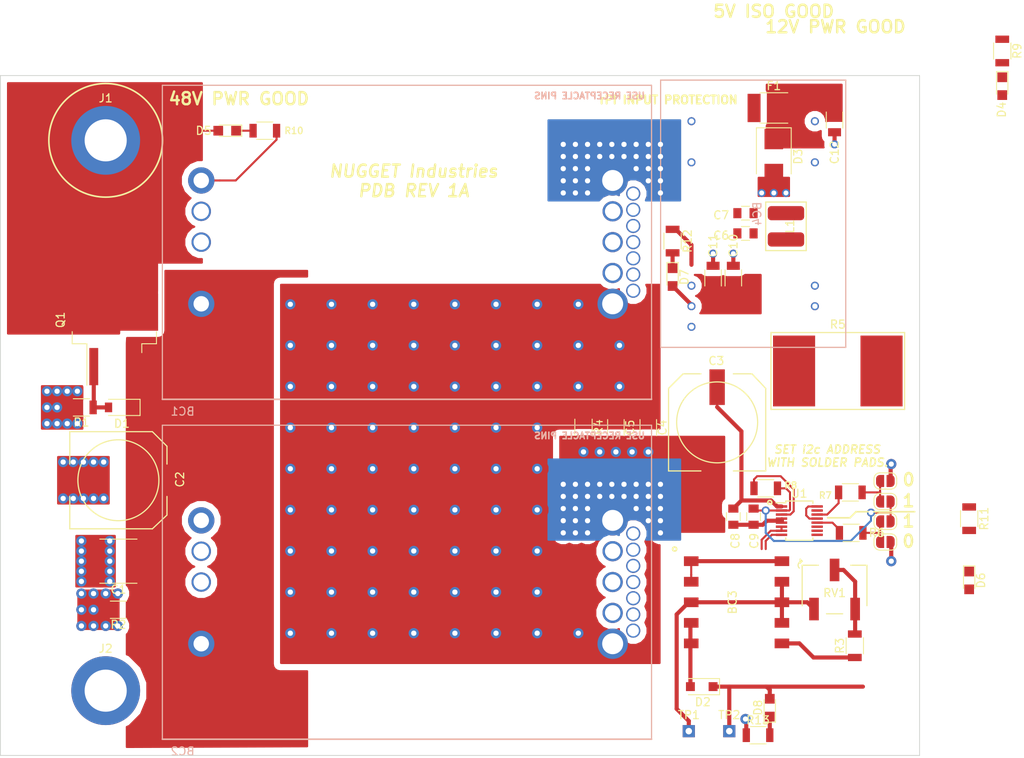
<source format=kicad_pcb>
(kicad_pcb (version 20171130) (host pcbnew "(5.0.0)")

  (general
    (thickness 1.6)
    (drawings 32)
    (tracks 314)
    (zones 0)
    (modules 50)
    (nets 54)
  )

  (page A4)
  (layers
    (0 F.Cu signal)
    (1 In1.Cu power hide)
    (2 In2.Cu power hide)
    (31 B.Cu signal)
    (32 B.Adhes user)
    (33 F.Adhes user)
    (34 B.Paste user)
    (35 F.Paste user)
    (36 B.SilkS user)
    (37 F.SilkS user)
    (38 B.Mask user)
    (39 F.Mask user)
    (40 Dwgs.User user)
    (41 Cmts.User user)
    (42 Eco1.User user)
    (43 Eco2.User user)
    (44 Edge.Cuts user)
    (45 Margin user)
    (46 B.CrtYd user)
    (47 F.CrtYd user)
    (48 B.Fab user)
    (49 F.Fab user hide)
  )

  (setup
    (last_trace_width 0.508)
    (trace_clearance 0.2)
    (zone_clearance 0.762)
    (zone_45_only no)
    (trace_min 0.2)
    (segment_width 0.2)
    (edge_width 0.1)
    (via_size 1)
    (via_drill 0.6)
    (via_min_size 0.4)
    (via_min_drill 0.3)
    (uvia_size 0.3)
    (uvia_drill 0.1)
    (uvias_allowed no)
    (uvia_min_size 0.2)
    (uvia_min_drill 0.1)
    (pcb_text_width 0.3)
    (pcb_text_size 1.5 1.5)
    (mod_edge_width 0.15)
    (mod_text_size 1 1)
    (mod_text_width 0.15)
    (pad_size 10.6 10.6)
    (pad_drill 5.3)
    (pad_to_mask_clearance 0)
    (aux_axis_origin 0 0)
    (visible_elements 7FFFFFFF)
    (pcbplotparams
      (layerselection 0x010fc_ffffffff)
      (usegerberextensions false)
      (usegerberattributes false)
      (usegerberadvancedattributes false)
      (creategerberjobfile false)
      (excludeedgelayer true)
      (linewidth 0.100000)
      (plotframeref false)
      (viasonmask false)
      (mode 1)
      (useauxorigin false)
      (hpglpennumber 1)
      (hpglpenspeed 20)
      (hpglpendiameter 15.000000)
      (psnegative false)
      (psa4output false)
      (plotreference true)
      (plotvalue true)
      (plotinvisibletext false)
      (padsonsilk false)
      (subtractmaskfromsilk false)
      (outputformat 1)
      (mirror false)
      (drillshape 1)
      (scaleselection 1)
      (outputdirectory ""))
  )

  (net 0 "")
  (net 1 Earth)
  (net 2 /VIN+)
  (net 3 GNDPWR)
  (net 4 "Net-(D1-Pad2)")
  (net 5 +48V)
  (net 6 "Net-(JP1-Pad2)")
  (net 7 /INTVCC)
  (net 8 "Net-(JP3-Pad2)")
  (net 9 +12P)
  (net 10 /ADR0)
  (net 11 /ADR1)
  (net 12 /GP_OUTPUT)
  (net 13 "Net-(U1-Pad10)")
  (net 14 "Net-(BC1-Pad10)")
  (net 15 "Net-(BC1-Pad11)")
  (net 16 "Net-(BC1-Pad12)")
  (net 17 "Net-(BC1-Pad16)")
  (net 18 "Net-(BC1-Pad15)")
  (net 19 "Net-(BC1-Pad14)")
  (net 20 "Net-(BC1-Pad13)")
  (net 21 "Net-(BC1-Pad6)")
  (net 22 "Net-(BC1-Pad7)")
  (net 23 "Net-(BC1-Pad8)")
  (net 24 "Net-(BC1-Pad3)")
  (net 25 "Net-(BC2-Pad3)")
  (net 26 "Net-(BC2-Pad8)")
  (net 27 "Net-(BC2-Pad7)")
  (net 28 "Net-(BC2-Pad6)")
  (net 29 "Net-(BC2-Pad13)")
  (net 30 "Net-(BC2-Pad14)")
  (net 31 "Net-(BC2-Pad15)")
  (net 32 "Net-(BC2-Pad16)")
  (net 33 "Net-(BC2-Pad12)")
  (net 34 "Net-(BC2-Pad11)")
  (net 35 "Net-(BC2-Pad10)")
  (net 36 /VOUT)
  (net 37 /SDAISO)
  (net 38 /SCLISO)
  (net 39 +5V)
  (net 40 GNDS)
  (net 41 "Net-(D4-Pad1)")
  (net 42 "Net-(D5-Pad1)")
  (net 43 +5VP)
  (net 44 "Net-(D7-Pad1)")
  (net 45 "Net-(BC4-Pad1)")
  (net 46 "Net-(BC4-Pad22)")
  (net 47 5VPI)
  (net 48 "Net-(BC3-Pad4)")
  (net 49 "Net-(D6-Pad1)")
  (net 50 "Net-(D8-Pad1)")
  (net 51 "Net-(R3-Pad2)")
  (net 52 "Net-(BC3-Pad6)")
  (net 53 "Net-(BC4-Pad11)")

  (net_class Default "This is the default net class."
    (clearance 0.2)
    (trace_width 0.508)
    (via_dia 1)
    (via_drill 0.6)
    (uvia_dia 0.3)
    (uvia_drill 0.1)
    (add_net +5V)
    (add_net +5VP)
    (add_net /VIN+)
    (add_net 5VPI)
    (add_net GNDS)
    (add_net "Net-(BC1-Pad10)")
    (add_net "Net-(BC1-Pad11)")
    (add_net "Net-(BC1-Pad12)")
    (add_net "Net-(BC1-Pad13)")
    (add_net "Net-(BC1-Pad14)")
    (add_net "Net-(BC1-Pad15)")
    (add_net "Net-(BC1-Pad16)")
    (add_net "Net-(BC1-Pad3)")
    (add_net "Net-(BC1-Pad6)")
    (add_net "Net-(BC1-Pad7)")
    (add_net "Net-(BC1-Pad8)")
    (add_net "Net-(BC2-Pad10)")
    (add_net "Net-(BC2-Pad11)")
    (add_net "Net-(BC2-Pad12)")
    (add_net "Net-(BC2-Pad13)")
    (add_net "Net-(BC2-Pad14)")
    (add_net "Net-(BC2-Pad15)")
    (add_net "Net-(BC2-Pad16)")
    (add_net "Net-(BC2-Pad3)")
    (add_net "Net-(BC2-Pad6)")
    (add_net "Net-(BC2-Pad7)")
    (add_net "Net-(BC2-Pad8)")
    (add_net "Net-(BC3-Pad4)")
    (add_net "Net-(BC3-Pad6)")
    (add_net "Net-(BC4-Pad1)")
    (add_net "Net-(BC4-Pad11)")
    (add_net "Net-(BC4-Pad22)")
    (add_net "Net-(D1-Pad2)")
    (add_net "Net-(D4-Pad1)")
    (add_net "Net-(D5-Pad1)")
    (add_net "Net-(D6-Pad1)")
    (add_net "Net-(D7-Pad1)")
    (add_net "Net-(D8-Pad1)")
    (add_net "Net-(R3-Pad2)")
    (add_net "Net-(U1-Pad10)")
  )

  (net_class SIG ""
    (clearance 0.2)
    (trace_width 0.254)
    (via_dia 1)
    (via_drill 0.6)
    (uvia_dia 0.3)
    (uvia_drill 0.1)
    (add_net +12P)
    (add_net /ADR0)
    (add_net /ADR1)
    (add_net /GP_OUTPUT)
    (add_net /INTVCC)
    (add_net /SCLISO)
    (add_net /SDAISO)
    (add_net "Net-(JP1-Pad2)")
    (add_net "Net-(JP3-Pad2)")
  )

  (net_class big ""
    (clearance 0.762)
    (trace_width 0.254)
    (via_dia 1.27)
    (via_drill 0.64516)
    (uvia_dia 0.3)
    (uvia_drill 0.1)
    (add_net +48V)
    (add_net /VOUT)
    (add_net Earth)
    (add_net GNDPWR)
  )

  (module Capacitors_SMD:C_2220 (layer F.Cu) (tedit 58AA8565) (tstamp 5B63ECD4)
    (at 29.567693 80 180)
    (descr "Capacitor SMD 2220, reflow soldering, AVX (see smccp.pdf)")
    (tags "capacitor 2220")
    (path /5B61C10C)
    (attr smd)
    (fp_text reference C1 (at 0 -3.5 180) (layer F.SilkS)
      (effects (font (size 1 1) (thickness 0.15)))
    )
    (fp_text value 10uF (at 0 3.75 180) (layer F.Fab)
      (effects (font (size 1 1) (thickness 0.15)))
    )
    (fp_text user %R (at 0 -3.5 180) (layer F.Fab)
      (effects (font (size 1 1) (thickness 0.15)))
    )
    (fp_line (start -2.75 2.5) (end -2.75 -2.5) (layer F.Fab) (width 0.1))
    (fp_line (start 2.75 2.5) (end -2.75 2.5) (layer F.Fab) (width 0.1))
    (fp_line (start 2.75 -2.5) (end 2.75 2.5) (layer F.Fab) (width 0.1))
    (fp_line (start -2.75 -2.5) (end 2.75 -2.5) (layer F.Fab) (width 0.1))
    (fp_line (start 2.3 -2.73) (end -2.3 -2.73) (layer F.SilkS) (width 0.12))
    (fp_line (start -2.3 2.73) (end 2.3 2.73) (layer F.SilkS) (width 0.12))
    (fp_line (start -3.55 -2.75) (end 3.55 -2.75) (layer F.CrtYd) (width 0.05))
    (fp_line (start -3.55 -2.75) (end -3.55 2.75) (layer F.CrtYd) (width 0.05))
    (fp_line (start 3.55 2.75) (end 3.55 -2.75) (layer F.CrtYd) (width 0.05))
    (fp_line (start 3.55 2.75) (end -3.55 2.75) (layer F.CrtYd) (width 0.05))
    (pad 1 smd rect (at -2.8 0 180) (size 1 5) (layers F.Cu F.Paste F.Mask)
      (net 2 /VIN+))
    (pad 2 smd rect (at 2.8 0 180) (size 1 5) (layers F.Cu F.Paste F.Mask)
      (net 1 Earth))
    (model Capacitors_SMD.3dshapes/C_2220.wrl
      (at (xyz 0 0 0))
      (scale (xyz 1 1 1))
      (rotate (xyz 0 0 0))
    )
  )

  (module rov:PCR1J101MCL1GS (layer F.Cu) (tedit 5B660861) (tstamp 5B63ECEA)
    (at 29.567693 70 270)
    (path /5B611DC6)
    (fp_text reference C2 (at -0.1 -7.6 270) (layer F.SilkS)
      (effects (font (size 1 1) (thickness 0.15)))
    )
    (fp_text value 100uF (at 0 7.7 270) (layer F.Fab)
      (effects (font (size 1 1) (thickness 0.15)))
    )
    (fp_circle (center 0 0) (end 5 0) (layer F.SilkS) (width 0.15))
    (fp_line (start -5.15 -4.45) (end -5.15 5.15) (layer F.Fab) (width 0.15))
    (fp_line (start -5.15 5.15) (end 5.15 5.15) (layer F.Fab) (width 0.15))
    (fp_line (start 5.15 5.15) (end 5.15 -4.45) (layer F.Fab) (width 0.15))
    (fp_line (start 4.45 -5.15) (end -4.45 -5.15) (layer F.Fab) (width 0.15))
    (fp_line (start -6 -4.2) (end -6 6) (layer F.SilkS) (width 0.15))
    (fp_line (start -6 6) (end -2 6) (layer F.SilkS) (width 0.15))
    (fp_line (start 2 6) (end 6 6) (layer F.SilkS) (width 0.15))
    (fp_line (start 6 6) (end 6 -4.2) (layer F.SilkS) (width 0.15))
    (fp_line (start 4.1 -6) (end 2 -6) (layer F.SilkS) (width 0.15))
    (fp_line (start 5.15 -4.45) (end 4.45 -5.15) (layer F.Fab) (width 0.15))
    (fp_line (start -5.15 -4.45) (end -4.45 -5.15) (layer F.Fab) (width 0.15))
    (fp_line (start -6 -4.2) (end -4.2 -6) (layer F.SilkS) (width 0.15))
    (fp_line (start -4.2 -6) (end -2 -6) (layer F.SilkS) (width 0.15))
    (fp_line (start 6 -4.2) (end 4.3 -6) (layer F.SilkS) (width 0.15))
    (fp_line (start 4.3 -6) (end 4.1 -6) (layer F.SilkS) (width 0.15))
    (pad 1 smd rect (at 0 -4.35 270) (size 1.9 4.4) (layers F.Cu F.Paste F.Mask)
      (net 2 /VIN+))
    (pad 2 smd rect (at 0 4.35 90) (size 1.9 4.4) (layers F.Cu F.Paste F.Mask)
      (net 1 Earth))
    (model ${KISYS3DMOD}/Capacitor_SMD.3dshapes/CP_Elec_10x10.step
      (at (xyz 0 0 0))
      (scale (xyz 1 1 1))
      (rotate (xyz 0 0 90))
    )
  )

  (module rov:PCR1J101MCL1GS (layer F.Cu) (tedit 5B660861) (tstamp 5B63ED00)
    (at 103.5 62.85)
    (path /5B63B2B5)
    (fp_text reference C3 (at -0.1 -7.6) (layer F.SilkS)
      (effects (font (size 1 1) (thickness 0.15)))
    )
    (fp_text value 330uF (at 0 7.7) (layer F.Fab)
      (effects (font (size 1 1) (thickness 0.15)))
    )
    (fp_circle (center 0 0) (end 5 0) (layer F.SilkS) (width 0.15))
    (fp_line (start -5.15 -4.45) (end -5.15 5.15) (layer F.Fab) (width 0.15))
    (fp_line (start -5.15 5.15) (end 5.15 5.15) (layer F.Fab) (width 0.15))
    (fp_line (start 5.15 5.15) (end 5.15 -4.45) (layer F.Fab) (width 0.15))
    (fp_line (start 4.45 -5.15) (end -4.45 -5.15) (layer F.Fab) (width 0.15))
    (fp_line (start -6 -4.2) (end -6 6) (layer F.SilkS) (width 0.15))
    (fp_line (start -6 6) (end -2 6) (layer F.SilkS) (width 0.15))
    (fp_line (start 2 6) (end 6 6) (layer F.SilkS) (width 0.15))
    (fp_line (start 6 6) (end 6 -4.2) (layer F.SilkS) (width 0.15))
    (fp_line (start 4.1 -6) (end 2 -6) (layer F.SilkS) (width 0.15))
    (fp_line (start 5.15 -4.45) (end 4.45 -5.15) (layer F.Fab) (width 0.15))
    (fp_line (start -5.15 -4.45) (end -4.45 -5.15) (layer F.Fab) (width 0.15))
    (fp_line (start -6 -4.2) (end -4.2 -6) (layer F.SilkS) (width 0.15))
    (fp_line (start -4.2 -6) (end -2 -6) (layer F.SilkS) (width 0.15))
    (fp_line (start 6 -4.2) (end 4.3 -6) (layer F.SilkS) (width 0.15))
    (fp_line (start 4.3 -6) (end 4.1 -6) (layer F.SilkS) (width 0.15))
    (pad 1 smd rect (at 0 -4.35) (size 1.9 4.4) (layers F.Cu F.Paste F.Mask)
      (net 36 /VOUT))
    (pad 2 smd rect (at 0 4.35 180) (size 1.9 4.4) (layers F.Cu F.Paste F.Mask)
      (net 3 GNDPWR))
    (model ${KISYS3DMOD}/Capacitor_SMD.3dshapes/CP_Elec_10x10.step
      (at (xyz 0 0 0))
      (scale (xyz 1 1 1))
      (rotate (xyz 0 0 90))
    )
  )

  (module Capacitors_SMD:C_1206 (layer F.Cu) (tedit 58AA84B8) (tstamp 5B660758)
    (at 95 63.5 270)
    (descr "Capacitor SMD 1206, reflow soldering, AVX (see smccp.pdf)")
    (tags "capacitor 1206")
    (path /5B61F11B)
    (attr smd)
    (fp_text reference C4 (at 0 -1.75 270) (layer F.SilkS)
      (effects (font (size 1 1) (thickness 0.15)))
    )
    (fp_text value 10uF (at 0 2 270) (layer F.Fab)
      (effects (font (size 1 1) (thickness 0.15)))
    )
    (fp_text user %R (at 0 -1.75 270) (layer F.Fab)
      (effects (font (size 1 1) (thickness 0.15)))
    )
    (fp_line (start -1.6 0.8) (end -1.6 -0.8) (layer F.Fab) (width 0.1))
    (fp_line (start 1.6 0.8) (end -1.6 0.8) (layer F.Fab) (width 0.1))
    (fp_line (start 1.6 -0.8) (end 1.6 0.8) (layer F.Fab) (width 0.1))
    (fp_line (start -1.6 -0.8) (end 1.6 -0.8) (layer F.Fab) (width 0.1))
    (fp_line (start 1 -1.02) (end -1 -1.02) (layer F.SilkS) (width 0.12))
    (fp_line (start -1 1.02) (end 1 1.02) (layer F.SilkS) (width 0.12))
    (fp_line (start -2.25 -1.05) (end 2.25 -1.05) (layer F.CrtYd) (width 0.05))
    (fp_line (start -2.25 -1.05) (end -2.25 1.05) (layer F.CrtYd) (width 0.05))
    (fp_line (start 2.25 1.05) (end 2.25 -1.05) (layer F.CrtYd) (width 0.05))
    (fp_line (start 2.25 1.05) (end -2.25 1.05) (layer F.CrtYd) (width 0.05))
    (pad 1 smd rect (at -1.5 0 270) (size 1 1.6) (layers F.Cu F.Paste F.Mask)
      (net 36 /VOUT))
    (pad 2 smd rect (at 1.5 0 270) (size 1 1.6) (layers F.Cu F.Paste F.Mask)
      (net 3 GNDPWR))
    (model Capacitors_SMD.3dshapes/C_1206.wrl
      (at (xyz 0 0 0))
      (scale (xyz 1 1 1))
      (rotate (xyz 0 0 0))
    )
  )

  (module Capacitors_SMD:C_1206 (layer F.Cu) (tedit 58AA84B8) (tstamp 5B660788)
    (at 91 63.5 270)
    (descr "Capacitor SMD 1206, reflow soldering, AVX (see smccp.pdf)")
    (tags "capacitor 1206")
    (path /5B620E65)
    (attr smd)
    (fp_text reference C5 (at 0 -1.75 270) (layer F.SilkS)
      (effects (font (size 1 1) (thickness 0.15)))
    )
    (fp_text value 1uF (at 0 -3 270) (layer F.Fab)
      (effects (font (size 1 1) (thickness 0.15)))
    )
    (fp_text user %R (at 0 -1.75 270) (layer F.Fab)
      (effects (font (size 1 1) (thickness 0.15)))
    )
    (fp_line (start -1.6 0.8) (end -1.6 -0.8) (layer F.Fab) (width 0.1))
    (fp_line (start 1.6 0.8) (end -1.6 0.8) (layer F.Fab) (width 0.1))
    (fp_line (start 1.6 -0.8) (end 1.6 0.8) (layer F.Fab) (width 0.1))
    (fp_line (start -1.6 -0.8) (end 1.6 -0.8) (layer F.Fab) (width 0.1))
    (fp_line (start 1 -1.02) (end -1 -1.02) (layer F.SilkS) (width 0.12))
    (fp_line (start -1 1.02) (end 1 1.02) (layer F.SilkS) (width 0.12))
    (fp_line (start -2.25 -1.05) (end 2.25 -1.05) (layer F.CrtYd) (width 0.05))
    (fp_line (start -2.25 -1.05) (end -2.25 1.05) (layer F.CrtYd) (width 0.05))
    (fp_line (start 2.25 1.05) (end 2.25 -1.05) (layer F.CrtYd) (width 0.05))
    (fp_line (start 2.25 1.05) (end -2.25 1.05) (layer F.CrtYd) (width 0.05))
    (pad 1 smd rect (at -1.5 0 270) (size 1 1.6) (layers F.Cu F.Paste F.Mask)
      (net 36 /VOUT))
    (pad 2 smd rect (at 1.5 0 270) (size 1 1.6) (layers F.Cu F.Paste F.Mask)
      (net 3 GNDPWR))
    (model Capacitors_SMD.3dshapes/C_1206.wrl
      (at (xyz 0 0 0))
      (scale (xyz 1 1 1))
      (rotate (xyz 0 0 0))
    )
  )

  (module Diodes_SMD:D_SOD-123 (layer F.Cu) (tedit 58645DC7) (tstamp 5B63ED3B)
    (at 30 61 180)
    (descr SOD-123)
    (tags SOD-123)
    (path /5B63225A)
    (attr smd)
    (fp_text reference D1 (at 0 -2 180) (layer F.SilkS)
      (effects (font (size 1 1) (thickness 0.15)))
    )
    (fp_text value 12V (at 0 2.1 180) (layer F.Fab)
      (effects (font (size 1 1) (thickness 0.15)))
    )
    (fp_text user %R (at 0 -2 180) (layer F.Fab)
      (effects (font (size 1 1) (thickness 0.15)))
    )
    (fp_line (start -2.25 -1) (end -2.25 1) (layer F.SilkS) (width 0.12))
    (fp_line (start 0.25 0) (end 0.75 0) (layer F.Fab) (width 0.1))
    (fp_line (start 0.25 0.4) (end -0.35 0) (layer F.Fab) (width 0.1))
    (fp_line (start 0.25 -0.4) (end 0.25 0.4) (layer F.Fab) (width 0.1))
    (fp_line (start -0.35 0) (end 0.25 -0.4) (layer F.Fab) (width 0.1))
    (fp_line (start -0.35 0) (end -0.35 0.55) (layer F.Fab) (width 0.1))
    (fp_line (start -0.35 0) (end -0.35 -0.55) (layer F.Fab) (width 0.1))
    (fp_line (start -0.75 0) (end -0.35 0) (layer F.Fab) (width 0.1))
    (fp_line (start -1.4 0.9) (end -1.4 -0.9) (layer F.Fab) (width 0.1))
    (fp_line (start 1.4 0.9) (end -1.4 0.9) (layer F.Fab) (width 0.1))
    (fp_line (start 1.4 -0.9) (end 1.4 0.9) (layer F.Fab) (width 0.1))
    (fp_line (start -1.4 -0.9) (end 1.4 -0.9) (layer F.Fab) (width 0.1))
    (fp_line (start -2.35 -1.15) (end 2.35 -1.15) (layer F.CrtYd) (width 0.05))
    (fp_line (start 2.35 -1.15) (end 2.35 1.15) (layer F.CrtYd) (width 0.05))
    (fp_line (start 2.35 1.15) (end -2.35 1.15) (layer F.CrtYd) (width 0.05))
    (fp_line (start -2.35 -1.15) (end -2.35 1.15) (layer F.CrtYd) (width 0.05))
    (fp_line (start -2.25 1) (end 1.65 1) (layer F.SilkS) (width 0.12))
    (fp_line (start -2.25 -1) (end 1.65 -1) (layer F.SilkS) (width 0.12))
    (pad 1 smd rect (at -1.65 0 180) (size 0.9 1.2) (layers F.Cu F.Paste F.Mask)
      (net 2 /VIN+))
    (pad 2 smd rect (at 1.65 0 180) (size 0.9 1.2) (layers F.Cu F.Paste F.Mask)
      (net 4 "Net-(D1-Pad2)"))
    (model ${KISYS3DMOD}/Diodes_SMD.3dshapes/D_SOD-123.wrl
      (at (xyz 0 0 0))
      (scale (xyz 1 1 1))
      (rotate (xyz 0 0 0))
    )
  )

  (module jumpers:SolderJumper-2_P1.3mm_Open_RoundedPad1.0x1.5mm (layer F.Cu) (tedit 5B391E66) (tstamp 5B63ED99)
    (at 124.272083 75.09 180)
    (descr "SMD Solder Jumper, 1x1.5mm, rounded Pads, 0.3mm gap, open")
    (tags "solder jumper open")
    (path /5B67CE64)
    (attr virtual)
    (fp_text reference JP1 (at -5.127917 -0.1 180) (layer F.SilkS) hide
      (effects (font (size 1 1) (thickness 0.15)))
    )
    (fp_text value SolderJumper_2_Open (at 0 1.9 180) (layer F.Fab)
      (effects (font (size 1 1) (thickness 0.15)))
    )
    (fp_line (start 1.65 1.25) (end -1.65 1.25) (layer F.CrtYd) (width 0.05))
    (fp_line (start 1.65 1.25) (end 1.65 -1.25) (layer F.CrtYd) (width 0.05))
    (fp_line (start -1.65 -1.25) (end -1.65 1.25) (layer F.CrtYd) (width 0.05))
    (fp_line (start -1.65 -1.25) (end 1.65 -1.25) (layer F.CrtYd) (width 0.05))
    (fp_line (start -0.7 -1) (end 0.7 -1) (layer F.SilkS) (width 0.12))
    (fp_line (start 1.4 -0.3) (end 1.4 0.3) (layer F.SilkS) (width 0.12))
    (fp_line (start 0.7 1) (end -0.7 1) (layer F.SilkS) (width 0.12))
    (fp_line (start -1.4 0.3) (end -1.4 -0.3) (layer F.SilkS) (width 0.12))
    (fp_arc (start -0.7 -0.3) (end -0.7 -1) (angle -90) (layer F.SilkS) (width 0.12))
    (fp_arc (start -0.7 0.3) (end -1.4 0.3) (angle -90) (layer F.SilkS) (width 0.12))
    (fp_arc (start 0.7 0.3) (end 0.7 1) (angle -90) (layer F.SilkS) (width 0.12))
    (fp_arc (start 0.7 -0.3) (end 1.4 -0.3) (angle -90) (layer F.SilkS) (width 0.12))
    (pad 2 smd custom (at 0.65 0 180) (size 1 0.5) (layers F.Cu F.Mask)
      (net 6 "Net-(JP1-Pad2)") (zone_connect 0)
      (options (clearance outline) (anchor rect))
      (primitives
        (gr_circle (center 0 0.25) (end 0.5 0.25) (width 0))
        (gr_circle (center 0 -0.25) (end 0.5 -0.25) (width 0))
        (gr_poly (pts
           (xy 0 -0.75) (xy -0.5 -0.75) (xy -0.5 0.75) (xy 0 0.75)) (width 0))
      ))
    (pad 1 smd custom (at -0.65 0 180) (size 1 0.5) (layers F.Cu F.Mask)
      (net 7 /INTVCC) (zone_connect 0)
      (options (clearance outline) (anchor rect))
      (primitives
        (gr_circle (center 0 0.25) (end 0.5 0.25) (width 0))
        (gr_circle (center 0 -0.25) (end 0.5 -0.25) (width 0))
        (gr_poly (pts
           (xy 0 -0.75) (xy 0.5 -0.75) (xy 0.5 0.75) (xy 0 0.75)) (width 0))
      ))
  )

  (module jumpers:SolderJumper-2_P1.3mm_Open_RoundedPad1.0x1.5mm (layer F.Cu) (tedit 5B391E66) (tstamp 5B63EDAB)
    (at 124.272083 77.629975 180)
    (descr "SMD Solder Jumper, 1x1.5mm, rounded Pads, 0.3mm gap, open")
    (tags "solder jumper open")
    (path /5B67D206)
    (attr virtual)
    (fp_text reference JP2 (at -5.127917 -0.060025 180) (layer F.SilkS) hide
      (effects (font (size 1 1) (thickness 0.15)))
    )
    (fp_text value SolderJumper_2_Open (at 0 1.9 180) (layer F.Fab)
      (effects (font (size 1 1) (thickness 0.15)))
    )
    (fp_line (start 1.65 1.25) (end -1.65 1.25) (layer F.CrtYd) (width 0.05))
    (fp_line (start 1.65 1.25) (end 1.65 -1.25) (layer F.CrtYd) (width 0.05))
    (fp_line (start -1.65 -1.25) (end -1.65 1.25) (layer F.CrtYd) (width 0.05))
    (fp_line (start -1.65 -1.25) (end 1.65 -1.25) (layer F.CrtYd) (width 0.05))
    (fp_line (start -0.7 -1) (end 0.7 -1) (layer F.SilkS) (width 0.12))
    (fp_line (start 1.4 -0.3) (end 1.4 0.3) (layer F.SilkS) (width 0.12))
    (fp_line (start 0.7 1) (end -0.7 1) (layer F.SilkS) (width 0.12))
    (fp_line (start -1.4 0.3) (end -1.4 -0.3) (layer F.SilkS) (width 0.12))
    (fp_arc (start -0.7 -0.3) (end -0.7 -1) (angle -90) (layer F.SilkS) (width 0.12))
    (fp_arc (start -0.7 0.3) (end -1.4 0.3) (angle -90) (layer F.SilkS) (width 0.12))
    (fp_arc (start 0.7 0.3) (end 0.7 1) (angle -90) (layer F.SilkS) (width 0.12))
    (fp_arc (start 0.7 -0.3) (end 1.4 -0.3) (angle -90) (layer F.SilkS) (width 0.12))
    (pad 2 smd custom (at 0.65 0 180) (size 1 0.5) (layers F.Cu F.Mask)
      (net 6 "Net-(JP1-Pad2)") (zone_connect 0)
      (options (clearance outline) (anchor rect))
      (primitives
        (gr_circle (center 0 0.25) (end 0.5 0.25) (width 0))
        (gr_circle (center 0 -0.25) (end 0.5 -0.25) (width 0))
        (gr_poly (pts
           (xy 0 -0.75) (xy -0.5 -0.75) (xy -0.5 0.75) (xy 0 0.75)) (width 0))
      ))
    (pad 1 smd custom (at -0.65 0 180) (size 1 0.5) (layers F.Cu F.Mask)
      (net 3 GNDPWR) (zone_connect 0)
      (options (clearance outline) (anchor rect))
      (primitives
        (gr_circle (center 0 0.25) (end 0.5 0.25) (width 0))
        (gr_circle (center 0 -0.25) (end 0.5 -0.25) (width 0))
        (gr_poly (pts
           (xy 0 -0.75) (xy 0.5 -0.75) (xy 0.5 0.75) (xy 0 0.75)) (width 0))
      ))
  )

  (module jumpers:SolderJumper-2_P1.3mm_Open_RoundedPad1.0x1.5mm (layer F.Cu) (tedit 5B391E66) (tstamp 5B6601A2)
    (at 124.272083 72.629975 180)
    (descr "SMD Solder Jumper, 1x1.5mm, rounded Pads, 0.3mm gap, open")
    (tags "solder jumper open")
    (path /5B68704F)
    (attr virtual)
    (fp_text reference JP3 (at -5.127917 -0.060025 180) (layer F.SilkS) hide
      (effects (font (size 1 1) (thickness 0.15)))
    )
    (fp_text value SolderJumper_2_Open (at 0 1.9 180) (layer F.Fab)
      (effects (font (size 1 1) (thickness 0.15)))
    )
    (fp_line (start 1.65 1.25) (end -1.65 1.25) (layer F.CrtYd) (width 0.05))
    (fp_line (start 1.65 1.25) (end 1.65 -1.25) (layer F.CrtYd) (width 0.05))
    (fp_line (start -1.65 -1.25) (end -1.65 1.25) (layer F.CrtYd) (width 0.05))
    (fp_line (start -1.65 -1.25) (end 1.65 -1.25) (layer F.CrtYd) (width 0.05))
    (fp_line (start -0.7 -1) (end 0.7 -1) (layer F.SilkS) (width 0.12))
    (fp_line (start 1.4 -0.3) (end 1.4 0.3) (layer F.SilkS) (width 0.12))
    (fp_line (start 0.7 1) (end -0.7 1) (layer F.SilkS) (width 0.12))
    (fp_line (start -1.4 0.3) (end -1.4 -0.3) (layer F.SilkS) (width 0.12))
    (fp_arc (start -0.7 -0.3) (end -0.7 -1) (angle -90) (layer F.SilkS) (width 0.12))
    (fp_arc (start -0.7 0.3) (end -1.4 0.3) (angle -90) (layer F.SilkS) (width 0.12))
    (fp_arc (start 0.7 0.3) (end 0.7 1) (angle -90) (layer F.SilkS) (width 0.12))
    (fp_arc (start 0.7 -0.3) (end 1.4 -0.3) (angle -90) (layer F.SilkS) (width 0.12))
    (pad 2 smd custom (at 0.65 0 180) (size 1 0.5) (layers F.Cu F.Mask)
      (net 8 "Net-(JP3-Pad2)") (zone_connect 0)
      (options (clearance outline) (anchor rect))
      (primitives
        (gr_circle (center 0 0.25) (end 0.5 0.25) (width 0))
        (gr_circle (center 0 -0.25) (end 0.5 -0.25) (width 0))
        (gr_poly (pts
           (xy 0 -0.75) (xy -0.5 -0.75) (xy -0.5 0.75) (xy 0 0.75)) (width 0))
      ))
    (pad 1 smd custom (at -0.65 0 180) (size 1 0.5) (layers F.Cu F.Mask)
      (net 7 /INTVCC) (zone_connect 0)
      (options (clearance outline) (anchor rect))
      (primitives
        (gr_circle (center 0 0.25) (end 0.5 0.25) (width 0))
        (gr_circle (center 0 -0.25) (end 0.5 -0.25) (width 0))
        (gr_poly (pts
           (xy 0 -0.75) (xy 0.5 -0.75) (xy 0.5 0.75) (xy 0 0.75)) (width 0))
      ))
  )

  (module jumpers:SolderJumper-2_P1.3mm_Open_RoundedPad1.0x1.5mm (layer F.Cu) (tedit 5B391E66) (tstamp 5B63EDCF)
    (at 124.272083 70.09 180)
    (descr "SMD Solder Jumper, 1x1.5mm, rounded Pads, 0.3mm gap, open")
    (tags "solder jumper open")
    (path /5B687056)
    (attr virtual)
    (fp_text reference JP4 (at -5.127917 -0.1 180) (layer F.SilkS) hide
      (effects (font (size 1 1) (thickness 0.15)))
    )
    (fp_text value SolderJumper_2_Open (at 0 1.9 180) (layer F.Fab)
      (effects (font (size 1 1) (thickness 0.15)))
    )
    (fp_line (start 1.65 1.25) (end -1.65 1.25) (layer F.CrtYd) (width 0.05))
    (fp_line (start 1.65 1.25) (end 1.65 -1.25) (layer F.CrtYd) (width 0.05))
    (fp_line (start -1.65 -1.25) (end -1.65 1.25) (layer F.CrtYd) (width 0.05))
    (fp_line (start -1.65 -1.25) (end 1.65 -1.25) (layer F.CrtYd) (width 0.05))
    (fp_line (start -0.7 -1) (end 0.7 -1) (layer F.SilkS) (width 0.12))
    (fp_line (start 1.4 -0.3) (end 1.4 0.3) (layer F.SilkS) (width 0.12))
    (fp_line (start 0.7 1) (end -0.7 1) (layer F.SilkS) (width 0.12))
    (fp_line (start -1.4 0.3) (end -1.4 -0.3) (layer F.SilkS) (width 0.12))
    (fp_arc (start -0.7 -0.3) (end -0.7 -1) (angle -90) (layer F.SilkS) (width 0.12))
    (fp_arc (start -0.7 0.3) (end -1.4 0.3) (angle -90) (layer F.SilkS) (width 0.12))
    (fp_arc (start 0.7 0.3) (end 0.7 1) (angle -90) (layer F.SilkS) (width 0.12))
    (fp_arc (start 0.7 -0.3) (end 1.4 -0.3) (angle -90) (layer F.SilkS) (width 0.12))
    (pad 2 smd custom (at 0.65 0 180) (size 1 0.5) (layers F.Cu F.Mask)
      (net 8 "Net-(JP3-Pad2)") (zone_connect 0)
      (options (clearance outline) (anchor rect))
      (primitives
        (gr_circle (center 0 0.25) (end 0.5 0.25) (width 0))
        (gr_circle (center 0 -0.25) (end 0.5 -0.25) (width 0))
        (gr_poly (pts
           (xy 0 -0.75) (xy -0.5 -0.75) (xy -0.5 0.75) (xy 0 0.75)) (width 0))
      ))
    (pad 1 smd custom (at -0.65 0 180) (size 1 0.5) (layers F.Cu F.Mask)
      (net 3 GNDPWR) (zone_connect 0)
      (options (clearance outline) (anchor rect))
      (primitives
        (gr_circle (center 0 0.25) (end 0.5 0.25) (width 0))
        (gr_circle (center 0 -0.25) (end 0.5 -0.25) (width 0))
        (gr_poly (pts
           (xy 0 -0.75) (xy 0.5 -0.75) (xy 0.5 0.75) (xy 0 0.75)) (width 0))
      ))
  )

  (module TO_SOT_Packages_SMD:TO-263-2 (layer F.Cu) (tedit 590079C0) (tstamp 5B63EDF3)
    (at 29.067693 50.184027 90)
    (descr "TO-263 / D2PAK / DDPAK SMD package, http://www.infineon.com/cms/en/product/packages/PG-TO263/PG-TO263-3-1/")
    (tags "D2PAK DDPAK TO-263 D2PAK-3 TO-263-3 SOT-404")
    (path /5B6318C5)
    (attr smd)
    (fp_text reference Q1 (at 0 -6.65 90) (layer F.SilkS)
      (effects (font (size 1 1) (thickness 0.15)))
    )
    (fp_text value Q_PMOS_GDS (at 0 6.65 90) (layer F.Fab)
      (effects (font (size 1 1) (thickness 0.15)))
    )
    (fp_line (start 6.5 -5) (end 7.5 -5) (layer F.Fab) (width 0.1))
    (fp_line (start 7.5 -5) (end 7.5 5) (layer F.Fab) (width 0.1))
    (fp_line (start 7.5 5) (end 6.5 5) (layer F.Fab) (width 0.1))
    (fp_line (start 6.5 -5) (end 6.5 5) (layer F.Fab) (width 0.1))
    (fp_line (start 6.5 5) (end -2.75 5) (layer F.Fab) (width 0.1))
    (fp_line (start -2.75 5) (end -2.75 -4) (layer F.Fab) (width 0.1))
    (fp_line (start -2.75 -4) (end -1.75 -5) (layer F.Fab) (width 0.1))
    (fp_line (start -1.75 -5) (end 6.5 -5) (layer F.Fab) (width 0.1))
    (fp_line (start -2.75 -3.04) (end -7.45 -3.04) (layer F.Fab) (width 0.1))
    (fp_line (start -7.45 -3.04) (end -7.45 -2.04) (layer F.Fab) (width 0.1))
    (fp_line (start -7.45 -2.04) (end -2.75 -2.04) (layer F.Fab) (width 0.1))
    (fp_line (start -2.75 2.04) (end -7.45 2.04) (layer F.Fab) (width 0.1))
    (fp_line (start -7.45 2.04) (end -7.45 3.04) (layer F.Fab) (width 0.1))
    (fp_line (start -7.45 3.04) (end -2.75 3.04) (layer F.Fab) (width 0.1))
    (fp_line (start -1.45 -5.2) (end -2.95 -5.2) (layer F.SilkS) (width 0.12))
    (fp_line (start -2.95 -5.2) (end -2.95 -3.39) (layer F.SilkS) (width 0.12))
    (fp_line (start -2.95 -3.39) (end -8.075 -3.39) (layer F.SilkS) (width 0.12))
    (fp_line (start -1.45 5.2) (end -2.95 5.2) (layer F.SilkS) (width 0.12))
    (fp_line (start -2.95 5.2) (end -2.95 3.39) (layer F.SilkS) (width 0.12))
    (fp_line (start -2.95 3.39) (end -4.05 3.39) (layer F.SilkS) (width 0.12))
    (fp_line (start -8.32 -5.65) (end -8.32 5.65) (layer F.CrtYd) (width 0.05))
    (fp_line (start -8.32 5.65) (end 8.32 5.65) (layer F.CrtYd) (width 0.05))
    (fp_line (start 8.32 5.65) (end 8.32 -5.65) (layer F.CrtYd) (width 0.05))
    (fp_line (start 8.32 -5.65) (end -8.32 -5.65) (layer F.CrtYd) (width 0.05))
    (fp_text user %R (at 0 0 90) (layer F.Fab)
      (effects (font (size 1 1) (thickness 0.15)))
    )
    (pad 1 smd rect (at -5.775 -2.54 90) (size 4.6 1.1) (layers F.Cu F.Paste F.Mask)
      (net 4 "Net-(D1-Pad2)"))
    (pad 3 smd rect (at -5.775 2.54 90) (size 4.6 1.1) (layers F.Cu F.Paste F.Mask)
      (net 2 /VIN+))
    (pad 2 smd rect (at 3.375 0 90) (size 9.4 10.8) (layers F.Cu F.Mask)
      (net 5 +48V))
    (pad 2 smd rect (at 5.8 2.775 90) (size 4.55 5.25) (layers F.Cu F.Paste)
      (net 5 +48V))
    (pad 2 smd rect (at 0.95 -2.775 90) (size 4.55 5.25) (layers F.Cu F.Paste)
      (net 5 +48V))
    (pad 2 smd rect (at 5.8 -2.775 90) (size 4.55 5.25) (layers F.Cu F.Paste)
      (net 5 +48V))
    (pad 2 smd rect (at 0.95 2.775 90) (size 4.55 5.25) (layers F.Cu F.Paste)
      (net 5 +48V))
    (model ${KISYS3DMOD}/TO_SOT_Packages_SMD.3dshapes/TO-263-2.wrl
      (at (xyz 0 0 0))
      (scale (xyz 1 1 1))
      (rotate (xyz 0 0 0))
    )
  )

  (module Resistors_SMD:R_1206 (layer F.Cu) (tedit 58E0A804) (tstamp 5B63F6F0)
    (at 25 61 180)
    (descr "Resistor SMD 1206, reflow soldering, Vishay (see dcrcw.pdf)")
    (tags "resistor 1206")
    (path /5B636269)
    (attr smd)
    (fp_text reference R1 (at 0 -1.85 180) (layer F.SilkS)
      (effects (font (size 1 1) (thickness 0.15)))
    )
    (fp_text value 100K (at 0 1.95 180) (layer F.Fab)
      (effects (font (size 1 1) (thickness 0.15)))
    )
    (fp_text user %R (at 0 0 180) (layer F.Fab)
      (effects (font (size 0.7 0.7) (thickness 0.105)))
    )
    (fp_line (start -1.6 0.8) (end -1.6 -0.8) (layer F.Fab) (width 0.1))
    (fp_line (start 1.6 0.8) (end -1.6 0.8) (layer F.Fab) (width 0.1))
    (fp_line (start 1.6 -0.8) (end 1.6 0.8) (layer F.Fab) (width 0.1))
    (fp_line (start -1.6 -0.8) (end 1.6 -0.8) (layer F.Fab) (width 0.1))
    (fp_line (start 1 1.07) (end -1 1.07) (layer F.SilkS) (width 0.12))
    (fp_line (start -1 -1.07) (end 1 -1.07) (layer F.SilkS) (width 0.12))
    (fp_line (start -2.15 -1.11) (end 2.15 -1.11) (layer F.CrtYd) (width 0.05))
    (fp_line (start -2.15 -1.11) (end -2.15 1.1) (layer F.CrtYd) (width 0.05))
    (fp_line (start 2.15 1.1) (end 2.15 -1.11) (layer F.CrtYd) (width 0.05))
    (fp_line (start 2.15 1.1) (end -2.15 1.1) (layer F.CrtYd) (width 0.05))
    (pad 1 smd rect (at -1.45 0 180) (size 0.9 1.7) (layers F.Cu F.Paste F.Mask)
      (net 4 "Net-(D1-Pad2)"))
    (pad 2 smd rect (at 1.45 0 180) (size 0.9 1.7) (layers F.Cu F.Paste F.Mask)
      (net 1 Earth))
    (model ${KISYS3DMOD}/Resistors_SMD.3dshapes/R_1206.wrl
      (at (xyz 0 0 0))
      (scale (xyz 1 1 1))
      (rotate (xyz 0 0 0))
    )
  )

  (module Resistors_SMD:R_1206 (layer F.Cu) (tedit 58E0A804) (tstamp 5B65EB97)
    (at 29.567693 86 180)
    (descr "Resistor SMD 1206, reflow soldering, Vishay (see dcrcw.pdf)")
    (tags "resistor 1206")
    (path /5B611E46)
    (attr smd)
    (fp_text reference R2 (at 0 -1.85 180) (layer F.SilkS)
      (effects (font (size 1 1) (thickness 0.15)))
    )
    (fp_text value 12K (at 0 1.95 180) (layer F.Fab)
      (effects (font (size 1 1) (thickness 0.15)))
    )
    (fp_text user %R (at 0 0 180) (layer F.Fab)
      (effects (font (size 0.7 0.7) (thickness 0.105)))
    )
    (fp_line (start -1.6 0.8) (end -1.6 -0.8) (layer F.Fab) (width 0.1))
    (fp_line (start 1.6 0.8) (end -1.6 0.8) (layer F.Fab) (width 0.1))
    (fp_line (start 1.6 -0.8) (end 1.6 0.8) (layer F.Fab) (width 0.1))
    (fp_line (start -1.6 -0.8) (end 1.6 -0.8) (layer F.Fab) (width 0.1))
    (fp_line (start 1 1.07) (end -1 1.07) (layer F.SilkS) (width 0.12))
    (fp_line (start -1 -1.07) (end 1 -1.07) (layer F.SilkS) (width 0.12))
    (fp_line (start -2.15 -1.11) (end 2.15 -1.11) (layer F.CrtYd) (width 0.05))
    (fp_line (start -2.15 -1.11) (end -2.15 1.1) (layer F.CrtYd) (width 0.05))
    (fp_line (start 2.15 1.1) (end 2.15 -1.11) (layer F.CrtYd) (width 0.05))
    (fp_line (start 2.15 1.1) (end -2.15 1.1) (layer F.CrtYd) (width 0.05))
    (pad 1 smd rect (at -1.45 0 180) (size 0.9 1.7) (layers F.Cu F.Paste F.Mask)
      (net 2 /VIN+))
    (pad 2 smd rect (at 1.45 0 180) (size 0.9 1.7) (layers F.Cu F.Paste F.Mask)
      (net 1 Earth))
    (model ${KISYS3DMOD}/Resistors_SMD.3dshapes/R_1206.wrl
      (at (xyz 0 0 0))
      (scale (xyz 1 1 1))
      (rotate (xyz 0 0 0))
    )
  )

  (module Resistors_SMD:R_1206 (layer F.Cu) (tedit 58E0A804) (tstamp 5B63EE30)
    (at 87 63.45 270)
    (descr "Resistor SMD 1206, reflow soldering, Vishay (see dcrcw.pdf)")
    (tags "resistor 1206")
    (path /5B72ED4D)
    (attr smd)
    (fp_text reference R4 (at 0 -1.85 270) (layer F.SilkS)
      (effects (font (size 1 1) (thickness 0.15)))
    )
    (fp_text value 3.3K (at 0 1.95 270) (layer F.Fab)
      (effects (font (size 1 1) (thickness 0.15)))
    )
    (fp_text user %R (at 0 0 270) (layer F.Fab)
      (effects (font (size 0.7 0.7) (thickness 0.105)))
    )
    (fp_line (start -1.6 0.8) (end -1.6 -0.8) (layer F.Fab) (width 0.1))
    (fp_line (start 1.6 0.8) (end -1.6 0.8) (layer F.Fab) (width 0.1))
    (fp_line (start 1.6 -0.8) (end 1.6 0.8) (layer F.Fab) (width 0.1))
    (fp_line (start -1.6 -0.8) (end 1.6 -0.8) (layer F.Fab) (width 0.1))
    (fp_line (start 1 1.07) (end -1 1.07) (layer F.SilkS) (width 0.12))
    (fp_line (start -1 -1.07) (end 1 -1.07) (layer F.SilkS) (width 0.12))
    (fp_line (start -2.15 -1.11) (end 2.15 -1.11) (layer F.CrtYd) (width 0.05))
    (fp_line (start -2.15 -1.11) (end -2.15 1.1) (layer F.CrtYd) (width 0.05))
    (fp_line (start 2.15 1.1) (end 2.15 -1.11) (layer F.CrtYd) (width 0.05))
    (fp_line (start 2.15 1.1) (end -2.15 1.1) (layer F.CrtYd) (width 0.05))
    (pad 1 smd rect (at -1.45 0 270) (size 0.9 1.7) (layers F.Cu F.Paste F.Mask)
      (net 36 /VOUT))
    (pad 2 smd rect (at 1.45 0 270) (size 0.9 1.7) (layers F.Cu F.Paste F.Mask)
      (net 3 GNDPWR))
    (model ${KISYS3DMOD}/Resistors_SMD.3dshapes/R_1206.wrl
      (at (xyz 0 0 0))
      (scale (xyz 1 1 1))
      (rotate (xyz 0 0 0))
    )
  )

  (module Resistors_SMD:R_1206 (layer F.Cu) (tedit 58E0A804) (tstamp 5B63F91B)
    (at 120.05 76.5)
    (descr "Resistor SMD 1206, reflow soldering, Vishay (see dcrcw.pdf)")
    (tags "resistor 1206")
    (path /5B67E1D5)
    (attr smd)
    (fp_text reference R6 (at 3.15 0) (layer F.SilkS)
      (effects (font (size 1 1) (thickness 0.15)))
    )
    (fp_text value 22K (at 0 1.95) (layer F.Fab)
      (effects (font (size 1 1) (thickness 0.15)))
    )
    (fp_text user %R (at 0 0) (layer F.Fab)
      (effects (font (size 0.7 0.7) (thickness 0.105)))
    )
    (fp_line (start -1.6 0.8) (end -1.6 -0.8) (layer F.Fab) (width 0.1))
    (fp_line (start 1.6 0.8) (end -1.6 0.8) (layer F.Fab) (width 0.1))
    (fp_line (start 1.6 -0.8) (end 1.6 0.8) (layer F.Fab) (width 0.1))
    (fp_line (start -1.6 -0.8) (end 1.6 -0.8) (layer F.Fab) (width 0.1))
    (fp_line (start 1 1.07) (end -1 1.07) (layer F.SilkS) (width 0.12))
    (fp_line (start -1 -1.07) (end 1 -1.07) (layer F.SilkS) (width 0.12))
    (fp_line (start -2.15 -1.11) (end 2.15 -1.11) (layer F.CrtYd) (width 0.05))
    (fp_line (start -2.15 -1.11) (end -2.15 1.1) (layer F.CrtYd) (width 0.05))
    (fp_line (start 2.15 1.1) (end 2.15 -1.11) (layer F.CrtYd) (width 0.05))
    (fp_line (start 2.15 1.1) (end -2.15 1.1) (layer F.CrtYd) (width 0.05))
    (pad 1 smd rect (at -1.45 0) (size 0.9 1.7) (layers F.Cu F.Paste F.Mask)
      (net 10 /ADR0))
    (pad 2 smd rect (at 1.45 0) (size 0.9 1.7) (layers F.Cu F.Paste F.Mask)
      (net 6 "Net-(JP1-Pad2)"))
    (model ${KISYS3DMOD}/Resistors_SMD.3dshapes/R_1206.wrl
      (at (xyz 0 0 0))
      (scale (xyz 1 1 1))
      (rotate (xyz 0 0 0))
    )
  )

  (module Resistors_SMD:R_1206 (layer F.Cu) (tedit 58E0A804) (tstamp 5B692BDA)
    (at 119.95 71.5)
    (descr "Resistor SMD 1206, reflow soldering, Vishay (see dcrcw.pdf)")
    (tags "resistor 1206")
    (path /5B68705D)
    (attr smd)
    (fp_text reference R7 (at -3.092859 0.372501) (layer F.SilkS)
      (effects (font (size 0.8 0.8) (thickness 0.15)))
    )
    (fp_text value 22K (at 0 1.95) (layer F.Fab)
      (effects (font (size 1 1) (thickness 0.15)))
    )
    (fp_text user %R (at 0 0) (layer F.Fab)
      (effects (font (size 0.7 0.7) (thickness 0.105)))
    )
    (fp_line (start -1.6 0.8) (end -1.6 -0.8) (layer F.Fab) (width 0.1))
    (fp_line (start 1.6 0.8) (end -1.6 0.8) (layer F.Fab) (width 0.1))
    (fp_line (start 1.6 -0.8) (end 1.6 0.8) (layer F.Fab) (width 0.1))
    (fp_line (start -1.6 -0.8) (end 1.6 -0.8) (layer F.Fab) (width 0.1))
    (fp_line (start 1 1.07) (end -1 1.07) (layer F.SilkS) (width 0.12))
    (fp_line (start -1 -1.07) (end 1 -1.07) (layer F.SilkS) (width 0.12))
    (fp_line (start -2.15 -1.11) (end 2.15 -1.11) (layer F.CrtYd) (width 0.05))
    (fp_line (start -2.15 -1.11) (end -2.15 1.1) (layer F.CrtYd) (width 0.05))
    (fp_line (start 2.15 1.1) (end 2.15 -1.11) (layer F.CrtYd) (width 0.05))
    (fp_line (start 2.15 1.1) (end -2.15 1.1) (layer F.CrtYd) (width 0.05))
    (pad 1 smd rect (at -1.45 0) (size 0.9 1.7) (layers F.Cu F.Paste F.Mask)
      (net 11 /ADR1))
    (pad 2 smd rect (at 1.45 0) (size 0.9 1.7) (layers F.Cu F.Paste F.Mask)
      (net 8 "Net-(JP3-Pad2)"))
    (model ${KISYS3DMOD}/Resistors_SMD.3dshapes/R_1206.wrl
      (at (xyz 0 0 0))
      (scale (xyz 1 1 1))
      (rotate (xyz 0 0 0))
    )
  )

  (module Resistors_SMD:R_1206 (layer F.Cu) (tedit 58E0A804) (tstamp 5B6607DF)
    (at 138.705 16.96 270)
    (descr "Resistor SMD 1206, reflow soldering, Vishay (see dcrcw.pdf)")
    (tags "resistor 1206")
    (path /5BEB9C99)
    (attr smd)
    (fp_text reference R9 (at 0 -1.85 270) (layer F.SilkS)
      (effects (font (size 1 1) (thickness 0.15)))
    )
    (fp_text value 600 (at 0 1.95 270) (layer F.Fab)
      (effects (font (size 1 1) (thickness 0.15)))
    )
    (fp_text user %R (at 0 0 270) (layer F.Fab)
      (effects (font (size 0.7 0.7) (thickness 0.105)))
    )
    (fp_line (start -1.6 0.8) (end -1.6 -0.8) (layer F.Fab) (width 0.1))
    (fp_line (start 1.6 0.8) (end -1.6 0.8) (layer F.Fab) (width 0.1))
    (fp_line (start 1.6 -0.8) (end 1.6 0.8) (layer F.Fab) (width 0.1))
    (fp_line (start -1.6 -0.8) (end 1.6 -0.8) (layer F.Fab) (width 0.1))
    (fp_line (start 1 1.07) (end -1 1.07) (layer F.SilkS) (width 0.12))
    (fp_line (start -1 -1.07) (end 1 -1.07) (layer F.SilkS) (width 0.12))
    (fp_line (start -2.15 -1.11) (end 2.15 -1.11) (layer F.CrtYd) (width 0.05))
    (fp_line (start -2.15 -1.11) (end -2.15 1.1) (layer F.CrtYd) (width 0.05))
    (fp_line (start 2.15 1.1) (end 2.15 -1.11) (layer F.CrtYd) (width 0.05))
    (fp_line (start 2.15 1.1) (end -2.15 1.1) (layer F.CrtYd) (width 0.05))
    (pad 1 smd rect (at -1.45 0 270) (size 0.9 1.7) (layers F.Cu F.Paste F.Mask)
      (net 3 GNDPWR))
    (pad 2 smd rect (at 1.45 0 270) (size 0.9 1.7) (layers F.Cu F.Paste F.Mask)
      (net 41 "Net-(D4-Pad1)"))
    (model ${KISYS3DMOD}/Resistors_SMD.3dshapes/R_1206.wrl
      (at (xyz 0 0 0))
      (scale (xyz 1 1 1))
      (rotate (xyz 0 0 0))
    )
  )

  (module Housings_SSOP:MSOP-16_3x4mm_Pitch0.5mm (layer F.Cu) (tedit 562DC271) (tstamp 5B63EEAA)
    (at 113.65 74.99)
    (descr "10-Lead Plastic Micro Small Outline Package (MS) [MSOP] (see Microchip Packaging Specification 00000049BS.pdf)")
    (tags "SSOP 0.5")
    (path /5B64B342)
    (attr smd)
    (fp_text reference U1 (at 0 -3.35) (layer F.SilkS)
      (effects (font (size 1 1) (thickness 0.15)))
    )
    (fp_text value LTC2946CMS#PBF (at 0 3.5) (layer F.Fab)
      (effects (font (size 1 1) (thickness 0.15)))
    )
    (fp_line (start -0.5 -2) (end 1.5 -2) (layer F.Fab) (width 0.15))
    (fp_line (start 1.5 -2) (end 1.5 2) (layer F.Fab) (width 0.15))
    (fp_line (start 1.5 2) (end -1.5 2) (layer F.Fab) (width 0.15))
    (fp_line (start -1.5 2) (end -1.5 -1) (layer F.Fab) (width 0.15))
    (fp_line (start -1.5 -1) (end -0.5 -2) (layer F.Fab) (width 0.15))
    (fp_line (start -3.15 -2.6) (end -3.15 2.6) (layer F.CrtYd) (width 0.05))
    (fp_line (start 3.15 -2.6) (end 3.15 2.6) (layer F.CrtYd) (width 0.05))
    (fp_line (start -3.15 -2.6) (end 3.15 -2.6) (layer F.CrtYd) (width 0.05))
    (fp_line (start -3.15 2.6) (end 3.15 2.6) (layer F.CrtYd) (width 0.05))
    (fp_line (start -1.675 -2.425) (end -1.675 -2.2) (layer F.SilkS) (width 0.15))
    (fp_line (start 1.675 -2.425) (end 1.675 -2.125) (layer F.SilkS) (width 0.15))
    (fp_line (start 1.675 2.425) (end 1.675 2.125) (layer F.SilkS) (width 0.15))
    (fp_line (start -1.675 2.425) (end -1.675 2.125) (layer F.SilkS) (width 0.15))
    (fp_line (start -1.675 -2.425) (end 1.675 -2.425) (layer F.SilkS) (width 0.15))
    (fp_line (start -1.675 2.425) (end 1.675 2.425) (layer F.SilkS) (width 0.15))
    (fp_line (start -1.675 -2.2) (end -2.9 -2.2) (layer F.SilkS) (width 0.15))
    (fp_text user %R (at 0 0) (layer F.Fab)
      (effects (font (size 0.6 0.6) (thickness 0.15)))
    )
    (pad 1 smd rect (at -2.2 -1.75) (size 1.4 0.3) (layers F.Cu F.Paste F.Mask)
      (net 36 /VOUT))
    (pad 2 smd rect (at -2.2 -1.25) (size 1.4 0.3) (layers F.Cu F.Paste F.Mask)
      (net 7 /INTVCC))
    (pad 3 smd rect (at -2.2 -0.75) (size 1.4 0.3) (layers F.Cu F.Paste F.Mask)
      (net 12 /GP_OUTPUT))
    (pad 4 smd rect (at -2.2 -0.25) (size 1.4 0.3) (layers F.Cu F.Paste F.Mask)
      (net 3 GNDPWR))
    (pad 5 smd rect (at -2.2 0.25) (size 1.4 0.3) (layers F.Cu F.Paste F.Mask)
      (net 3 GNDPWR))
    (pad 12 smd rect (at 2.2 0.25) (size 1.4 0.3) (layers F.Cu F.Paste F.Mask)
      (net 10 /ADR0))
    (pad 13 smd rect (at 2.2 -0.25) (size 1.4 0.3) (layers F.Cu F.Paste F.Mask)
      (net 36 /VOUT))
    (pad 14 smd rect (at 2.2 -0.75) (size 1.4 0.3) (layers F.Cu F.Paste F.Mask)
      (net 11 /ADR1))
    (pad 15 smd rect (at 2.2 -1.25) (size 1.4 0.3) (layers F.Cu F.Paste F.Mask)
      (net 9 +12P))
    (pad 16 smd rect (at 2.2 -1.75) (size 1.4 0.3) (layers F.Cu F.Paste F.Mask)
      (net 36 /VOUT))
    (pad 6 smd rect (at -2.2 0.75) (size 1.4 0.3) (layers F.Cu F.Paste F.Mask)
      (net 37 /SDAISO))
    (pad 7 smd rect (at -2.2 1.25) (size 1.4 0.3) (layers F.Cu F.Paste F.Mask)
      (net 37 /SDAISO))
    (pad 8 smd rect (at -2.2 1.75) (size 1.4 0.3) (layers F.Cu F.Paste F.Mask)
      (net 38 /SCLISO))
    (pad 11 smd rect (at 2.2 0.75) (size 1.4 0.3) (layers F.Cu F.Paste F.Mask)
      (net 3 GNDPWR))
    (pad 10 smd rect (at 2.2 1.25) (size 1.4 0.3) (layers F.Cu F.Paste F.Mask)
      (net 13 "Net-(U1-Pad10)"))
    (pad 9 smd rect (at 2.2 1.75) (size 1.4 0.3) (layers F.Cu F.Paste F.Mask)
      (net 3 GNDPWR))
    (model ${KISYS3DMOD}/Housings_SSOP.3dshapes/MSOP-16_3x4mm_Pitch0.5mm.wrl
      (at (xyz 0 0 0))
      (scale (xyz 1 1 1))
      (rotate (xyz 0 0 0))
    )
  )

  (module rov:DS_Q48SC12050 (layer B.Cu) (tedit 5B661610) (tstamp 5B63F345)
    (at 35.5 59.5)
    (path /5B611AD7)
    (fp_text reference BC1 (at 2 2) (layer B.SilkS)
      (effects (font (size 1 1) (thickness 0.15)) (justify mirror))
    )
    (fp_text value DS_Q48SC12050NRII (at 6.5 -36.75) (layer B.Fab)
      (effects (font (size 1 1) (thickness 0.15)) (justify mirror))
    )
    (fp_line (start -0.5 -38.3) (end -0.5 0.5) (layer B.SilkS) (width 0.15))
    (fp_line (start 59.9 -38.3) (end -0.5 -38.3) (layer B.SilkS) (width 0.15))
    (fp_line (start 59.9 0.5) (end 59.9 -38.3) (layer B.SilkS) (width 0.15))
    (fp_line (start -0.5 0.5) (end 59.9 0.5) (layer B.SilkS) (width 0.2))
    (fp_text user "USE RECEPTACLE PINS" (at 52.25 -37) (layer B.SilkS)
      (effects (font (size 0.8 0.8) (thickness 0.2)) (justify mirror))
    )
    (fp_line (start 0 -37.8) (end 0 0) (layer B.Fab) (width 0.2))
    (fp_line (start 59.4 -37.8) (end 0 -37.8) (layer B.Fab) (width 0.2))
    (fp_line (start 59.4 0) (end 59.4 -37.8) (layer B.Fab) (width 0.2))
    (fp_line (start 0 0) (end 59.4 0) (layer B.Fab) (width 0.2))
    (pad 10 thru_hole circle (at 57.64 -24.92) (size 1.75 1.75) (drill 1.4) (layers *.Cu *.Mask)
      (net 14 "Net-(BC1-Pad10)"))
    (pad 11 thru_hole circle (at 57.64 -22.92) (size 1.75 1.75) (drill 1.4) (layers *.Cu *.Mask)
      (net 15 "Net-(BC1-Pad11)"))
    (pad 12 thru_hole circle (at 57.64 -20.92) (size 1.75 1.75) (drill 1.4) (layers *.Cu *.Mask)
      (net 16 "Net-(BC1-Pad12)"))
    (pad 16 thru_hole circle (at 57.64 -12.92) (size 1.75 1.75) (drill 1.4) (layers *.Cu *.Mask)
      (net 17 "Net-(BC1-Pad16)"))
    (pad 15 thru_hole circle (at 57.64 -14.92) (size 1.75 1.75) (drill 1.4) (layers *.Cu *.Mask)
      (net 18 "Net-(BC1-Pad15)"))
    (pad 14 thru_hole circle (at 57.64 -16.92) (size 1.75 1.75) (drill 1.4) (layers *.Cu *.Mask)
      (net 19 "Net-(BC1-Pad14)"))
    (pad 13 thru_hole circle (at 57.64 -18.92) (size 1.75 1.75) (drill 1.4) (layers *.Cu *.Mask)
      (net 20 "Net-(BC1-Pad13)"))
    (pad 5 thru_hole circle (at 55.1 -26.54) (size 3.75 3.75) (drill 2.59) (layers *.Cu *.Mask)
      (net 3 GNDPWR))
    (pad 6 thru_hole circle (at 55.1 -22.73) (size 2.5 2.5) (drill 1.905) (layers *.Cu *.Mask)
      (net 21 "Net-(BC1-Pad6)"))
    (pad 7 thru_hole circle (at 55.1 -18.92) (size 2.5 2.5) (drill 1.905) (layers *.Cu *.Mask)
      (net 22 "Net-(BC1-Pad7)"))
    (pad 8 thru_hole circle (at 55.1 -15.11) (size 2.5 2.5) (drill 1.905) (layers *.Cu *.Mask)
      (net 23 "Net-(BC1-Pad8)"))
    (pad 9 thru_hole circle (at 55.1 -11.3) (size 3.75 3.75) (drill 2.59) (layers *.Cu *.Mask)
      (net 36 /VOUT))
    (pad 4 thru_hole circle (at 4.3 -26.54) (size 3.25 3.25) (drill 1.905) (layers *.Cu *.Mask)
      (net 1 Earth))
    (pad 3 thru_hole circle (at 4.3 -22.73) (size 2.4 2.4) (drill 1.905) (layers *.Cu *.Mask)
      (net 24 "Net-(BC1-Pad3)"))
    (pad 2 thru_hole circle (at 4.3 -18.92) (size 2.4 2.4) (drill 1.905) (layers *.Cu *.Mask)
      (net 1 Earth))
    (pad 1 thru_hole circle (at 4.3 -11.3) (size 3.25 3.25) (drill 1.905) (layers *.Cu *.Mask)
      (net 2 /VIN+))
    (model C:/Users/zuckera/Dropbox/KICAD_ROV_LIB/rov.3dshapes/Q48SC12050_w_pins.STEP
      (offset (xyz 29.71799955368042 -18.92299971580506 1.269999980926514))
      (scale (xyz 1 1 1))
      (rotate (xyz -90 0 0))
    )
  )

  (module rov:DS_Q48SC12050 (layer B.Cu) (tedit 5B661610) (tstamp 5B65F66B)
    (at 35.5 101.5)
    (path /5B6126FF)
    (fp_text reference BC2 (at 2 2) (layer B.SilkS)
      (effects (font (size 1 1) (thickness 0.15)) (justify mirror))
    )
    (fp_text value DS_Q48SC12050NRII (at 6.5 -36.75) (layer B.Fab)
      (effects (font (size 1 1) (thickness 0.15)) (justify mirror))
    )
    (fp_line (start -0.5 -38.3) (end -0.5 0.5) (layer B.SilkS) (width 0.15))
    (fp_line (start 59.9 -38.3) (end -0.5 -38.3) (layer B.SilkS) (width 0.15))
    (fp_line (start 59.9 0.5) (end 59.9 -38.3) (layer B.SilkS) (width 0.15))
    (fp_line (start -0.5 0.5) (end 59.9 0.5) (layer B.SilkS) (width 0.2))
    (fp_text user "USE RECEPTACLE PINS" (at 52.25 -37) (layer B.SilkS)
      (effects (font (size 0.8 0.8) (thickness 0.2)) (justify mirror))
    )
    (fp_line (start 0 -37.8) (end 0 0) (layer B.Fab) (width 0.2))
    (fp_line (start 59.4 -37.8) (end 0 -37.8) (layer B.Fab) (width 0.2))
    (fp_line (start 59.4 0) (end 59.4 -37.8) (layer B.Fab) (width 0.2))
    (fp_line (start 0 0) (end 59.4 0) (layer B.Fab) (width 0.2))
    (pad 10 thru_hole circle (at 57.64 -24.92) (size 1.75 1.75) (drill 1.4) (layers *.Cu *.Mask)
      (net 35 "Net-(BC2-Pad10)"))
    (pad 11 thru_hole circle (at 57.64 -22.92) (size 1.75 1.75) (drill 1.4) (layers *.Cu *.Mask)
      (net 34 "Net-(BC2-Pad11)"))
    (pad 12 thru_hole circle (at 57.64 -20.92) (size 1.75 1.75) (drill 1.4) (layers *.Cu *.Mask)
      (net 33 "Net-(BC2-Pad12)"))
    (pad 16 thru_hole circle (at 57.64 -12.92) (size 1.75 1.75) (drill 1.4) (layers *.Cu *.Mask)
      (net 32 "Net-(BC2-Pad16)"))
    (pad 15 thru_hole circle (at 57.64 -14.92) (size 1.75 1.75) (drill 1.4) (layers *.Cu *.Mask)
      (net 31 "Net-(BC2-Pad15)"))
    (pad 14 thru_hole circle (at 57.64 -16.92) (size 1.75 1.75) (drill 1.4) (layers *.Cu *.Mask)
      (net 30 "Net-(BC2-Pad14)"))
    (pad 13 thru_hole circle (at 57.64 -18.92) (size 1.75 1.75) (drill 1.4) (layers *.Cu *.Mask)
      (net 29 "Net-(BC2-Pad13)"))
    (pad 5 thru_hole circle (at 55.1 -26.54) (size 3.75 3.75) (drill 2.59) (layers *.Cu *.Mask)
      (net 3 GNDPWR))
    (pad 6 thru_hole circle (at 55.1 -22.73) (size 2.5 2.5) (drill 1.905) (layers *.Cu *.Mask)
      (net 28 "Net-(BC2-Pad6)"))
    (pad 7 thru_hole circle (at 55.1 -18.92) (size 2.5 2.5) (drill 1.905) (layers *.Cu *.Mask)
      (net 27 "Net-(BC2-Pad7)"))
    (pad 8 thru_hole circle (at 55.1 -15.11) (size 2.5 2.5) (drill 1.905) (layers *.Cu *.Mask)
      (net 26 "Net-(BC2-Pad8)"))
    (pad 9 thru_hole circle (at 55.1 -11.3) (size 3.75 3.75) (drill 2.59) (layers *.Cu *.Mask)
      (net 36 /VOUT))
    (pad 4 thru_hole circle (at 4.3 -26.54) (size 3.25 3.25) (drill 1.905) (layers *.Cu *.Mask)
      (net 1 Earth))
    (pad 3 thru_hole circle (at 4.3 -22.73) (size 2.4 2.4) (drill 1.905) (layers *.Cu *.Mask)
      (net 25 "Net-(BC2-Pad3)"))
    (pad 2 thru_hole circle (at 4.3 -18.92) (size 2.4 2.4) (drill 1.905) (layers *.Cu *.Mask)
      (net 1 Earth))
    (pad 1 thru_hole circle (at 4.3 -11.3) (size 3.25 3.25) (drill 1.905) (layers *.Cu *.Mask)
      (net 2 /VIN+))
    (model C:/Users/zuckera/Dropbox/KICAD_ROV_LIB/rov.3dshapes/Q48SC12050_w_pins.STEP
      (offset (xyz 29.71799955368042 -18.92299971580506 1.269999980926514))
      (scale (xyz 1 1 1))
      (rotate (xyz -90 0 0))
    )
  )

  (module rov:7466004 (layer F.Cu) (tedit 5B660919) (tstamp 5B66294F)
    (at 28 28)
    (path /5B614AEE)
    (fp_text reference J1 (at 0 -5.2) (layer F.SilkS)
      (effects (font (size 1 1) (thickness 0.15)))
    )
    (fp_text value Conn_01x01 (at 0 5.2) (layer F.Fab)
      (effects (font (size 1 1) (thickness 0.15)))
    )
    (pad 1 thru_hole circle (at 0 0 180) (size 8.5 8.5) (drill 5.2) (layers *.Cu *.Mask)
      (net 5 +48V))
    (model "C:/Users/zuckera/Dropbox/KICAD_ROV_LIB/rov.3dshapes/7466004 (rev1).stp"
      (offset (xyz 0 0 -1))
      (scale (xyz 1 1 1))
      (rotate (xyz 0 90 0))
    )
  )

  (module rov:7466004 (layer F.Cu) (tedit 5B660919) (tstamp 5B662953)
    (at 28 96)
    (path /5B614B62)
    (fp_text reference J2 (at 0 -5.2) (layer F.SilkS)
      (effects (font (size 1 1) (thickness 0.15)))
    )
    (fp_text value Conn_01x01 (at 0 5.2) (layer F.Fab)
      (effects (font (size 1 1) (thickness 0.15)))
    )
    (pad 1 thru_hole circle (at 0 0 180) (size 8.5 8.5) (drill 5.2) (layers *.Cu *.Mask)
      (net 1 Earth))
    (model "C:/Users/zuckera/Dropbox/KICAD_ROV_LIB/rov.3dshapes/7466004 (rev1).stp"
      (offset (xyz 0 0 -1))
      (scale (xyz 1 1 1))
      (rotate (xyz 0 90 0))
    )
  )

  (module Capacitors_SMD:C_0805 (layer F.Cu) (tedit 58AA8463) (tstamp 5BEB208A)
    (at 107 39.5)
    (descr "Capacitor SMD 0805, reflow soldering, AVX (see smccp.pdf)")
    (tags "capacitor 0805")
    (path /5B729A16)
    (attr smd)
    (fp_text reference C6 (at -3 0.25) (layer F.SilkS)
      (effects (font (size 1 1) (thickness 0.15)))
    )
    (fp_text value 2.2uF (at 0 1.75) (layer F.Fab)
      (effects (font (size 1 1) (thickness 0.15)))
    )
    (fp_text user %R (at 0 -1.5) (layer F.Fab)
      (effects (font (size 1 1) (thickness 0.15)))
    )
    (fp_line (start -1 0.62) (end -1 -0.62) (layer F.Fab) (width 0.1))
    (fp_line (start 1 0.62) (end -1 0.62) (layer F.Fab) (width 0.1))
    (fp_line (start 1 -0.62) (end 1 0.62) (layer F.Fab) (width 0.1))
    (fp_line (start -1 -0.62) (end 1 -0.62) (layer F.Fab) (width 0.1))
    (fp_line (start 0.5 -0.85) (end -0.5 -0.85) (layer F.SilkS) (width 0.12))
    (fp_line (start -0.5 0.85) (end 0.5 0.85) (layer F.SilkS) (width 0.12))
    (fp_line (start -1.75 -0.88) (end 1.75 -0.88) (layer F.CrtYd) (width 0.05))
    (fp_line (start -1.75 -0.88) (end -1.75 0.87) (layer F.CrtYd) (width 0.05))
    (fp_line (start 1.75 0.87) (end 1.75 -0.88) (layer F.CrtYd) (width 0.05))
    (fp_line (start 1.75 0.87) (end -1.75 0.87) (layer F.CrtYd) (width 0.05))
    (pad 1 smd rect (at -1 0) (size 1 1.25) (layers F.Cu F.Paste F.Mask)
      (net 3 GNDPWR))
    (pad 2 smd rect (at 1 0) (size 1 1.25) (layers F.Cu F.Paste F.Mask)
      (net 9 +12P))
    (model Capacitors_SMD.3dshapes/C_0805.wrl
      (at (xyz 0 0 0))
      (scale (xyz 1 1 1))
      (rotate (xyz 0 0 0))
    )
  )

  (module Capacitors_SMD:C_0805 (layer F.Cu) (tedit 58AA8463) (tstamp 5B662A12)
    (at 107 37)
    (descr "Capacitor SMD 0805, reflow soldering, AVX (see smccp.pdf)")
    (tags "capacitor 0805")
    (path /5B729908)
    (attr smd)
    (fp_text reference C7 (at -3 0.25) (layer F.SilkS)
      (effects (font (size 1 1) (thickness 0.15)))
    )
    (fp_text value 2.2uF (at 0 1.75) (layer F.Fab)
      (effects (font (size 1 1) (thickness 0.15)))
    )
    (fp_text user %R (at 0 -1.5) (layer F.Fab)
      (effects (font (size 1 1) (thickness 0.15)))
    )
    (fp_line (start -1 0.62) (end -1 -0.62) (layer F.Fab) (width 0.1))
    (fp_line (start 1 0.62) (end -1 0.62) (layer F.Fab) (width 0.1))
    (fp_line (start 1 -0.62) (end 1 0.62) (layer F.Fab) (width 0.1))
    (fp_line (start -1 -0.62) (end 1 -0.62) (layer F.Fab) (width 0.1))
    (fp_line (start 0.5 -0.85) (end -0.5 -0.85) (layer F.SilkS) (width 0.12))
    (fp_line (start -0.5 0.85) (end 0.5 0.85) (layer F.SilkS) (width 0.12))
    (fp_line (start -1.75 -0.88) (end 1.75 -0.88) (layer F.CrtYd) (width 0.05))
    (fp_line (start -1.75 -0.88) (end -1.75 0.87) (layer F.CrtYd) (width 0.05))
    (fp_line (start 1.75 0.87) (end 1.75 -0.88) (layer F.CrtYd) (width 0.05))
    (fp_line (start 1.75 0.87) (end -1.75 0.87) (layer F.CrtYd) (width 0.05))
    (pad 1 smd rect (at -1 0) (size 1 1.25) (layers F.Cu F.Paste F.Mask)
      (net 3 GNDPWR))
    (pad 2 smd rect (at 1 0) (size 1 1.25) (layers F.Cu F.Paste F.Mask)
      (net 46 "Net-(BC4-Pad22)"))
    (model Capacitors_SMD.3dshapes/C_0805.wrl
      (at (xyz 0 0 0))
      (scale (xyz 1 1 1))
      (rotate (xyz 0 0 0))
    )
  )

  (module Capacitors_SMD:C_0805 (layer F.Cu) (tedit 58AA8463) (tstamp 5B691918)
    (at 105.5 74.5 90)
    (descr "Capacitor SMD 0805, reflow soldering, AVX (see smccp.pdf)")
    (tags "capacitor 0805")
    (path /5B6558EC)
    (attr smd)
    (fp_text reference C8 (at -3 0.245001 90) (layer F.SilkS)
      (effects (font (size 1 1) (thickness 0.15)))
    )
    (fp_text value .1uF (at 0 1.75 90) (layer F.Fab)
      (effects (font (size 1 1) (thickness 0.15)))
    )
    (fp_text user %R (at 0 -1.5 90) (layer F.Fab)
      (effects (font (size 1 1) (thickness 0.15)))
    )
    (fp_line (start -1 0.62) (end -1 -0.62) (layer F.Fab) (width 0.1))
    (fp_line (start 1 0.62) (end -1 0.62) (layer F.Fab) (width 0.1))
    (fp_line (start 1 -0.62) (end 1 0.62) (layer F.Fab) (width 0.1))
    (fp_line (start -1 -0.62) (end 1 -0.62) (layer F.Fab) (width 0.1))
    (fp_line (start 0.5 -0.85) (end -0.5 -0.85) (layer F.SilkS) (width 0.12))
    (fp_line (start -0.5 0.85) (end 0.5 0.85) (layer F.SilkS) (width 0.12))
    (fp_line (start -1.75 -0.88) (end 1.75 -0.88) (layer F.CrtYd) (width 0.05))
    (fp_line (start -1.75 -0.88) (end -1.75 0.87) (layer F.CrtYd) (width 0.05))
    (fp_line (start 1.75 0.87) (end 1.75 -0.88) (layer F.CrtYd) (width 0.05))
    (fp_line (start 1.75 0.87) (end -1.75 0.87) (layer F.CrtYd) (width 0.05))
    (pad 1 smd rect (at -1 0 90) (size 1 1.25) (layers F.Cu F.Paste F.Mask)
      (net 3 GNDPWR))
    (pad 2 smd rect (at 1 0 90) (size 1 1.25) (layers F.Cu F.Paste F.Mask)
      (net 36 /VOUT))
    (model Capacitors_SMD.3dshapes/C_0805.wrl
      (at (xyz 0 0 0))
      (scale (xyz 1 1 1))
      (rotate (xyz 0 0 0))
    )
  )

  (module Capacitors_SMD:C_0805 (layer F.Cu) (tedit 58AA8463) (tstamp 5B691929)
    (at 108 74.5 90)
    (descr "Capacitor SMD 0805, reflow soldering, AVX (see smccp.pdf)")
    (tags "capacitor 0805")
    (path /5B6C802E)
    (attr smd)
    (fp_text reference C9 (at -3 0.075001 90) (layer F.SilkS)
      (effects (font (size 1 1) (thickness 0.15)))
    )
    (fp_text value .1uF (at 0 1.75 90) (layer F.Fab)
      (effects (font (size 1 1) (thickness 0.15)))
    )
    (fp_text user %R (at 0 -1.5 90) (layer F.Fab)
      (effects (font (size 1 1) (thickness 0.15)))
    )
    (fp_line (start -1 0.62) (end -1 -0.62) (layer F.Fab) (width 0.1))
    (fp_line (start 1 0.62) (end -1 0.62) (layer F.Fab) (width 0.1))
    (fp_line (start 1 -0.62) (end 1 0.62) (layer F.Fab) (width 0.1))
    (fp_line (start -1 -0.62) (end 1 -0.62) (layer F.Fab) (width 0.1))
    (fp_line (start 0.5 -0.85) (end -0.5 -0.85) (layer F.SilkS) (width 0.12))
    (fp_line (start -0.5 0.85) (end 0.5 0.85) (layer F.SilkS) (width 0.12))
    (fp_line (start -1.75 -0.88) (end 1.75 -0.88) (layer F.CrtYd) (width 0.05))
    (fp_line (start -1.75 -0.88) (end -1.75 0.87) (layer F.CrtYd) (width 0.05))
    (fp_line (start 1.75 0.87) (end 1.75 -0.88) (layer F.CrtYd) (width 0.05))
    (fp_line (start 1.75 0.87) (end -1.75 0.87) (layer F.CrtYd) (width 0.05))
    (pad 1 smd rect (at -1 0 90) (size 1 1.25) (layers F.Cu F.Paste F.Mask)
      (net 3 GNDPWR))
    (pad 2 smd rect (at 1 0 90) (size 1 1.25) (layers F.Cu F.Paste F.Mask)
      (net 7 /INTVCC))
    (model Capacitors_SMD.3dshapes/C_0805.wrl
      (at (xyz 0 0 0))
      (scale (xyz 1 1 1))
      (rotate (xyz 0 0 0))
    )
  )

  (module Capacitors_SMD:C_1206 (layer F.Cu) (tedit 58AA84B8) (tstamp 5B691D1F)
    (at 105.5 45 270)
    (descr "Capacitor SMD 1206, reflow soldering, AVX (see smccp.pdf)")
    (tags "capacitor 1206")
    (path /5B6A50E1)
    (attr smd)
    (fp_text reference C10 (at -4 0 270) (layer F.SilkS)
      (effects (font (size 1 1) (thickness 0.15)))
    )
    (fp_text value 10uF (at 0 2 270) (layer F.Fab)
      (effects (font (size 1 1) (thickness 0.15)))
    )
    (fp_text user %R (at 0 -1.75 270) (layer F.Fab)
      (effects (font (size 1 1) (thickness 0.15)))
    )
    (fp_line (start -1.6 0.8) (end -1.6 -0.8) (layer F.Fab) (width 0.1))
    (fp_line (start 1.6 0.8) (end -1.6 0.8) (layer F.Fab) (width 0.1))
    (fp_line (start 1.6 -0.8) (end 1.6 0.8) (layer F.Fab) (width 0.1))
    (fp_line (start -1.6 -0.8) (end 1.6 -0.8) (layer F.Fab) (width 0.1))
    (fp_line (start 1 -1.02) (end -1 -1.02) (layer F.SilkS) (width 0.12))
    (fp_line (start -1 1.02) (end 1 1.02) (layer F.SilkS) (width 0.12))
    (fp_line (start -2.25 -1.05) (end 2.25 -1.05) (layer F.CrtYd) (width 0.05))
    (fp_line (start -2.25 -1.05) (end -2.25 1.05) (layer F.CrtYd) (width 0.05))
    (fp_line (start 2.25 1.05) (end 2.25 -1.05) (layer F.CrtYd) (width 0.05))
    (fp_line (start 2.25 1.05) (end -2.25 1.05) (layer F.CrtYd) (width 0.05))
    (pad 1 smd rect (at -1.5 0 270) (size 1 1.6) (layers F.Cu F.Paste F.Mask)
      (net 40 GNDS))
    (pad 2 smd rect (at 1.5 0 270) (size 1 1.6) (layers F.Cu F.Paste F.Mask)
      (net 39 +5V))
    (model Capacitors_SMD.3dshapes/C_1206.wrl
      (at (xyz 0 0 0))
      (scale (xyz 1 1 1))
      (rotate (xyz 0 0 0))
    )
  )

  (module Capacitors_SMD:C_1206 (layer F.Cu) (tedit 58AA84B8) (tstamp 5B691D4F)
    (at 103 45 270)
    (descr "Capacitor SMD 1206, reflow soldering, AVX (see smccp.pdf)")
    (tags "capacitor 1206")
    (path /5B6A532A)
    (attr smd)
    (fp_text reference C11 (at -4 0 270) (layer F.SilkS)
      (effects (font (size 1 1) (thickness 0.15)))
    )
    (fp_text value 1uF (at 0 2 270) (layer F.Fab)
      (effects (font (size 1 1) (thickness 0.15)))
    )
    (fp_text user %R (at 0 -1.75 270) (layer F.Fab)
      (effects (font (size 1 1) (thickness 0.15)))
    )
    (fp_line (start -1.6 0.8) (end -1.6 -0.8) (layer F.Fab) (width 0.1))
    (fp_line (start 1.6 0.8) (end -1.6 0.8) (layer F.Fab) (width 0.1))
    (fp_line (start 1.6 -0.8) (end 1.6 0.8) (layer F.Fab) (width 0.1))
    (fp_line (start -1.6 -0.8) (end 1.6 -0.8) (layer F.Fab) (width 0.1))
    (fp_line (start 1 -1.02) (end -1 -1.02) (layer F.SilkS) (width 0.12))
    (fp_line (start -1 1.02) (end 1 1.02) (layer F.SilkS) (width 0.12))
    (fp_line (start -2.25 -1.05) (end 2.25 -1.05) (layer F.CrtYd) (width 0.05))
    (fp_line (start -2.25 -1.05) (end -2.25 1.05) (layer F.CrtYd) (width 0.05))
    (fp_line (start 2.25 1.05) (end 2.25 -1.05) (layer F.CrtYd) (width 0.05))
    (fp_line (start 2.25 1.05) (end -2.25 1.05) (layer F.CrtYd) (width 0.05))
    (pad 1 smd rect (at -1.5 0 270) (size 1 1.6) (layers F.Cu F.Paste F.Mask)
      (net 40 GNDS))
    (pad 2 smd rect (at 1.5 0 270) (size 1 1.6) (layers F.Cu F.Paste F.Mask)
      (net 39 +5V))
    (model Capacitors_SMD.3dshapes/C_1206.wrl
      (at (xyz 0 0 0))
      (scale (xyz 1 1 1))
      (rotate (xyz 0 0 0))
    )
  )

  (module Capacitors_SMD:C_1206 (layer F.Cu) (tedit 58AA84B8) (tstamp 5B69195C)
    (at 118 25.5 90)
    (descr "Capacitor SMD 1206, reflow soldering, AVX (see smccp.pdf)")
    (tags "capacitor 1206")
    (path /5B74C7DB)
    (attr smd)
    (fp_text reference C12 (at -4 0 90) (layer F.SilkS)
      (effects (font (size 1 1) (thickness 0.15)))
    )
    (fp_text value 47uF (at 0 2 90) (layer F.Fab)
      (effects (font (size 1 1) (thickness 0.15)))
    )
    (fp_text user %R (at 0 -1.75 90) (layer F.Fab)
      (effects (font (size 1 1) (thickness 0.15)))
    )
    (fp_line (start -1.6 0.8) (end -1.6 -0.8) (layer F.Fab) (width 0.1))
    (fp_line (start 1.6 0.8) (end -1.6 0.8) (layer F.Fab) (width 0.1))
    (fp_line (start 1.6 -0.8) (end 1.6 0.8) (layer F.Fab) (width 0.1))
    (fp_line (start -1.6 -0.8) (end 1.6 -0.8) (layer F.Fab) (width 0.1))
    (fp_line (start 1 -1.02) (end -1 -1.02) (layer F.SilkS) (width 0.12))
    (fp_line (start -1 1.02) (end 1 1.02) (layer F.SilkS) (width 0.12))
    (fp_line (start -2.25 -1.05) (end 2.25 -1.05) (layer F.CrtYd) (width 0.05))
    (fp_line (start -2.25 -1.05) (end -2.25 1.05) (layer F.CrtYd) (width 0.05))
    (fp_line (start 2.25 1.05) (end 2.25 -1.05) (layer F.CrtYd) (width 0.05))
    (fp_line (start 2.25 1.05) (end -2.25 1.05) (layer F.CrtYd) (width 0.05))
    (pad 1 smd rect (at -1.5 0 90) (size 1 1.6) (layers F.Cu F.Paste F.Mask)
      (net 40 GNDS))
    (pad 2 smd rect (at 1.5 0 90) (size 1 1.6) (layers F.Cu F.Paste F.Mask)
      (net 47 5VPI))
    (model Capacitors_SMD.3dshapes/C_1206.wrl
      (at (xyz 0 0 0))
      (scale (xyz 1 1 1))
      (rotate (xyz 0 0 0))
    )
  )

  (module Diodes_SMD:D_SMB (layer F.Cu) (tedit 58645DF3) (tstamp 5B691974)
    (at 110.5 30 270)
    (descr "Diode SMB (DO-214AA)")
    (tags "Diode SMB (DO-214AA)")
    (path /5B74C47B)
    (attr smd)
    (fp_text reference D3 (at 0 -3 270) (layer F.SilkS)
      (effects (font (size 1 1) (thickness 0.15)))
    )
    (fp_text value SMBJ5.0A-13-F (at 0 3.1 270) (layer F.Fab)
      (effects (font (size 1 1) (thickness 0.15)))
    )
    (fp_text user %R (at 0 -3 270) (layer F.Fab)
      (effects (font (size 1 1) (thickness 0.15)))
    )
    (fp_line (start -3.55 -2.15) (end -3.55 2.15) (layer F.SilkS) (width 0.12))
    (fp_line (start 2.3 2) (end -2.3 2) (layer F.Fab) (width 0.1))
    (fp_line (start -2.3 2) (end -2.3 -2) (layer F.Fab) (width 0.1))
    (fp_line (start 2.3 -2) (end 2.3 2) (layer F.Fab) (width 0.1))
    (fp_line (start 2.3 -2) (end -2.3 -2) (layer F.Fab) (width 0.1))
    (fp_line (start -3.65 -2.25) (end 3.65 -2.25) (layer F.CrtYd) (width 0.05))
    (fp_line (start 3.65 -2.25) (end 3.65 2.25) (layer F.CrtYd) (width 0.05))
    (fp_line (start 3.65 2.25) (end -3.65 2.25) (layer F.CrtYd) (width 0.05))
    (fp_line (start -3.65 2.25) (end -3.65 -2.25) (layer F.CrtYd) (width 0.05))
    (fp_line (start -0.64944 0.00102) (end -1.55114 0.00102) (layer F.Fab) (width 0.1))
    (fp_line (start 0.50118 0.00102) (end 1.4994 0.00102) (layer F.Fab) (width 0.1))
    (fp_line (start -0.64944 -0.79908) (end -0.64944 0.80112) (layer F.Fab) (width 0.1))
    (fp_line (start 0.50118 0.75032) (end 0.50118 -0.79908) (layer F.Fab) (width 0.1))
    (fp_line (start -0.64944 0.00102) (end 0.50118 0.75032) (layer F.Fab) (width 0.1))
    (fp_line (start -0.64944 0.00102) (end 0.50118 -0.79908) (layer F.Fab) (width 0.1))
    (fp_line (start -3.55 2.15) (end 2.15 2.15) (layer F.SilkS) (width 0.12))
    (fp_line (start -3.55 -2.15) (end 2.15 -2.15) (layer F.SilkS) (width 0.12))
    (pad 1 smd rect (at -2.15 0 270) (size 2.5 2.3) (layers F.Cu F.Paste F.Mask)
      (net 47 5VPI))
    (pad 2 smd rect (at 2.15 0 270) (size 2.5 2.3) (layers F.Cu F.Paste F.Mask)
      (net 40 GNDS))
    (model ${KISYS3DMOD}/Diodes_SMD.3dshapes/D_SMB.wrl
      (at (xyz 0 0 0))
      (scale (xyz 1 1 1))
      (rotate (xyz 0 0 0))
    )
  )

  (module Resistors_SMD:R_1812 (layer F.Cu) (tedit 58E0A804) (tstamp 5B691985)
    (at 110.5 24)
    (descr "Resistor SMD 1812, flow soldering, Panasonic (see ERJ12)")
    (tags "resistor 1812")
    (path /5B74C0C1)
    (attr smd)
    (fp_text reference F1 (at 0 -2.72) (layer F.SilkS)
      (effects (font (size 1 1) (thickness 0.15)))
    )
    (fp_text value MF-MSMF250/16X-2 (at 0 2.85) (layer F.Fab)
      (effects (font (size 1 1) (thickness 0.15)))
    )
    (fp_text user %R (at 0 0) (layer F.Fab)
      (effects (font (size 1 1) (thickness 0.15)))
    )
    (fp_line (start -2.25 1.6) (end -2.25 -1.6) (layer F.Fab) (width 0.1))
    (fp_line (start 2.25 1.6) (end -2.25 1.6) (layer F.Fab) (width 0.1))
    (fp_line (start 2.25 -1.6) (end 2.25 1.6) (layer F.Fab) (width 0.1))
    (fp_line (start -2.25 -1.6) (end 2.25 -1.6) (layer F.Fab) (width 0.1))
    (fp_line (start -1.73 1.88) (end 1.73 1.88) (layer F.SilkS) (width 0.12))
    (fp_line (start -1.73 -1.88) (end 1.73 -1.88) (layer F.SilkS) (width 0.12))
    (fp_line (start -3.49 -2) (end 3.49 -2) (layer F.CrtYd) (width 0.05))
    (fp_line (start -3.49 -2) (end -3.49 2) (layer F.CrtYd) (width 0.05))
    (fp_line (start 3.49 2) (end 3.49 -2) (layer F.CrtYd) (width 0.05))
    (fp_line (start 3.49 2) (end -3.49 2) (layer F.CrtYd) (width 0.05))
    (pad 1 smd rect (at -2.44 0) (size 1.6 3.5) (layers F.Cu F.Paste F.Mask)
      (net 39 +5V))
    (pad 2 smd rect (at 2.44 0) (size 1.6 3.5) (layers F.Cu F.Paste F.Mask)
      (net 47 5VPI))
    (model ${KISYS3DMOD}/Resistors_SMD.3dshapes/R_1812.wrl
      (at (xyz 0 0 0))
      (scale (xyz 1 1 1))
      (rotate (xyz 0 0 0))
    )
  )

  (module rov:SDE0403A-120M (layer F.Cu) (tedit 5B69152E) (tstamp 5B691CB9)
    (at 112 38.625 90)
    (path /5B729B26)
    (fp_text reference L1 (at 0 0.5 90) (layer F.SilkS)
      (effects (font (size 1 1) (thickness 0.15)))
    )
    (fp_text value 12uH (at 0 -0.5 90) (layer F.Fab)
      (effects (font (size 1 1) (thickness 0.15)))
    )
    (fp_line (start 3 -2.5) (end -3 -2.5) (layer F.SilkS) (width 0.15))
    (fp_line (start 3 2.5) (end 3 -2.5) (layer F.SilkS) (width 0.15))
    (fp_line (start -3 2.5) (end 3 2.5) (layer F.SilkS) (width 0.15))
    (fp_line (start -3 -2.5) (end -3 2.5) (layer F.SilkS) (width 0.15))
    (pad 2 smd roundrect (at 1.625 0 90) (size 1.75 4.5) (layers F.Cu F.Paste F.Mask) (roundrect_rratio 0.25)
      (net 46 "Net-(BC4-Pad22)"))
    (pad 1 smd roundrect (at -1.625 0 270) (size 1.75 4.5) (layers F.Cu F.Paste F.Mask) (roundrect_rratio 0.25)
      (net 9 +12P))
    (model C:/Users/zuckera/Dropbox/KICAD_ROV_LIB/rov.3dshapes/SDE0403A.STP
      (offset (xyz 0 0 3))
      (scale (xyz 1 1 1))
      (rotate (xyz 0 0 0))
    )
  )

  (module LEDs:LED_0805 (layer F.Cu) (tedit 59959803) (tstamp 5B692558)
    (at 138.705 21.31 270)
    (descr "LED 0805 smd package")
    (tags "LED led 0805 SMD smd SMT smt smdled SMDLED smtled SMTLED")
    (path /5BEB9C8A)
    (attr smd)
    (fp_text reference D4 (at 2.907141 0.0675 270) (layer F.SilkS)
      (effects (font (size 1 1) (thickness 0.15)))
    )
    (fp_text value LED (at 0 1.55 270) (layer F.Fab)
      (effects (font (size 1 1) (thickness 0.15)))
    )
    (fp_line (start -1.8 -0.7) (end -1.8 0.7) (layer F.SilkS) (width 0.12))
    (fp_line (start -0.4 -0.4) (end -0.4 0.4) (layer F.Fab) (width 0.1))
    (fp_line (start -0.4 0) (end 0.2 -0.4) (layer F.Fab) (width 0.1))
    (fp_line (start 0.2 0.4) (end -0.4 0) (layer F.Fab) (width 0.1))
    (fp_line (start 0.2 -0.4) (end 0.2 0.4) (layer F.Fab) (width 0.1))
    (fp_line (start 1 0.6) (end -1 0.6) (layer F.Fab) (width 0.1))
    (fp_line (start 1 -0.6) (end 1 0.6) (layer F.Fab) (width 0.1))
    (fp_line (start -1 -0.6) (end 1 -0.6) (layer F.Fab) (width 0.1))
    (fp_line (start -1 0.6) (end -1 -0.6) (layer F.Fab) (width 0.1))
    (fp_line (start -1.8 0.7) (end 1 0.7) (layer F.SilkS) (width 0.12))
    (fp_line (start -1.8 -0.7) (end 1 -0.7) (layer F.SilkS) (width 0.12))
    (fp_line (start 1.95 -0.85) (end 1.95 0.85) (layer F.CrtYd) (width 0.05))
    (fp_line (start 1.95 0.85) (end -1.95 0.85) (layer F.CrtYd) (width 0.05))
    (fp_line (start -1.95 0.85) (end -1.95 -0.85) (layer F.CrtYd) (width 0.05))
    (fp_line (start -1.95 -0.85) (end 1.95 -0.85) (layer F.CrtYd) (width 0.05))
    (fp_text user %R (at 0 -1.25 270) (layer F.Fab)
      (effects (font (size 0.4 0.4) (thickness 0.1)))
    )
    (pad 2 smd rect (at 1.1 0 90) (size 1.2 1.2) (layers F.Cu F.Paste F.Mask)
      (net 36 /VOUT))
    (pad 1 smd rect (at -1.1 0 90) (size 1.2 1.2) (layers F.Cu F.Paste F.Mask)
      (net 41 "Net-(D4-Pad1)"))
    (model ${KISYS3DMOD}/LEDs.3dshapes/LED_0805.wrl
      (at (xyz 0 0 0))
      (scale (xyz 1 1 1))
      (rotate (xyz 0 0 180))
    )
  )

  (module Resistors_SMD:R_1206 (layer F.Cu) (tedit 58E0A804) (tstamp 5B692569)
    (at 109.5 71 180)
    (descr "Resistor SMD 1206, reflow soldering, Vishay (see dcrcw.pdf)")
    (tags "resistor 1206")
    (path /5B6757AC)
    (attr smd)
    (fp_text reference R8 (at -3.092859 0.372501 180) (layer F.SilkS)
      (effects (font (size 0.8 0.8) (thickness 0.15)))
    )
    (fp_text value 4.7K (at 0 1.95 180) (layer F.Fab)
      (effects (font (size 1 1) (thickness 0.15)))
    )
    (fp_text user %R (at 0 0 180) (layer F.Fab)
      (effects (font (size 0.7 0.7) (thickness 0.105)))
    )
    (fp_line (start -1.6 0.8) (end -1.6 -0.8) (layer F.Fab) (width 0.1))
    (fp_line (start 1.6 0.8) (end -1.6 0.8) (layer F.Fab) (width 0.1))
    (fp_line (start 1.6 -0.8) (end 1.6 0.8) (layer F.Fab) (width 0.1))
    (fp_line (start -1.6 -0.8) (end 1.6 -0.8) (layer F.Fab) (width 0.1))
    (fp_line (start 1 1.07) (end -1 1.07) (layer F.SilkS) (width 0.12))
    (fp_line (start -1 -1.07) (end 1 -1.07) (layer F.SilkS) (width 0.12))
    (fp_line (start -2.15 -1.11) (end 2.15 -1.11) (layer F.CrtYd) (width 0.05))
    (fp_line (start -2.15 -1.11) (end -2.15 1.1) (layer F.CrtYd) (width 0.05))
    (fp_line (start 2.15 1.1) (end 2.15 -1.11) (layer F.CrtYd) (width 0.05))
    (fp_line (start 2.15 1.1) (end -2.15 1.1) (layer F.CrtYd) (width 0.05))
    (pad 1 smd rect (at -1.45 0 180) (size 0.9 1.7) (layers F.Cu F.Paste F.Mask)
      (net 7 /INTVCC))
    (pad 2 smd rect (at 1.45 0 180) (size 0.9 1.7) (layers F.Cu F.Paste F.Mask)
      (net 12 /GP_OUTPUT))
    (model ${KISYS3DMOD}/Resistors_SMD.3dshapes/R_1206.wrl
      (at (xyz 0 0 0))
      (scale (xyz 1 1 1))
      (rotate (xyz 0 0 0))
    )
  )

  (module LEDs:LED_0805 (layer F.Cu) (tedit 59959803) (tstamp 5B69283A)
    (at 43 26.81 180)
    (descr "LED 0805 smd package")
    (tags "LED led 0805 SMD smd SMT smt smdled SMDLED smtled SMTLED")
    (path /5B7863DF)
    (attr smd)
    (fp_text reference D5 (at 2.907141 0 180) (layer F.SilkS)
      (effects (font (size 1 1) (thickness 0.15)))
    )
    (fp_text value LED (at 0 1.55 180) (layer F.Fab)
      (effects (font (size 1 1) (thickness 0.15)))
    )
    (fp_line (start -1.8 -0.7) (end -1.8 0.7) (layer F.SilkS) (width 0.12))
    (fp_line (start -0.4 -0.4) (end -0.4 0.4) (layer F.Fab) (width 0.1))
    (fp_line (start -0.4 0) (end 0.2 -0.4) (layer F.Fab) (width 0.1))
    (fp_line (start 0.2 0.4) (end -0.4 0) (layer F.Fab) (width 0.1))
    (fp_line (start 0.2 -0.4) (end 0.2 0.4) (layer F.Fab) (width 0.1))
    (fp_line (start 1 0.6) (end -1 0.6) (layer F.Fab) (width 0.1))
    (fp_line (start 1 -0.6) (end 1 0.6) (layer F.Fab) (width 0.1))
    (fp_line (start -1 -0.6) (end 1 -0.6) (layer F.Fab) (width 0.1))
    (fp_line (start -1 0.6) (end -1 -0.6) (layer F.Fab) (width 0.1))
    (fp_line (start -1.8 0.7) (end 1 0.7) (layer F.SilkS) (width 0.12))
    (fp_line (start -1.8 -0.7) (end 1 -0.7) (layer F.SilkS) (width 0.12))
    (fp_line (start 1.95 -0.85) (end 1.95 0.85) (layer F.CrtYd) (width 0.05))
    (fp_line (start 1.95 0.85) (end -1.95 0.85) (layer F.CrtYd) (width 0.05))
    (fp_line (start -1.95 0.85) (end -1.95 -0.85) (layer F.CrtYd) (width 0.05))
    (fp_line (start -1.95 -0.85) (end 1.95 -0.85) (layer F.CrtYd) (width 0.05))
    (fp_text user %R (at 0 -1.25 180) (layer F.Fab)
      (effects (font (size 0.4 0.4) (thickness 0.1)))
    )
    (pad 2 smd rect (at 1.1 0) (size 1.2 1.2) (layers F.Cu F.Paste F.Mask)
      (net 5 +48V))
    (pad 1 smd rect (at -1.1 0) (size 1.2 1.2) (layers F.Cu F.Paste F.Mask)
      (net 42 "Net-(D5-Pad1)"))
    (model ${KISYS3DMOD}/LEDs.3dshapes/LED_0805.wrl
      (at (xyz 0 0 0))
      (scale (xyz 1 1 1))
      (rotate (xyz 0 0 180))
    )
  )

  (module Resistors_SMD:R_1206 (layer F.Cu) (tedit 58E0A804) (tstamp 5B69284B)
    (at 47.65 26.81 180)
    (descr "Resistor SMD 1206, reflow soldering, Vishay (see dcrcw.pdf)")
    (tags "resistor 1206")
    (path /5B7863E8)
    (attr smd)
    (fp_text reference R10 (at -3.592859 0 180) (layer F.SilkS)
      (effects (font (size 0.8 0.8) (thickness 0.15)))
    )
    (fp_text value 2.4K (at 0 1.95 180) (layer F.Fab)
      (effects (font (size 1 1) (thickness 0.15)))
    )
    (fp_text user %R (at 0 0 180) (layer F.Fab)
      (effects (font (size 0.7 0.7) (thickness 0.105)))
    )
    (fp_line (start -1.6 0.8) (end -1.6 -0.8) (layer F.Fab) (width 0.1))
    (fp_line (start 1.6 0.8) (end -1.6 0.8) (layer F.Fab) (width 0.1))
    (fp_line (start 1.6 -0.8) (end 1.6 0.8) (layer F.Fab) (width 0.1))
    (fp_line (start -1.6 -0.8) (end 1.6 -0.8) (layer F.Fab) (width 0.1))
    (fp_line (start 1 1.07) (end -1 1.07) (layer F.SilkS) (width 0.12))
    (fp_line (start -1 -1.07) (end 1 -1.07) (layer F.SilkS) (width 0.12))
    (fp_line (start -2.15 -1.11) (end 2.15 -1.11) (layer F.CrtYd) (width 0.05))
    (fp_line (start -2.15 -1.11) (end -2.15 1.1) (layer F.CrtYd) (width 0.05))
    (fp_line (start 2.15 1.1) (end 2.15 -1.11) (layer F.CrtYd) (width 0.05))
    (fp_line (start 2.15 1.1) (end -2.15 1.1) (layer F.CrtYd) (width 0.05))
    (pad 1 smd rect (at -1.45 0 180) (size 0.9 1.7) (layers F.Cu F.Paste F.Mask)
      (net 1 Earth))
    (pad 2 smd rect (at 1.45 0 180) (size 0.9 1.7) (layers F.Cu F.Paste F.Mask)
      (net 42 "Net-(D5-Pad1)"))
    (model ${KISYS3DMOD}/Resistors_SMD.3dshapes/R_1206.wrl
      (at (xyz 0 0 0))
      (scale (xyz 1 1 1))
      (rotate (xyz 0 0 0))
    )
  )

  (module LEDs:LED_0805 (layer F.Cu) (tedit 59959803) (tstamp 5BEB0BE6)
    (at 98 44.9 270)
    (descr "LED 0805 smd package")
    (tags "LED led 0805 SMD smd SMT smt smdled SMDLED smtled SMTLED")
    (path /5B780D00)
    (attr smd)
    (fp_text reference D7 (at 0 -1.45 270) (layer F.SilkS)
      (effects (font (size 1 1) (thickness 0.15)))
    )
    (fp_text value LED (at 0 1.55 270) (layer F.Fab)
      (effects (font (size 1 1) (thickness 0.15)))
    )
    (fp_line (start -1.8 -0.7) (end -1.8 0.7) (layer F.SilkS) (width 0.12))
    (fp_line (start -0.4 -0.4) (end -0.4 0.4) (layer F.Fab) (width 0.1))
    (fp_line (start -0.4 0) (end 0.2 -0.4) (layer F.Fab) (width 0.1))
    (fp_line (start 0.2 0.4) (end -0.4 0) (layer F.Fab) (width 0.1))
    (fp_line (start 0.2 -0.4) (end 0.2 0.4) (layer F.Fab) (width 0.1))
    (fp_line (start 1 0.6) (end -1 0.6) (layer F.Fab) (width 0.1))
    (fp_line (start 1 -0.6) (end 1 0.6) (layer F.Fab) (width 0.1))
    (fp_line (start -1 -0.6) (end 1 -0.6) (layer F.Fab) (width 0.1))
    (fp_line (start -1 0.6) (end -1 -0.6) (layer F.Fab) (width 0.1))
    (fp_line (start -1.8 0.7) (end 1 0.7) (layer F.SilkS) (width 0.12))
    (fp_line (start -1.8 -0.7) (end 1 -0.7) (layer F.SilkS) (width 0.12))
    (fp_line (start 1.95 -0.85) (end 1.95 0.85) (layer F.CrtYd) (width 0.05))
    (fp_line (start 1.95 0.85) (end -1.95 0.85) (layer F.CrtYd) (width 0.05))
    (fp_line (start -1.95 0.85) (end -1.95 -0.85) (layer F.CrtYd) (width 0.05))
    (fp_line (start -1.95 -0.85) (end 1.95 -0.85) (layer F.CrtYd) (width 0.05))
    (fp_text user %R (at 0 -1.25 270) (layer F.Fab)
      (effects (font (size 0.4 0.4) (thickness 0.1)))
    )
    (pad 2 smd rect (at 1.1 0 90) (size 1.2 1.2) (layers F.Cu F.Paste F.Mask)
      (net 39 +5V))
    (pad 1 smd rect (at -1.1 0 90) (size 1.2 1.2) (layers F.Cu F.Paste F.Mask)
      (net 44 "Net-(D7-Pad1)"))
    (model ${KISYS3DMOD}/LEDs.3dshapes/LED_0805.wrl
      (at (xyz 0 0 0))
      (scale (xyz 1 1 1))
      (rotate (xyz 0 0 180))
    )
  )

  (module Resistors_SMD:R_1206 (layer F.Cu) (tedit 58E0A804) (tstamp 5B6D1F5B)
    (at 134.62 74.75 270)
    (descr "Resistor SMD 1206, reflow soldering, Vishay (see dcrcw.pdf)")
    (tags "resistor 1206")
    (path /5B644E66)
    (attr smd)
    (fp_text reference R11 (at 0 -1.85 270) (layer F.SilkS)
      (effects (font (size 1 1) (thickness 0.15)))
    )
    (fp_text value 600 (at 0 1.95 270) (layer F.Fab)
      (effects (font (size 1 1) (thickness 0.15)))
    )
    (fp_text user %R (at 0 0 270) (layer F.Fab)
      (effects (font (size 0.7 0.7) (thickness 0.105)))
    )
    (fp_line (start -1.6 0.8) (end -1.6 -0.8) (layer F.Fab) (width 0.1))
    (fp_line (start 1.6 0.8) (end -1.6 0.8) (layer F.Fab) (width 0.1))
    (fp_line (start 1.6 -0.8) (end 1.6 0.8) (layer F.Fab) (width 0.1))
    (fp_line (start -1.6 -0.8) (end 1.6 -0.8) (layer F.Fab) (width 0.1))
    (fp_line (start 1 1.07) (end -1 1.07) (layer F.SilkS) (width 0.12))
    (fp_line (start -1 -1.07) (end 1 -1.07) (layer F.SilkS) (width 0.12))
    (fp_line (start -2.15 -1.11) (end 2.15 -1.11) (layer F.CrtYd) (width 0.05))
    (fp_line (start -2.15 -1.11) (end -2.15 1.1) (layer F.CrtYd) (width 0.05))
    (fp_line (start 2.15 1.1) (end 2.15 -1.11) (layer F.CrtYd) (width 0.05))
    (fp_line (start 2.15 1.1) (end -2.15 1.1) (layer F.CrtYd) (width 0.05))
    (pad 1 smd rect (at -1.45 0 270) (size 0.9 1.7) (layers F.Cu F.Paste F.Mask)
      (net 3 GNDPWR))
    (pad 2 smd rect (at 1.45 0 270) (size 0.9 1.7) (layers F.Cu F.Paste F.Mask)
      (net 49 "Net-(D6-Pad1)"))
    (model ${KISYS3DMOD}/Resistors_SMD.3dshapes/R_1206.wrl
      (at (xyz 0 0 0))
      (scale (xyz 1 1 1))
      (rotate (xyz 0 0 0))
    )
  )

  (module Resistors_SMD:R_1206 (layer F.Cu) (tedit 58E0A804) (tstamp 5BEB0C20)
    (at 98 40.45 270)
    (descr "Resistor SMD 1206, reflow soldering, Vishay (see dcrcw.pdf)")
    (tags "resistor 1206")
    (path /5B780D0F)
    (attr smd)
    (fp_text reference R12 (at 0 -1.85 270) (layer F.SilkS)
      (effects (font (size 1 1) (thickness 0.15)))
    )
    (fp_text value 600 (at 0 1.95 270) (layer F.Fab)
      (effects (font (size 1 1) (thickness 0.15)))
    )
    (fp_text user %R (at 0 0 270) (layer F.Fab)
      (effects (font (size 0.7 0.7) (thickness 0.105)))
    )
    (fp_line (start -1.6 0.8) (end -1.6 -0.8) (layer F.Fab) (width 0.1))
    (fp_line (start 1.6 0.8) (end -1.6 0.8) (layer F.Fab) (width 0.1))
    (fp_line (start 1.6 -0.8) (end 1.6 0.8) (layer F.Fab) (width 0.1))
    (fp_line (start -1.6 -0.8) (end 1.6 -0.8) (layer F.Fab) (width 0.1))
    (fp_line (start 1 1.07) (end -1 1.07) (layer F.SilkS) (width 0.12))
    (fp_line (start -1 -1.07) (end 1 -1.07) (layer F.SilkS) (width 0.12))
    (fp_line (start -2.15 -1.11) (end 2.15 -1.11) (layer F.CrtYd) (width 0.05))
    (fp_line (start -2.15 -1.11) (end -2.15 1.1) (layer F.CrtYd) (width 0.05))
    (fp_line (start 2.15 1.1) (end 2.15 -1.11) (layer F.CrtYd) (width 0.05))
    (fp_line (start 2.15 1.1) (end -2.15 1.1) (layer F.CrtYd) (width 0.05))
    (pad 1 smd rect (at -1.45 0 270) (size 0.9 1.7) (layers F.Cu F.Paste F.Mask)
      (net 40 GNDS))
    (pad 2 smd rect (at 1.45 0 270) (size 0.9 1.7) (layers F.Cu F.Paste F.Mask)
      (net 44 "Net-(D7-Pad1)"))
    (model ${KISYS3DMOD}/Resistors_SMD.3dshapes/R_1206.wrl
      (at (xyz 0 0 0))
      (scale (xyz 1 1 1))
      (rotate (xyz 0 0 0))
    )
  )

  (module rov:3269W-1-204GLF (layer F.Cu) (tedit 5B6D1F4A) (tstamp 5B6D1F7D)
    (at 118 83.5)
    (path /5B7B246A)
    (fp_text reference RV1 (at 0 0.424999) (layer F.SilkS)
      (effects (font (size 1 1) (thickness 0.15)))
    )
    (fp_text value 200k (at 0 -0.5) (layer F.Fab)
      (effects (font (size 1 1) (thickness 0.15)))
    )
    (fp_line (start -4.25 -3.75) (end -4.25 -3.5) (layer F.SilkS) (width 0.15))
    (fp_line (start -4.25 -3.25) (end -4.25 -3.75) (layer F.SilkS) (width 0.15))
    (fp_line (start -4 -3.5) (end -4.25 -3.25) (layer F.SilkS) (width 0.15))
    (fp_line (start -4 -3.5) (end -4.25 -3.75) (layer F.SilkS) (width 0.15))
    (fp_arc (start -4 -3) (end -4 -3.5) (angle -135) (layer F.SilkS) (width 0.15))
    (fp_line (start -1 3) (end 1 3) (layer F.SilkS) (width 0.15))
    (fp_line (start -4 -3) (end -4 2) (layer F.SilkS) (width 0.15))
    (fp_line (start -2 -3) (end -4 -3) (layer F.SilkS) (width 0.15))
    (fp_line (start 4 -3) (end 4 2) (layer F.SilkS) (width 0.15))
    (fp_line (start 2 -3) (end 4 -3) (layer F.SilkS) (width 0.15))
    (pad 3 smd rect (at 2.54 2.415) (size 1.19 2.79) (layers F.Cu F.Paste F.Mask)
      (net 51 "Net-(R3-Pad2)"))
    (pad 1 smd rect (at -2.54 2.415) (size 1.19 2.79) (layers F.Cu F.Paste F.Mask)
      (net 3 GNDPWR))
    (pad 2 smd rect (at 0 -2.415) (size 1.19 2.79) (layers F.Cu F.Paste F.Mask)
      (net 51 "Net-(R3-Pad2)"))
    (model C:/Users/zuckera/Dropbox/KICAD_ROV_LIB/rov.3dshapes/3269W.stp
      (offset (xyz 0 2.5 1.5))
      (scale (xyz 1 1 1))
      (rotate (xyz 0 -90 180))
    )
  )

  (module LEDs:LED_0805 (layer F.Cu) (tedit 59959803) (tstamp 5BEB252B)
    (at 110 98.1 90)
    (descr "LED 0805 smd package")
    (tags "LED led 0805 SMD smd SMT smt smdled SMDLED smtled SMTLED")
    (path /5B852390)
    (attr smd)
    (fp_text reference D8 (at 0 -1.45 90) (layer F.SilkS)
      (effects (font (size 1 1) (thickness 0.15)))
    )
    (fp_text value LED (at 0 1.55 90) (layer F.Fab)
      (effects (font (size 1 1) (thickness 0.15)))
    )
    (fp_text user %R (at 0 -1.25 90) (layer F.Fab)
      (effects (font (size 0.4 0.4) (thickness 0.1)))
    )
    (fp_line (start -1.95 -0.85) (end 1.95 -0.85) (layer F.CrtYd) (width 0.05))
    (fp_line (start -1.95 0.85) (end -1.95 -0.85) (layer F.CrtYd) (width 0.05))
    (fp_line (start 1.95 0.85) (end -1.95 0.85) (layer F.CrtYd) (width 0.05))
    (fp_line (start 1.95 -0.85) (end 1.95 0.85) (layer F.CrtYd) (width 0.05))
    (fp_line (start -1.8 -0.7) (end 1 -0.7) (layer F.SilkS) (width 0.12))
    (fp_line (start -1.8 0.7) (end 1 0.7) (layer F.SilkS) (width 0.12))
    (fp_line (start -1 0.6) (end -1 -0.6) (layer F.Fab) (width 0.1))
    (fp_line (start -1 -0.6) (end 1 -0.6) (layer F.Fab) (width 0.1))
    (fp_line (start 1 -0.6) (end 1 0.6) (layer F.Fab) (width 0.1))
    (fp_line (start 1 0.6) (end -1 0.6) (layer F.Fab) (width 0.1))
    (fp_line (start 0.2 -0.4) (end 0.2 0.4) (layer F.Fab) (width 0.1))
    (fp_line (start 0.2 0.4) (end -0.4 0) (layer F.Fab) (width 0.1))
    (fp_line (start -0.4 0) (end 0.2 -0.4) (layer F.Fab) (width 0.1))
    (fp_line (start -0.4 -0.4) (end -0.4 0.4) (layer F.Fab) (width 0.1))
    (fp_line (start -1.8 -0.7) (end -1.8 0.7) (layer F.SilkS) (width 0.12))
    (pad 1 smd rect (at -1.1 0 270) (size 1.2 1.2) (layers F.Cu F.Paste F.Mask)
      (net 50 "Net-(D8-Pad1)"))
    (pad 2 smd rect (at 1.1 0 270) (size 1.2 1.2) (layers F.Cu F.Paste F.Mask)
      (net 43 +5VP))
    (model ${KISYS3DMOD}/LEDs.3dshapes/LED_0805.wrl
      (at (xyz 0 0 0))
      (scale (xyz 1 1 1))
      (rotate (xyz 0 0 180))
    )
  )

  (module Resistors_SMD:R_1206 (layer F.Cu) (tedit 58E0A804) (tstamp 5BEB253C)
    (at 108.55 101.5)
    (descr "Resistor SMD 1206, reflow soldering, Vishay (see dcrcw.pdf)")
    (tags "resistor 1206")
    (path /5B852399)
    (attr smd)
    (fp_text reference R13 (at 0 -1.85) (layer F.SilkS)
      (effects (font (size 1 1) (thickness 0.15)))
    )
    (fp_text value 600 (at 0 1.95) (layer F.Fab)
      (effects (font (size 1 1) (thickness 0.15)))
    )
    (fp_line (start 2.15 1.1) (end -2.15 1.1) (layer F.CrtYd) (width 0.05))
    (fp_line (start 2.15 1.1) (end 2.15 -1.11) (layer F.CrtYd) (width 0.05))
    (fp_line (start -2.15 -1.11) (end -2.15 1.1) (layer F.CrtYd) (width 0.05))
    (fp_line (start -2.15 -1.11) (end 2.15 -1.11) (layer F.CrtYd) (width 0.05))
    (fp_line (start -1 -1.07) (end 1 -1.07) (layer F.SilkS) (width 0.12))
    (fp_line (start 1 1.07) (end -1 1.07) (layer F.SilkS) (width 0.12))
    (fp_line (start -1.6 -0.8) (end 1.6 -0.8) (layer F.Fab) (width 0.1))
    (fp_line (start 1.6 -0.8) (end 1.6 0.8) (layer F.Fab) (width 0.1))
    (fp_line (start 1.6 0.8) (end -1.6 0.8) (layer F.Fab) (width 0.1))
    (fp_line (start -1.6 0.8) (end -1.6 -0.8) (layer F.Fab) (width 0.1))
    (fp_text user %R (at 0 0) (layer F.Fab)
      (effects (font (size 0.7 0.7) (thickness 0.105)))
    )
    (pad 2 smd rect (at 1.45 0) (size 0.9 1.7) (layers F.Cu F.Paste F.Mask)
      (net 50 "Net-(D8-Pad1)"))
    (pad 1 smd rect (at -1.45 0) (size 0.9 1.7) (layers F.Cu F.Paste F.Mask)
      (net 3 GNDPWR))
    (model ${KISYS3DMOD}/Resistors_SMD.3dshapes/R_1206.wrl
      (at (xyz 0 0 0))
      (scale (xyz 1 1 1))
      (rotate (xyz 0 0 0))
    )
  )

  (module rov:R78AA-1.0 (layer F.Cu) (tedit 5B6D2290) (tstamp 5BEB25EF)
    (at 105.9 85.08 270)
    (path /5B799DD4)
    (fp_text reference BC3 (at 0 0.5 270) (layer F.SilkS)
      (effects (font (size 1 1) (thickness 0.15)))
    )
    (fp_text value R-78AA-1.0 (at 0 -0.5 270) (layer F.Fab)
      (effects (font (size 1 1) (thickness 0.15)))
    )
    (pad 3 smd rect (at 0 5.6 270) (size 1.2 1.8) (layers F.Cu F.Paste F.Mask)
      (net 3 GNDPWR))
    (pad 4 smd rect (at 2.54 5.6 270) (size 1.2 1.8) (layers F.Cu F.Paste F.Mask)
      (net 48 "Net-(BC3-Pad4)"))
    (pad 5 smd rect (at 5.08 5.6 270) (size 1.2 1.8) (layers F.Cu F.Paste F.Mask)
      (net 48 "Net-(BC3-Pad4)"))
    (pad 1 smd rect (at -5.08 5.6 270) (size 1.2 1.8) (layers F.Cu F.Paste F.Mask)
      (net 9 +12P))
    (pad 2 smd rect (at -2.54 5.6 270) (size 1.2 1.8) (layers F.Cu F.Paste F.Mask)
      (net 9 +12P))
    (pad 10 smd rect (at -5.08 -5.6 90) (size 1.2 1.8) (layers F.Cu F.Paste F.Mask)
      (net 9 +12P))
    (pad 9 smd rect (at -2.54 -5.6 90) (size 1.2 1.8) (layers F.Cu F.Paste F.Mask)
      (net 3 GNDPWR))
    (pad 7 smd rect (at 2.54 -5.6 90) (size 1.2 1.8) (layers F.Cu F.Paste F.Mask)
      (net 3 GNDPWR))
    (pad 8 smd rect (at 0 -5.6 90) (size 1.2 1.8) (layers F.Cu F.Paste F.Mask)
      (net 3 GNDPWR))
    (pad 6 smd rect (at 5.08 -5.6 90) (size 1.2 1.8) (layers F.Cu F.Paste F.Mask)
      (net 52 "Net-(BC3-Pad6)"))
    (model C:/Users/zuckera/Dropbox/KICAD_ROV_LIB/rov.3dshapes/r78aa.STEP
      (offset (xyz 0 -4.190999937057495 4.825999927520752))
      (scale (xyz 1 1 1))
      (rotate (xyz 0 0 0))
    )
  )

  (module rov:JTF1524S05 (layer B.Cu) (tedit 5B6D0D3A) (tstamp 5BEB25FC)
    (at 107.95 37.264052 270)
    (path /5B708999)
    (fp_text reference BC4 (at -0.194052 -0.5 270) (layer B.SilkS)
      (effects (font (size 1 1) (thickness 0.15)) (justify mirror))
    )
    (fp_text value JTF1524S05 (at -0.194052 0.5 270) (layer B.Fab)
      (effects (font (size 1 1) (thickness 0.15)) (justify mirror))
    )
    (fp_line (start -16.704052 11.43) (end -16.704052 -11.43) (layer B.SilkS) (width 0.15))
    (fp_line (start -16.704052 -11.43) (end 16.315948 -11.43) (layer B.SilkS) (width 0.15))
    (fp_line (start 16.315948 -11.43) (end 16.315948 11.43) (layer B.SilkS) (width 0.15))
    (fp_line (start 16.315948 11.43) (end -16.704052 11.43) (layer B.SilkS) (width 0.15))
    (pad 2 thru_hole circle (at 11.235948 7.62 270) (size 1 1) (drill 0.65) (layers *.Cu *.Mask)
      (net 3 GNDPWR))
    (pad 3 thru_hole circle (at 8.695948 7.62 270) (size 1 1) (drill 0.65) (layers *.Cu *.Mask)
      (net 3 GNDPWR))
    (pad 1 thru_hole circle (at 13.775948 7.62 270) (size 1 1) (drill 0.65) (layers *.Cu *.Mask)
      (net 45 "Net-(BC4-Pad1)"))
    (pad 11 thru_hole circle (at -11.624052 7.62 270) (size 1 1) (drill 0.65) (layers *.Cu *.Mask)
      (net 53 "Net-(BC4-Pad11)"))
    (pad 9 thru_hole circle (at -6.544052 7.62 270) (size 1 1) (drill 0.65) (layers *.Cu *.Mask))
    (pad 14 thru_hole circle (at -11.624052 -7.62 270) (size 1 1) (drill 0.65) (layers *.Cu *.Mask)
      (net 39 +5V))
    (pad 16 thru_hole circle (at -6.544052 -7.62 270) (size 1 1) (drill 0.65) (layers *.Cu *.Mask)
      (net 40 GNDS))
    (pad 23 thru_hole circle (at 11.235948 -7.62 270) (size 1 1) (drill 0.65) (layers *.Cu *.Mask)
      (net 46 "Net-(BC4-Pad22)"))
    (pad 22 thru_hole circle (at 8.695948 -7.62 270) (size 1 1) (drill 0.65) (layers *.Cu *.Mask)
      (net 46 "Net-(BC4-Pad22)"))
    (model C:/Users/zuckera/Dropbox/KICAD_ROV_LIB/rov.3dshapes/JTF1524S05.STEP
      (at (xyz 0 0 0))
      (scale (xyz 1 1 1))
      (rotate (xyz -90 0 180))
    )
  )

  (module Diodes_SMD:D_SOD-123F (layer F.Cu) (tedit 587F7769) (tstamp 5BEB260C)
    (at 101.6 95.5 180)
    (descr D_SOD-123F)
    (tags D_SOD-123F)
    (path /5B7F8281)
    (attr smd)
    (fp_text reference D2 (at -0.127 -1.905 180) (layer F.SilkS)
      (effects (font (size 1 1) (thickness 0.15)))
    )
    (fp_text value D_Small_ALT (at 0 2.1 180) (layer F.Fab)
      (effects (font (size 1 1) (thickness 0.15)))
    )
    (fp_line (start -2.2 -1) (end 1.65 -1) (layer F.SilkS) (width 0.12))
    (fp_line (start -2.2 1) (end 1.65 1) (layer F.SilkS) (width 0.12))
    (fp_line (start -2.2 -1.15) (end -2.2 1.15) (layer F.CrtYd) (width 0.05))
    (fp_line (start 2.2 1.15) (end -2.2 1.15) (layer F.CrtYd) (width 0.05))
    (fp_line (start 2.2 -1.15) (end 2.2 1.15) (layer F.CrtYd) (width 0.05))
    (fp_line (start -2.2 -1.15) (end 2.2 -1.15) (layer F.CrtYd) (width 0.05))
    (fp_line (start -1.4 -0.9) (end 1.4 -0.9) (layer F.Fab) (width 0.1))
    (fp_line (start 1.4 -0.9) (end 1.4 0.9) (layer F.Fab) (width 0.1))
    (fp_line (start 1.4 0.9) (end -1.4 0.9) (layer F.Fab) (width 0.1))
    (fp_line (start -1.4 0.9) (end -1.4 -0.9) (layer F.Fab) (width 0.1))
    (fp_line (start -0.75 0) (end -0.35 0) (layer F.Fab) (width 0.1))
    (fp_line (start -0.35 0) (end -0.35 -0.55) (layer F.Fab) (width 0.1))
    (fp_line (start -0.35 0) (end -0.35 0.55) (layer F.Fab) (width 0.1))
    (fp_line (start -0.35 0) (end 0.25 -0.4) (layer F.Fab) (width 0.1))
    (fp_line (start 0.25 -0.4) (end 0.25 0.4) (layer F.Fab) (width 0.1))
    (fp_line (start 0.25 0.4) (end -0.35 0) (layer F.Fab) (width 0.1))
    (fp_line (start 0.25 0) (end 0.75 0) (layer F.Fab) (width 0.1))
    (fp_line (start -2.2 -1) (end -2.2 1) (layer F.SilkS) (width 0.12))
    (fp_text user %R (at -0.127 -1.905 180) (layer F.Fab)
      (effects (font (size 1 1) (thickness 0.15)))
    )
    (pad 2 smd rect (at 1.4 0 180) (size 1.1 1.1) (layers F.Cu F.Paste F.Mask)
      (net 48 "Net-(BC3-Pad4)"))
    (pad 1 smd rect (at -1.4 0 180) (size 1.1 1.1) (layers F.Cu F.Paste F.Mask)
      (net 43 +5VP))
    (model ${KISYS3DMOD}/Diodes_SMD.3dshapes/D_SOD-123F.wrl
      (at (xyz 0 0 0))
      (scale (xyz 1 1 1))
      (rotate (xyz 0 0 0))
    )
  )

  (module LEDs:LED_0805 (layer F.Cu) (tedit 59959803) (tstamp 5BEB2624)
    (at 134.62 82.38 270)
    (descr "LED 0805 smd package")
    (tags "LED led 0805 SMD smd SMT smt smdled SMDLED smtled SMTLED")
    (path /5B63E94A)
    (attr smd)
    (fp_text reference D6 (at 0 -1.45 270) (layer F.SilkS)
      (effects (font (size 1 1) (thickness 0.15)))
    )
    (fp_text value LED (at 0 1.55 270) (layer F.Fab)
      (effects (font (size 1 1) (thickness 0.15)))
    )
    (fp_text user %R (at 0 -1.25 270) (layer F.Fab)
      (effects (font (size 0.4 0.4) (thickness 0.1)))
    )
    (fp_line (start -1.95 -0.85) (end 1.95 -0.85) (layer F.CrtYd) (width 0.05))
    (fp_line (start -1.95 0.85) (end -1.95 -0.85) (layer F.CrtYd) (width 0.05))
    (fp_line (start 1.95 0.85) (end -1.95 0.85) (layer F.CrtYd) (width 0.05))
    (fp_line (start 1.95 -0.85) (end 1.95 0.85) (layer F.CrtYd) (width 0.05))
    (fp_line (start -1.8 -0.7) (end 1 -0.7) (layer F.SilkS) (width 0.12))
    (fp_line (start -1.8 0.7) (end 1 0.7) (layer F.SilkS) (width 0.12))
    (fp_line (start -1 0.6) (end -1 -0.6) (layer F.Fab) (width 0.1))
    (fp_line (start -1 -0.6) (end 1 -0.6) (layer F.Fab) (width 0.1))
    (fp_line (start 1 -0.6) (end 1 0.6) (layer F.Fab) (width 0.1))
    (fp_line (start 1 0.6) (end -1 0.6) (layer F.Fab) (width 0.1))
    (fp_line (start 0.2 -0.4) (end 0.2 0.4) (layer F.Fab) (width 0.1))
    (fp_line (start 0.2 0.4) (end -0.4 0) (layer F.Fab) (width 0.1))
    (fp_line (start -0.4 0) (end 0.2 -0.4) (layer F.Fab) (width 0.1))
    (fp_line (start -0.4 -0.4) (end -0.4 0.4) (layer F.Fab) (width 0.1))
    (fp_line (start -1.8 -0.7) (end -1.8 0.7) (layer F.SilkS) (width 0.12))
    (pad 1 smd rect (at -1.1 0 90) (size 1.2 1.2) (layers F.Cu F.Paste F.Mask)
      (net 49 "Net-(D6-Pad1)"))
    (pad 2 smd rect (at 1.1 0 90) (size 1.2 1.2) (layers F.Cu F.Paste F.Mask)
      (net 36 /VOUT))
    (model ${KISYS3DMOD}/LEDs.3dshapes/LED_0805.wrl
      (at (xyz 0 0 0))
      (scale (xyz 1 1 1))
      (rotate (xyz 0 0 180))
    )
  )

  (module Resistors_SMD:R_1206 (layer F.Cu) (tedit 58E0A804) (tstamp 5BEB2639)
    (at 120.5 90.45 90)
    (descr "Resistor SMD 1206, reflow soldering, Vishay (see dcrcw.pdf)")
    (tags "resistor 1206")
    (path /5B819A65)
    (attr smd)
    (fp_text reference R3 (at 0 -1.85 90) (layer F.SilkS)
      (effects (font (size 1 1) (thickness 0.15)))
    )
    (fp_text value 470K (at 0 1.95 90) (layer F.Fab)
      (effects (font (size 1 1) (thickness 0.15)))
    )
    (fp_line (start 2.15 1.1) (end -2.15 1.1) (layer F.CrtYd) (width 0.05))
    (fp_line (start 2.15 1.1) (end 2.15 -1.11) (layer F.CrtYd) (width 0.05))
    (fp_line (start -2.15 -1.11) (end -2.15 1.1) (layer F.CrtYd) (width 0.05))
    (fp_line (start -2.15 -1.11) (end 2.15 -1.11) (layer F.CrtYd) (width 0.05))
    (fp_line (start -1 -1.07) (end 1 -1.07) (layer F.SilkS) (width 0.12))
    (fp_line (start 1 1.07) (end -1 1.07) (layer F.SilkS) (width 0.12))
    (fp_line (start -1.6 -0.8) (end 1.6 -0.8) (layer F.Fab) (width 0.1))
    (fp_line (start 1.6 -0.8) (end 1.6 0.8) (layer F.Fab) (width 0.1))
    (fp_line (start 1.6 0.8) (end -1.6 0.8) (layer F.Fab) (width 0.1))
    (fp_line (start -1.6 0.8) (end -1.6 -0.8) (layer F.Fab) (width 0.1))
    (fp_text user %R (at 0 0 90) (layer F.Fab)
      (effects (font (size 0.7 0.7) (thickness 0.105)))
    )
    (pad 2 smd rect (at 1.45 0 90) (size 0.9 1.7) (layers F.Cu F.Paste F.Mask)
      (net 51 "Net-(R3-Pad2)"))
    (pad 1 smd rect (at -1.45 0 90) (size 0.9 1.7) (layers F.Cu F.Paste F.Mask)
      (net 52 "Net-(BC3-Pad6)"))
    (model ${KISYS3DMOD}/Resistors_SMD.3dshapes/R_1206.wrl
      (at (xyz 0 0 0))
      (scale (xyz 1 1 1))
      (rotate (xyz 0 0 0))
    )
  )

  (module rov:WSLP59311L000FEB (layer F.Cu) (tedit 5B6616B4) (tstamp 5BEB2649)
    (at 118.4 56.5)
    (path /5B62E796)
    (fp_text reference R5 (at 0 -5.75) (layer F.SilkS)
      (effects (font (size 1 1) (thickness 0.15)))
    )
    (fp_text value WSLP59311L000FEB (at 0 5.75) (layer F.Fab)
      (effects (font (size 1 1) (thickness 0.15)))
    )
    (fp_line (start -8.25 -4.75) (end 8.25 -4.75) (layer F.SilkS) (width 0.15))
    (fp_line (start 8.25 -4.75) (end 8.25 4.75) (layer F.SilkS) (width 0.15))
    (fp_line (start 8.25 4.75) (end -8.25 4.75) (layer F.SilkS) (width 0.15))
    (fp_line (start -8.25 4.75) (end -8.25 -4.75) (layer F.SilkS) (width 0.15))
    (pad 1 smd rect (at -5.4 0) (size 5.2 8.75) (layers F.Cu F.Paste F.Mask)
      (net 36 /VOUT))
    (pad 2 smd rect (at 5.4 0) (size 5.2 8.75) (layers F.Cu F.Paste F.Mask)
      (net 9 +12P))
    (model "C:/Users/zuckera/Dropbox/KICAD_ROV_LIB/rov.3dshapes/WSLP5931 (0.001).stp"
      (offset (xyz 0 -3.809999942779541 0))
      (scale (xyz 1 1 1))
      (rotate (xyz 0 0 0))
    )
  )

  (module Measurement_Points:Measurement_Point_Square-TH_Small (layer F.Cu) (tedit 56C360B9) (tstamp 5BEB3A2C)
    (at 100 101)
    (descr "Mesurement Point, Square, Trough Hole,  1.5mm x 1.5mm, Drill 0.8mm,")
    (tags "Mesurement Point Square Trough Hole 1.5x1.5mm Drill 0.8mm")
    (path /5BEC72D5)
    (attr virtual)
    (fp_text reference TP1 (at 0 -2) (layer F.SilkS)
      (effects (font (size 1 1) (thickness 0.15)))
    )
    (fp_text value TestPoint (at 0 2) (layer F.Fab)
      (effects (font (size 1 1) (thickness 0.15)))
    )
    (fp_line (start -1 -1) (end 1 -1) (layer F.CrtYd) (width 0.05))
    (fp_line (start 1 -1) (end 1 1) (layer F.CrtYd) (width 0.05))
    (fp_line (start 1 1) (end -1 1) (layer F.CrtYd) (width 0.05))
    (fp_line (start -1 1) (end -1 -1) (layer F.CrtYd) (width 0.05))
    (pad 1 thru_hole rect (at 0 0) (size 1.5 1.5) (drill 0.8) (layers *.Cu *.Mask)
      (net 3 GNDPWR))
  )

  (module Measurement_Points:Measurement_Point_Square-TH_Small (layer F.Cu) (tedit 56C360B9) (tstamp 5BEB3A35)
    (at 105 101)
    (descr "Mesurement Point, Square, Trough Hole,  1.5mm x 1.5mm, Drill 0.8mm,")
    (tags "Mesurement Point Square Trough Hole 1.5x1.5mm Drill 0.8mm")
    (path /5BEC71BB)
    (attr virtual)
    (fp_text reference TP2 (at 0 -2) (layer F.SilkS)
      (effects (font (size 1 1) (thickness 0.15)))
    )
    (fp_text value TestPoint (at 0 2) (layer F.Fab)
      (effects (font (size 1 1) (thickness 0.15)))
    )
    (fp_line (start -1 1) (end -1 -1) (layer F.CrtYd) (width 0.05))
    (fp_line (start 1 1) (end -1 1) (layer F.CrtYd) (width 0.05))
    (fp_line (start 1 -1) (end 1 1) (layer F.CrtYd) (width 0.05))
    (fp_line (start -1 -1) (end 1 -1) (layer F.CrtYd) (width 0.05))
    (pad 1 thru_hole rect (at 0 0) (size 1.5 1.5) (drill 0.8) (layers *.Cu *.Mask)
      (net 43 +5VP))
  )

  (gr_text "top trace 2oz sized for 50a using matlab calculator, confirmed ballpark with saturn\n\nin1 derated 30% for internal layer sizing, matlab and saturn\n\nminimum vias for 100a at 25 drill and 50 ring size is 46, there are 50+ vias" (at 71.12 43.18) (layer Cmts.User)
    (effects (font (size 0.508 0.508) (thickness 0.127)))
  )
  (gr_circle (center 98.25 78.5) (end 98.25 78.75) (layer F.SilkS) (width 0.2))
  (gr_circle (center 110 72.75) (end 110 72.5) (layer F.SilkS) (width 0.2))
  (gr_arc (start 83.82 87.63) (end 82.55 87.63) (angle -90) (layer F.Fab) (width 0.2))
  (gr_arc (start 83.82 59.69) (end 83.82 58.42) (angle -90) (layer F.Fab) (width 0.2))
  (gr_line (start 71.12 46.99) (end 95.25 46.99) (layer F.Fab) (width 0.2))
  (gr_line (start 71.12 100.33) (end 71.12 46.99) (layer F.Fab) (width 0.2))
  (gr_line (start 95.25 100.33) (end 71.12 100.33) (layer F.Fab) (width 0.2))
  (gr_line (start 95.25 88.9) (end 95.25 100.33) (layer F.Fab) (width 0.2))
  (gr_line (start 82.55 88.9) (end 95.25 88.9) (layer F.Fab) (width 0.2))
  (gr_line (start 82.55 58.42) (end 82.55 88.9) (layer F.Fab) (width 0.2))
  (gr_line (start 95.25 58.42) (end 82.55 58.42) (layer F.Fab) (width 0.2))
  (gr_line (start 95.25 46.99) (end 95.25 58.42) (layer F.Fab) (width 0.2))
  (gr_text "DESIGNED FOR 2 OZ COPPER EXTERNAL/1.5OZ COPPER INTERNAL\nASSUMING ~1 mil HASL W/LEAD SURFACE FINISH" (at 67 16) (layer Cmts.User)
    (effects (font (size 1.5 1.5) (thickness 0.3)))
  )
  (gr_line (start 15 20) (end 128.5 20) (layer Edge.Cuts) (width 0.1))
  (gr_text "rPI INPUT PROTECTION" (at 97.5 23) (layer F.SilkS)
    (effects (font (size 1 1) (thickness 0.25)))
  )
  (gr_text "48V PWR GOOD" (at 44.45 22.86) (layer F.SilkS) (tstamp 5B692984)
    (effects (font (size 1.5 1.5) (thickness 0.3)))
  )
  (gr_text "5V ISO GOOD" (at 110.49 12.065) (layer F.SilkS) (tstamp 5B6926B4)
    (effects (font (size 1.5 1.5) (thickness 0.3)))
  )
  (gr_line (start 119.9 74.64) (end 120.65 73.89) (layer F.SilkS) (width 0.2))
  (gr_line (start 117.15 74.64) (end 119.9 74.64) (layer F.SilkS) (width 0.2))
  (gr_line (start 127.9 73.89) (end 120.65 73.89) (layer F.SilkS) (width 0.2))
  (gr_circle (center 28 28) (end 28.5 35) (layer F.SilkS) (width 0.2))
  (gr_text "NUGGET Industries\nPDB REV 1A" (at 66.04 33.02) (layer F.SilkS)
    (effects (font (size 1.5 1.5) (thickness 0.3) italic))
  )
  (gr_text "SET i2c ADDRESS \nWITH SOLDER PADS. \n" (at 117.5 67) (layer F.SilkS) (tstamp 5B6641E0)
    (effects (font (size 1 1) (thickness 0.2) italic))
  )
  (gr_text 0 (at 127.127917 77.54) (layer F.SilkS) (tstamp 5B660DC5)
    (effects (font (size 1.5 1.5) (thickness 0.3)))
  )
  (gr_text 1 (at 127.127917 75.04) (layer F.SilkS) (tstamp 5B660DC5)
    (effects (font (size 1.5 1.5) (thickness 0.3)))
  )
  (gr_text 1 (at 127.127917 72.54) (layer F.SilkS) (tstamp 5B660DC5)
    (effects (font (size 1.5 1.5) (thickness 0.3)))
  )
  (gr_text 0 (at 127.15 69.94) (layer F.SilkS)
    (effects (font (size 1.5 1.5) (thickness 0.3)))
  )
  (gr_text "12V PWR GOOD" (at 118.11 13.97) (layer F.SilkS)
    (effects (font (size 1.5 1.5) (thickness 0.3)))
  )
  (gr_line (start 15 104) (end 15 20) (layer Edge.Cuts) (width 0.1))
  (gr_line (start 128.5 104) (end 15 104) (layer Edge.Cuts) (width 0.1))
  (gr_line (start 128.5 20) (end 128.5 104) (layer Edge.Cuts) (width 0.1))

  (via (at 26.5 86) (size 1.27) (drill 0.64516) (layers F.Cu B.Cu) (net 1))
  (via (at 28 84) (size 1.27) (drill 0.64516) (layers F.Cu B.Cu) (net 1))
  (via (at 28 88) (size 1.27) (drill 0.64516) (layers F.Cu B.Cu) (net 1))
  (via (at 26.5 84) (size 1.27) (drill 0.64516) (layers F.Cu B.Cu) (net 1))
  (via (at 26.5 88) (size 1.27) (drill 0.64516) (layers F.Cu B.Cu) (net 1))
  (via (at 29.5 88) (size 1.27) (drill 0.64516) (layers F.Cu B.Cu) (net 1))
  (via (at 29.5 84) (size 1.27) (drill 0.64516) (layers F.Cu B.Cu) (net 1))
  (via (at 25 84) (size 1.27) (drill 0.64516) (layers F.Cu B.Cu) (net 1))
  (via (at 25 86) (size 1.27) (drill 0.64516) (layers F.Cu B.Cu) (net 1))
  (via (at 25 88) (size 1.27) (drill 0.64516) (layers F.Cu B.Cu) (net 1))
  (via (at 25 80) (size 1.27) (drill 0.64516) (layers F.Cu B.Cu) (net 1))
  (via (at 25 78.75) (size 1.27) (drill 0.64516) (layers F.Cu B.Cu) (net 1))
  (via (at 25 77.5) (size 1.27) (drill 0.64516) (layers F.Cu B.Cu) (net 1))
  (via (at 25 81.25) (size 1.27) (drill 0.64516) (layers F.Cu B.Cu) (net 1))
  (via (at 25 82.5) (size 1.27) (drill 0.64516) (layers F.Cu B.Cu) (net 1))
  (via (at 28.5 80) (size 1.27) (drill 0.64516) (layers F.Cu B.Cu) (net 1))
  (via (at 28.5 78.75) (size 1.27) (drill 0.64516) (layers F.Cu B.Cu) (net 1))
  (via (at 28.5 77.5) (size 1.27) (drill 0.64516) (layers F.Cu B.Cu) (net 1))
  (via (at 28.5 81.25) (size 1.27) (drill 0.64516) (layers F.Cu B.Cu) (net 1))
  (via (at 28.5 82.5) (size 1.27) (drill 0.64516) (layers F.Cu B.Cu) (net 1))
  (via (at 25.25 67.75) (size 1.27) (drill 0.64516) (layers F.Cu B.Cu) (net 1))
  (via (at 26.5 67.75) (size 1.27) (drill 0.64516) (layers F.Cu B.Cu) (net 1))
  (via (at 27.75 67.75) (size 1.27) (drill 0.64516) (layers F.Cu B.Cu) (net 1))
  (via (at 24 67.75) (size 1.27) (drill 0.64516) (layers F.Cu B.Cu) (net 1))
  (via (at 22.75 67.75) (size 1.27) (drill 0.64516) (layers F.Cu B.Cu) (net 1))
  (via (at 25.25 72.25) (size 1.27) (drill 0.64516) (layers F.Cu B.Cu) (net 1))
  (via (at 26.5 72.25) (size 1.27) (drill 0.64516) (layers F.Cu B.Cu) (net 1))
  (via (at 27.75 72.25) (size 1.27) (drill 0.64516) (layers F.Cu B.Cu) (net 1))
  (via (at 24 72.25) (size 1.27) (drill 0.64516) (layers F.Cu B.Cu) (net 1))
  (via (at 22.75 72.25) (size 1.27) (drill 0.64516) (layers F.Cu B.Cu) (net 1))
  (via (at 22 61) (size 1.27) (drill 0.64516) (layers F.Cu B.Cu) (net 1))
  (via (at 22 59) (size 1.27) (drill 0.64516) (layers F.Cu B.Cu) (net 1))
  (via (at 22 63) (size 1.27) (drill 0.64516) (layers F.Cu B.Cu) (net 1))
  (via (at 23.25 63) (size 1.27) (drill 0.64516) (layers F.Cu B.Cu) (net 1))
  (via (at 24.5 63) (size 1.27) (drill 0.64516) (layers F.Cu B.Cu) (net 1))
  (via (at 23.25 59) (size 1.27) (drill 0.64516) (layers F.Cu B.Cu) (net 1))
  (via (at 24.5 59) (size 1.27) (drill 0.64516) (layers F.Cu B.Cu) (net 1))
  (via (at 20.75 59) (size 1.27) (drill 0.64516) (layers F.Cu B.Cu) (net 1))
  (via (at 20.75 61) (size 1.27) (drill 0.64516) (layers F.Cu B.Cu) (net 1))
  (via (at 20.75 63) (size 1.27) (drill 0.64516) (layers F.Cu B.Cu) (net 1))
  (segment (start 42.098097 32.96) (end 39.8 32.96) (width 0.254) (layer F.Cu) (net 1))
  (segment (start 44.054 32.96) (end 42.098097 32.96) (width 0.254) (layer F.Cu) (net 1))
  (segment (start 49.1 27.914) (end 44.054 32.96) (width 0.254) (layer F.Cu) (net 1))
  (segment (start 49.1 26.81) (end 49.1 27.914) (width 0.254) (layer F.Cu) (net 1))
  (via (at 125 68) (size 1.27) (drill 0.64516) (layers F.Cu B.Cu) (net 3))
  (via (at 125 80) (size 1.27) (drill 0.64516) (layers F.Cu B.Cu) (net 3))
  (via (at 107 99.5) (size 1.27) (drill 0.64516) (layers F.Cu B.Cu) (net 3))
  (via (at 95 73.5) (size 1.27) (drill 0.64516) (layers F.Cu B.Cu) (net 3))
  (via (at 87.5 33) (size 1.27) (drill 0.64516) (layers F.Cu B.Cu) (net 3))
  (via (at 86 33) (size 1.27) (drill 0.64516) (layers F.Cu B.Cu) (net 3))
  (via (at 86 31.5) (size 1.27) (drill 0.64516) (layers F.Cu B.Cu) (net 3))
  (via (at 87.5 31.5) (size 1.27) (drill 0.64516) (layers F.Cu B.Cu) (net 3))
  (via (at 87.5 30) (size 1.27) (drill 0.64516) (layers F.Cu B.Cu) (net 3))
  (via (at 86 30) (size 1.27) (drill 0.64516) (layers F.Cu B.Cu) (net 3))
  (via (at 89 30) (size 1.27) (drill 0.64516) (layers F.Cu B.Cu) (net 3))
  (via (at 90.5 30) (size 1.27) (drill 0.64516) (layers F.Cu B.Cu) (net 3))
  (via (at 92 30) (size 1.27) (drill 0.64516) (layers F.Cu B.Cu) (net 3))
  (via (at 93.5 30) (size 1.27) (drill 0.64516) (layers F.Cu B.Cu) (net 3))
  (via (at 93.5 31.5) (size 1.27) (drill 0.64516) (layers F.Cu B.Cu) (net 3))
  (via (at 95 31.5) (size 1.27) (drill 0.64516) (layers F.Cu B.Cu) (net 3))
  (via (at 95 30) (size 1.27) (drill 0.64516) (layers F.Cu B.Cu) (net 3))
  (via (at 95 33) (size 1.27) (drill 0.64516) (layers F.Cu B.Cu) (net 3))
  (via (at 86 28.5) (size 1.27) (drill 0.64516) (layers F.Cu B.Cu) (net 3))
  (via (at 87.5 28.5) (size 1.27) (drill 0.64516) (layers F.Cu B.Cu) (net 3))
  (via (at 89 28.5) (size 1.27) (drill 0.64516) (layers F.Cu B.Cu) (net 3))
  (via (at 90.5 28.5) (size 1.27) (drill 0.64516) (layers F.Cu B.Cu) (net 3))
  (via (at 92 28.5) (size 1.27) (drill 0.64516) (layers F.Cu B.Cu) (net 3))
  (via (at 93.5 28.5) (size 1.27) (drill 0.64516) (layers F.Cu B.Cu) (net 3))
  (via (at 95 28.5) (size 1.27) (drill 0.64516) (layers F.Cu B.Cu) (net 3))
  (via (at 87.5 75) (size 1.27) (drill 0.64516) (layers F.Cu B.Cu) (net 3))
  (via (at 86 75) (size 1.27) (drill 0.64516) (layers F.Cu B.Cu) (net 3))
  (via (at 87.5 76.5) (size 1.27) (drill 0.64516) (layers F.Cu B.Cu) (net 3))
  (via (at 87.5 73.5) (size 1.27) (drill 0.64516) (layers F.Cu B.Cu) (net 3))
  (via (at 86 73.5) (size 1.27) (drill 0.64516) (layers F.Cu B.Cu) (net 3))
  (via (at 86 72) (size 1.27) (drill 0.64516) (layers F.Cu B.Cu) (net 3))
  (via (at 87.5 72) (size 1.27) (drill 0.64516) (layers F.Cu B.Cu) (net 3))
  (via (at 89 72) (size 1.27) (drill 0.64516) (layers F.Cu B.Cu) (net 3))
  (via (at 90.5 72) (size 1.27) (drill 0.64516) (layers F.Cu B.Cu) (net 3))
  (via (at 92 72) (size 1.27) (drill 0.64516) (layers F.Cu B.Cu) (net 3))
  (via (at 93.5 72) (size 1.27) (drill 0.64516) (layers F.Cu B.Cu) (net 3))
  (via (at 93.5 73.5) (size 1.27) (drill 0.64516) (layers F.Cu B.Cu) (net 3))
  (via (at 95 72) (size 1.27) (drill 0.64516) (layers F.Cu B.Cu) (net 3))
  (via (at 95 75) (size 1.27) (drill 0.64516) (layers F.Cu B.Cu) (net 3))
  (via (at 86 70.5) (size 1.27) (drill 0.64516) (layers F.Cu B.Cu) (net 3))
  (via (at 87.5 70.5) (size 1.27) (drill 0.64516) (layers F.Cu B.Cu) (net 3))
  (via (at 89 70.5) (size 1.27) (drill 0.64516) (layers F.Cu B.Cu) (net 3))
  (via (at 90.5 70.5) (size 1.27) (drill 0.64516) (layers F.Cu B.Cu) (net 3))
  (via (at 92 70.5) (size 1.27) (drill 0.64516) (layers F.Cu B.Cu) (net 3))
  (via (at 93.5 70.5) (size 1.27) (drill 0.64516) (layers F.Cu B.Cu) (net 3))
  (via (at 95 70.5) (size 1.27) (drill 0.64516) (layers F.Cu B.Cu) (net 3))
  (via (at 87.5 34.5) (size 1.27) (drill 0.64516) (layers F.Cu B.Cu) (net 3))
  (segment (start 105.5 75.5) (end 108 75.5) (width 0.508) (layer F.Cu) (net 3))
  (segment (start 109.133 75.5) (end 109.633 75) (width 0.508) (layer F.Cu) (net 3))
  (segment (start 108 75.5) (end 109.133 75.5) (width 0.508) (layer F.Cu) (net 3))
  (segment (start 109.633 75) (end 111.5 75) (width 0.508) (layer F.Cu) (net 3))
  (segment (start 111.5 74.844001) (end 111.45 74.844001) (width 0.508) (layer F.Cu) (net 3))
  (segment (start 111.5 75) (end 111.5 74.844001) (width 0.508) (layer F.Cu) (net 3))
  (segment (start 100.3 85.08) (end 111.5 85.08) (width 0.508) (layer F.Cu) (net 3))
  (segment (start 111.5 82.54) (end 111.5 87.62) (width 0.508) (layer F.Cu) (net 3))
  (segment (start 114.625 85.08) (end 115.46 85.915) (width 0.508) (layer F.Cu) (net 3))
  (segment (start 111.5 85.08) (end 114.625 85.08) (width 0.508) (layer F.Cu) (net 3))
  (segment (start 100 85.08) (end 100.3 85.08) (width 0.508) (layer F.Cu) (net 3))
  (segment (start 98.50401 86.57599) (end 100 85.08) (width 0.508) (layer F.Cu) (net 3))
  (segment (start 107.1 99.6) (end 107 99.5) (width 0.508) (layer F.Cu) (net 3))
  (segment (start 107.1 101.5) (end 107.1 99.6) (width 0.508) (layer F.Cu) (net 3))
  (segment (start 100 99.742) (end 100 101) (width 0.508) (layer F.Cu) (net 3))
  (segment (start 98.50401 98.24601) (end 100 99.742) (width 0.508) (layer F.Cu) (net 3))
  (segment (start 98.50401 86.57599) (end 98.50401 98.24601) (width 0.508) (layer F.Cu) (net 3))
  (segment (start 124.922083 68.077917) (end 125 68) (width 0.508) (layer F.Cu) (net 3))
  (segment (start 124.922083 70.09) (end 124.922083 68.077917) (width 0.508) (layer F.Cu) (net 3))
  (segment (start 125 77.707892) (end 124.922083 77.629975) (width 0.508) (layer F.Cu) (net 3))
  (segment (start 125 80) (end 125 77.707892) (width 0.508) (layer F.Cu) (net 3))
  (via (at 86 76.5) (size 1.27) (drill 0.64516) (layers F.Cu B.Cu) (net 3))
  (via (at 96.5 76.5) (size 1.27) (drill 0.64516) (layers F.Cu B.Cu) (net 3))
  (via (at 96.5 75) (size 1.27) (drill 0.64516) (layers F.Cu B.Cu) (net 3))
  (via (at 96.5 73.5) (size 1.27) (drill 0.64516) (layers F.Cu B.Cu) (net 3))
  (via (at 96.5 72) (size 1.27) (drill 0.64516) (layers F.Cu B.Cu) (net 3))
  (via (at 96.5 70.5) (size 1.27) (drill 0.64516) (layers F.Cu B.Cu) (net 3))
  (via (at 84.5 70.5) (size 1.27) (drill 0.64516) (layers F.Cu B.Cu) (net 3))
  (via (at 84.5 72) (size 1.27) (drill 0.64516) (layers F.Cu B.Cu) (net 3))
  (via (at 84.5 73.5) (size 1.27) (drill 0.64516) (layers F.Cu B.Cu) (net 3))
  (via (at 84.5 75) (size 1.27) (drill 0.64516) (layers F.Cu B.Cu) (net 3))
  (via (at 84.5 76.5) (size 1.27) (drill 0.64516) (layers F.Cu B.Cu) (net 3))
  (via (at 96.5 34.5) (size 1.27) (drill 0.64516) (layers F.Cu B.Cu) (net 3))
  (via (at 96.5 33) (size 1.27) (drill 0.64516) (layers F.Cu B.Cu) (net 3))
  (via (at 96.5 31.5) (size 1.27) (drill 0.64516) (layers F.Cu B.Cu) (net 3))
  (via (at 96.5 30) (size 1.27) (drill 0.64516) (layers F.Cu B.Cu) (net 3))
  (via (at 96.5 28.5) (size 1.27) (drill 0.64516) (layers F.Cu B.Cu) (net 3))
  (via (at 86 34.5) (size 1.27) (drill 0.64516) (layers F.Cu B.Cu) (net 3))
  (via (at 84.5 34.5) (size 1.27) (drill 0.64516) (layers F.Cu B.Cu) (net 3))
  (via (at 84.5 33) (size 1.27) (drill 0.64516) (layers F.Cu B.Cu) (net 3))
  (via (at 84.5 31.5) (size 1.27) (drill 0.64516) (layers F.Cu B.Cu) (net 3))
  (via (at 84.5 30) (size 1.27) (drill 0.64516) (layers F.Cu B.Cu) (net 3))
  (via (at 84.5 28.5) (size 1.27) (drill 0.64516) (layers F.Cu B.Cu) (net 3))
  (via (at 95 66.5) (size 1.27) (drill 0.64516) (layers F.Cu B.Cu) (net 3))
  (via (at 91 66.5) (size 1.27) (drill 0.64516) (layers F.Cu B.Cu) (net 3))
  (via (at 87 66.5) (size 1.27) (drill 0.64516) (layers F.Cu B.Cu) (net 3))
  (via (at 89 66.5) (size 1.27) (drill 0.64516) (layers F.Cu B.Cu) (net 3))
  (via (at 93 66.5) (size 1.27) (drill 0.64516) (layers F.Cu B.Cu) (net 3))
  (segment (start 26.45 61) (end 28.35 61) (width 0.508) (layer F.Cu) (net 4))
  (segment (start 26.527693 60.922307) (end 26.45 61) (width 0.508) (layer F.Cu) (net 4))
  (segment (start 26.527693 55.959027) (end 26.527693 60.922307) (width 0.508) (layer F.Cu) (net 4))
  (segment (start 29.19 26.81) (end 28 28) (width 0.254) (layer F.Cu) (net 5))
  (segment (start 41.9 26.81) (end 29.19 26.81) (width 0.254) (layer F.Cu) (net 5))
  (segment (start 121.5 76.5) (end 123.622083 76.5) (width 0.254) (layer F.Cu) (net 6))
  (segment (start 123.622083 75.09) (end 123.622083 76.5) (width 0.254) (layer F.Cu) (net 6))
  (segment (start 123.622083 76.5) (end 123.622083 77.629975) (width 0.254) (layer F.Cu) (net 6))
  (segment (start 108.24 73.74) (end 108 73.5) (width 0.254) (layer F.Cu) (net 7))
  (segment (start 111.45 73.74) (end 109.5 73.74) (width 0.254) (layer F.Cu) (net 7))
  (segment (start 112 71) (end 110.95 71) (width 0.254) (layer F.Cu) (net 7))
  (segment (start 112.5 71.5) (end 112 71) (width 0.254) (layer F.Cu) (net 7))
  (segment (start 112.5 73.644) (end 112.5 71.5) (width 0.254) (layer F.Cu) (net 7))
  (segment (start 111.45 73.74) (end 112.404 73.74) (width 0.254) (layer F.Cu) (net 7))
  (segment (start 112.404 73.74) (end 112.5 73.644) (width 0.254) (layer F.Cu) (net 7))
  (segment (start 109.5 73.74) (end 108.24 73.74) (width 0.254) (layer F.Cu) (net 7) (tstamp 5BEB45E7))
  (via (at 109.5 73.74) (size 1) (drill 0.6) (layers F.Cu B.Cu) (net 7))
  (segment (start 109.5 73.74) (end 109.5 76.5) (width 0.254) (layer B.Cu) (net 7))
  (segment (start 109.5 76.5) (end 110.5 77.5) (width 0.254) (layer B.Cu) (net 7))
  (segment (start 110.5 77.5) (end 120 77.5) (width 0.254) (layer B.Cu) (net 7))
  (segment (start 124.922083 74) (end 122.5 74) (width 0.254) (layer F.Cu) (net 7))
  (segment (start 124.922083 74) (end 124.922083 75.09) (width 0.254) (layer F.Cu) (net 7))
  (segment (start 124.922083 72.629975) (end 124.922083 74) (width 0.254) (layer F.Cu) (net 7))
  (segment (start 122.5 74) (end 122.5 74) (width 0.254) (layer F.Cu) (net 7) (tstamp 5BEB4600))
  (via (at 122.5 74) (size 1) (drill 0.6) (layers F.Cu B.Cu) (net 7))
  (segment (start 120 77.5) (end 122.5 75) (width 0.254) (layer B.Cu) (net 7))
  (segment (start 122.5 75) (end 122.5 74) (width 0.254) (layer B.Cu) (net 7))
  (segment (start 121.4 71.5) (end 123.622083 71.5) (width 0.254) (layer F.Cu) (net 8))
  (segment (start 123.622083 70.09) (end 123.622083 71.5) (width 0.254) (layer F.Cu) (net 8))
  (segment (start 123.622083 71.5) (end 123.622083 72.629975) (width 0.254) (layer F.Cu) (net 8))
  (segment (start 111.5 80) (end 100.3 80) (width 0.508) (layer F.Cu) (net 9))
  (segment (start 100.3 81.686) (end 100.3 80) (width 0.254) (layer F.Cu) (net 9))
  (segment (start 100.3 82.54) (end 100.3 81.686) (width 0.254) (layer F.Cu) (net 9))
  (segment (start 116.804 75.24) (end 115.85 75.24) (width 0.254) (layer F.Cu) (net 10))
  (segment (start 117.74 75.24) (end 116.804 75.24) (width 0.254) (layer F.Cu) (net 10))
  (segment (start 118.6 76.1) (end 117.74 75.24) (width 0.254) (layer F.Cu) (net 10))
  (segment (start 118.6 76.5) (end 118.6 76.1) (width 0.254) (layer F.Cu) (net 10))
  (segment (start 116.804 74.24) (end 115.85 74.24) (width 0.254) (layer F.Cu) (net 11))
  (segment (start 117.088133 74.24) (end 116.804 74.24) (width 0.254) (layer F.Cu) (net 11))
  (segment (start 118.5 72.828133) (end 117.088133 74.24) (width 0.254) (layer F.Cu) (net 11))
  (segment (start 118.5 71.5) (end 118.5 72.828133) (width 0.254) (layer F.Cu) (net 11))
  (segment (start 108.05 69.896) (end 108.05 71) (width 0.254) (layer F.Cu) (net 12))
  (segment (start 112.546067 74.24) (end 112.95401 73.832057) (width 0.254) (layer F.Cu) (net 12))
  (segment (start 112.95401 73.832057) (end 112.95401 71.115408) (width 0.254) (layer F.Cu) (net 12))
  (segment (start 112.95401 71.115408) (end 111.338602 69.5) (width 0.254) (layer F.Cu) (net 12))
  (segment (start 111.338602 69.5) (end 108.446 69.5) (width 0.254) (layer F.Cu) (net 12))
  (segment (start 111.45 74.24) (end 112.546067 74.24) (width 0.254) (layer F.Cu) (net 12))
  (segment (start 108.446 69.5) (end 108.05 69.896) (width 0.254) (layer F.Cu) (net 12))
  (segment (start 106.5 72.5) (end 105.5 73.5) (width 0.508) (layer F.Cu) (net 36))
  (segment (start 110.16 72.5) (end 106.5 72.5) (width 0.508) (layer F.Cu) (net 36))
  (segment (start 111.45 73.24) (end 110.9 73.24) (width 0.508) (layer F.Cu) (net 36))
  (segment (start 110.9 73.24) (end 110.16 72.5) (width 0.508) (layer F.Cu) (net 36))
  (segment (start 114.896 74.74) (end 114.5 74.344) (width 0.254) (layer F.Cu) (net 36))
  (segment (start 115.85 74.74) (end 114.896 74.74) (width 0.254) (layer F.Cu) (net 36))
  (segment (start 114.76 73.24) (end 115.85 73.24) (width 0.254) (layer F.Cu) (net 36))
  (segment (start 114.76 73.24) (end 114.5 73.5) (width 0.254) (layer F.Cu) (net 36))
  (segment (start 114.5 73.5) (end 114.5 74.344) (width 0.254) (layer F.Cu) (net 36))
  (segment (start 89.146 90.2) (end 90.6 90.2) (width 0.254) (layer F.Cu) (net 36))
  (segment (start 86 87.054) (end 89.146 90.2) (width 0.508) (layer F.Cu) (net 36))
  (segment (start 86 86.2) (end 86 87.054) (width 0.508) (layer F.Cu) (net 36))
  (segment (start 103.5 60.954) (end 103.5 58.5) (width 0.254) (layer F.Cu) (net 36))
  (segment (start 106.5 63.954) (end 103.5 60.954) (width 0.508) (layer F.Cu) (net 36))
  (segment (start 106.5 72.5) (end 106.5 63.954) (width 0.508) (layer F.Cu) (net 36))
  (via (at 50.8 48.26) (size 1.27) (drill 0.64516) (layers F.Cu B.Cu) (net 36))
  (via (at 55.88 48.26) (size 1.27) (drill 0.64516) (layers F.Cu B.Cu) (net 36))
  (via (at 60.96 48.26) (size 1.27) (drill 0.64516) (layers F.Cu B.Cu) (net 36))
  (via (at 66.04 48.26) (size 1.27) (drill 0.64516) (layers F.Cu B.Cu) (net 36))
  (via (at 71.12 48.26) (size 1.27) (drill 0.64516) (layers F.Cu B.Cu) (net 36))
  (via (at 76.2 48.26) (size 1.27) (drill 0.64516) (layers F.Cu B.Cu) (net 36))
  (via (at 81.28 48.26) (size 1.27) (drill 0.64516) (layers F.Cu B.Cu) (net 36))
  (via (at 86.36 48.26) (size 1.27) (drill 0.64516) (layers F.Cu B.Cu) (net 36))
  (via (at 86.36 53.34) (size 1.27) (drill 0.64516) (layers F.Cu B.Cu) (net 36))
  (via (at 81.28 53.34) (size 1.27) (drill 0.64516) (layers F.Cu B.Cu) (net 36))
  (via (at 76.2 53.34) (size 1.27) (drill 0.64516) (layers F.Cu B.Cu) (net 36))
  (via (at 71.12 53.34) (size 1.27) (drill 0.64516) (layers F.Cu B.Cu) (net 36))
  (via (at 66.04 53.34) (size 1.27) (drill 0.64516) (layers F.Cu B.Cu) (net 36))
  (via (at 60.96 53.34) (size 1.27) (drill 0.64516) (layers F.Cu B.Cu) (net 36))
  (via (at 55.88 53.34) (size 1.27) (drill 0.64516) (layers F.Cu B.Cu) (net 36))
  (via (at 50.8 53.34) (size 1.27) (drill 0.64516) (layers F.Cu B.Cu) (net 36))
  (via (at 50.8 58.42) (size 1.27) (drill 0.64516) (layers F.Cu B.Cu) (net 36))
  (via (at 55.88 58.42) (size 1.27) (drill 0.64516) (layers F.Cu B.Cu) (net 36))
  (via (at 60.96 58.42) (size 1.27) (drill 0.64516) (layers F.Cu B.Cu) (net 36))
  (via (at 66.04 58.42) (size 1.27) (drill 0.64516) (layers F.Cu B.Cu) (net 36))
  (via (at 71.12 58.42) (size 1.27) (drill 0.64516) (layers F.Cu B.Cu) (net 36))
  (via (at 76.2 58.42) (size 1.27) (drill 0.64516) (layers F.Cu B.Cu) (net 36))
  (via (at 81.28 58.42) (size 1.27) (drill 0.64516) (layers F.Cu B.Cu) (net 36))
  (via (at 86.36 58.42) (size 1.27) (drill 0.64516) (layers F.Cu B.Cu) (net 36))
  (via (at 81.28 63.5) (size 1.27) (drill 0.64516) (layers F.Cu B.Cu) (net 36))
  (via (at 76.2 63.5) (size 1.27) (drill 0.64516) (layers F.Cu B.Cu) (net 36))
  (via (at 71.12 63.5) (size 1.27) (drill 0.64516) (layers F.Cu B.Cu) (net 36))
  (via (at 66.04 63.5) (size 1.27) (drill 0.64516) (layers F.Cu B.Cu) (net 36))
  (via (at 60.96 63.5) (size 1.27) (drill 0.64516) (layers F.Cu B.Cu) (net 36))
  (via (at 55.88 63.5) (size 1.27) (drill 0.64516) (layers F.Cu B.Cu) (net 36))
  (via (at 50.8 63.5) (size 1.27) (drill 0.64516) (layers F.Cu B.Cu) (net 36))
  (via (at 50.8 68.58) (size 1.27) (drill 0.64516) (layers F.Cu B.Cu) (net 36))
  (via (at 55.88 68.58) (size 1.27) (drill 0.64516) (layers F.Cu B.Cu) (net 36))
  (via (at 60.96 68.58) (size 1.27) (drill 0.64516) (layers F.Cu B.Cu) (net 36))
  (via (at 66.04 68.58) (size 1.27) (drill 0.64516) (layers F.Cu B.Cu) (net 36))
  (via (at 71.12 68.58) (size 1.27) (drill 0.64516) (layers F.Cu B.Cu) (net 36))
  (via (at 76.2 68.58) (size 1.27) (drill 0.64516) (layers F.Cu B.Cu) (net 36))
  (via (at 81.28 68.58) (size 1.27) (drill 0.64516) (layers F.Cu B.Cu) (net 36))
  (via (at 81.28 73.66) (size 1.27) (drill 0.64516) (layers F.Cu B.Cu) (net 36))
  (via (at 76.2 73.66) (size 1.27) (drill 0.64516) (layers F.Cu B.Cu) (net 36))
  (via (at 71.12 73.66) (size 1.27) (drill 0.64516) (layers F.Cu B.Cu) (net 36))
  (via (at 66.04 73.66) (size 1.27) (drill 0.64516) (layers F.Cu B.Cu) (net 36))
  (via (at 60.96 73.66) (size 1.27) (drill 0.64516) (layers F.Cu B.Cu) (net 36))
  (via (at 55.88 73.66) (size 1.27) (drill 0.64516) (layers F.Cu B.Cu) (net 36))
  (via (at 50.8 73.66) (size 1.27) (drill 0.64516) (layers F.Cu B.Cu) (net 36))
  (via (at 50.8 78.74) (size 1.27) (drill 0.64516) (layers F.Cu B.Cu) (net 36))
  (via (at 55.88 78.74) (size 1.27) (drill 0.64516) (layers F.Cu B.Cu) (net 36))
  (via (at 60.96 78.74) (size 1.27) (drill 0.64516) (layers F.Cu B.Cu) (net 36))
  (via (at 66.04 78.74) (size 1.27) (drill 0.64516) (layers F.Cu B.Cu) (net 36))
  (via (at 71.12 78.74) (size 1.27) (drill 0.64516) (layers F.Cu B.Cu) (net 36))
  (via (at 76.2 78.74) (size 1.27) (drill 0.64516) (layers F.Cu B.Cu) (net 36))
  (via (at 81.28 78.74) (size 1.27) (drill 0.64516) (layers F.Cu B.Cu) (net 36))
  (via (at 81.28 83.82) (size 1.27) (drill 0.64516) (layers F.Cu B.Cu) (net 36))
  (via (at 76.2 83.82) (size 1.27) (drill 0.64516) (layers F.Cu B.Cu) (net 36))
  (via (at 71.12 83.82) (size 1.27) (drill 0.64516) (layers F.Cu B.Cu) (net 36))
  (via (at 66.04 83.82) (size 1.27) (drill 0.64516) (layers F.Cu B.Cu) (net 36))
  (via (at 60.96 83.82) (size 1.27) (drill 0.64516) (layers F.Cu B.Cu) (net 36))
  (via (at 55.88 83.82) (size 1.27) (drill 0.64516) (layers F.Cu B.Cu) (net 36))
  (via (at 50.8 83.82) (size 1.27) (drill 0.64516) (layers F.Cu B.Cu) (net 36))
  (via (at 50.8 88.9) (size 1.27) (drill 0.64516) (layers F.Cu B.Cu) (net 36))
  (via (at 55.88 88.9) (size 1.27) (drill 0.64516) (layers F.Cu B.Cu) (net 36))
  (via (at 60.96 88.9) (size 1.27) (drill 0.64516) (layers F.Cu B.Cu) (net 36))
  (via (at 66.04 88.9) (size 1.27) (drill 0.64516) (layers F.Cu B.Cu) (net 36))
  (via (at 71.12 88.9) (size 1.27) (drill 0.64516) (layers F.Cu B.Cu) (net 36))
  (via (at 76.2 88.9) (size 1.27) (drill 0.64516) (layers F.Cu B.Cu) (net 36))
  (via (at 81.28 88.9) (size 1.27) (drill 0.64516) (layers F.Cu B.Cu) (net 36))
  (via (at 86.36 88.9) (size 1.27) (drill 0.64516) (layers F.Cu B.Cu) (net 36))
  (via (at 91.44 58.42) (size 1.27) (drill 0.64516) (layers F.Cu B.Cu) (net 36))
  (via (at 91.44 53.34) (size 1.27) (drill 0.64516) (layers F.Cu B.Cu) (net 36))
  (segment (start 111.45 75.74) (end 111.45 76.24) (width 0.254) (layer F.Cu) (net 37))
  (segment (start 110.117934 76.24) (end 109 77.357934) (width 0.254) (layer F.Cu) (net 37))
  (segment (start 111.45 76.24) (end 110.117934 76.24) (width 0.254) (layer F.Cu) (net 37))
  (segment (start 109 77.357934) (end 109 78.5) (width 0.254) (layer F.Cu) (net 37))
  (segment (start 111.45 76.74) (end 110.26 76.74) (width 0.254) (layer F.Cu) (net 38))
  (segment (start 110.26 76.74) (end 109.5 77.5) (width 0.254) (layer F.Cu) (net 38))
  (segment (start 109.5 77.5) (end 109.5 78.5) (width 0.254) (layer F.Cu) (net 38))
  (segment (start 100.33 48.33) (end 98 46) (width 0.508) (layer F.Cu) (net 39))
  (segment (start 100.33 48.454052) (end 100.33 48.33) (width 0.508) (layer F.Cu) (net 39))
  (via (at 103 42) (size 1) (drill 0.6) (layers F.Cu B.Cu) (net 40))
  (via (at 105.5 42) (size 1) (drill 0.6) (layers F.Cu B.Cu) (net 40))
  (via (at 110.5 34.5) (size 1) (drill 0.6) (layers F.Cu B.Cu) (net 40))
  (via (at 109 34.5) (size 1) (drill 0.6) (layers F.Cu B.Cu) (net 40))
  (via (at 112 34.5) (size 1) (drill 0.6) (layers F.Cu B.Cu) (net 40))
  (via (at 118 28.5) (size 1) (drill 0.6) (layers F.Cu B.Cu) (net 40))
  (segment (start 118 28.5) (end 118 27) (width 0.508) (layer F.Cu) (net 40))
  (segment (start 103 43.5) (end 103 42) (width 0.508) (layer F.Cu) (net 40))
  (segment (start 105.5 43.5) (end 105.5 42) (width 0.508) (layer F.Cu) (net 40))
  (segment (start 110.5 34.5) (end 110.5 32.15) (width 0.508) (layer F.Cu) (net 40))
  (segment (start 100.33 42.666946) (end 100.33 43.374052) (width 0.508) (layer F.Cu) (net 40))
  (segment (start 100.33 40.93) (end 100.33 42.666946) (width 0.508) (layer F.Cu) (net 40))
  (segment (start 98.4 39) (end 100.33 40.93) (width 0.508) (layer F.Cu) (net 40))
  (segment (start 98 39) (end 98.4 39) (width 0.508) (layer F.Cu) (net 40))
  (segment (start 44.1 26.81) (end 46.2 26.81) (width 0.254) (layer F.Cu) (net 42))
  (segment (start 105 101) (end 105 95.5) (width 0.508) (layer F.Cu) (net 43))
  (segment (start 103 95.5) (end 105 95.5) (width 0.508) (layer F.Cu) (net 43))
  (segment (start 109.608 95.5) (end 109.5 95.5) (width 0.508) (layer F.Cu) (net 43))
  (segment (start 110 95.892) (end 109.608 95.5) (width 0.508) (layer F.Cu) (net 43))
  (segment (start 110 97) (end 110 95.892) (width 0.508) (layer F.Cu) (net 43))
  (segment (start 105 95.5) (end 109.5 95.5) (width 0.508) (layer F.Cu) (net 43))
  (segment (start 109.5 95.5) (end 121.5 95.5) (width 0.508) (layer F.Cu) (net 43))
  (segment (start 98 43.8) (end 98 41.9) (width 0.508) (layer F.Cu) (net 44))
  (segment (start 100.2 87.72) (end 100.3 87.62) (width 0.508) (layer F.Cu) (net 48))
  (segment (start 100.2 95.5) (end 100.2 87.72) (width 0.508) (layer F.Cu) (net 48))
  (segment (start 110 99.2) (end 110 101.5) (width 0.508) (layer F.Cu) (net 50))
  (segment (start 118 81.085) (end 119.103 81.085) (width 0.508) (layer F.Cu) (net 51))
  (segment (start 120.54 82.522) (end 120.54 85.915) (width 0.508) (layer F.Cu) (net 51))
  (segment (start 119.103 81.085) (end 120.54 82.522) (width 0.508) (layer F.Cu) (net 51))
  (segment (start 120.54 88.96) (end 120.5 89) (width 0.508) (layer F.Cu) (net 51))
  (segment (start 120.54 85.915) (end 120.54 88.96) (width 0.508) (layer F.Cu) (net 51))
  (segment (start 120.5 91.9) (end 115.4 91.9) (width 0.508) (layer F.Cu) (net 52))
  (segment (start 113.66 90.16) (end 111.5 90.16) (width 0.508) (layer F.Cu) (net 52))
  (segment (start 115.4 91.9) (end 113.66 90.16) (width 0.508) (layer F.Cu) (net 52))

  (zone (net 5) (net_name +48V) (layer F.Cu) (tstamp 0) (hatch edge 0.508)
    (priority 1)
    (connect_pads yes (clearance 0.762))
    (min_thickness 0.254)
    (fill yes (arc_segments 16) (thermal_gap 0.508) (thermal_bridge_width 0.508))
    (polygon
      (pts
        (xy 15.5 20.5) (xy 40 20.5) (xy 40 52) (xy 15.5 52)
      )
    )
    (filled_polygon
      (pts
        (xy 39.873 30.446) (xy 39.299934 30.446) (xy 38.375933 30.828734) (xy 37.668734 31.535933) (xy 37.286 32.459934)
        (xy 37.286 33.460066) (xy 37.668734 34.384067) (xy 38.375933 35.091266) (xy 38.480945 35.134763) (xy 38.029031 35.586677)
        (xy 37.711 36.354472) (xy 37.711 37.185528) (xy 38.029031 37.953323) (xy 38.616677 38.540969) (xy 38.940257 38.675)
        (xy 38.616677 38.809031) (xy 38.029031 39.396677) (xy 37.711 40.164472) (xy 37.711 40.995528) (xy 38.029031 41.763323)
        (xy 38.616677 42.350969) (xy 39.384472 42.669) (xy 39.873 42.669) (xy 39.873 43.111) (xy 31 43.111)
        (xy 30.707279 43.160574) (xy 30.408327 43.336491) (xy 30.199451 43.613422) (xy 30.112452 43.949205) (xy 29.658966 51.873)
        (xy 15.939 51.873) (xy 15.939 20.939) (xy 39.873 20.939)
      )
    )
  )
  (zone (net 2) (net_name /VIN+) (layer F.Cu) (tstamp 0) (hatch edge 0.508)
    (priority 2)
    (connect_pads yes (clearance 0.762))
    (min_thickness 0.254)
    (fill yes (arc_segments 16) (thermal_gap 0.508) (thermal_bridge_width 0.508))
    (polygon
      (pts
        (xy 30.48 53.086) (xy 30.48 103.086) (xy 53 103) (xy 53 44) (xy 31 44)
      )
    )
    (filled_polygon
      (pts
        (xy 52.873 44.831) (xy 49.53 44.831) (xy 49.189794 44.898671) (xy 48.901382 45.091382) (xy 48.708671 45.379794)
        (xy 48.641 45.72) (xy 48.641 92.71) (xy 48.708671 93.050206) (xy 48.901382 93.338618) (xy 49.189794 93.531329)
        (xy 49.53 93.599) (xy 52.873 93.599) (xy 52.873 102.873484) (xy 30.607 102.958514) (xy 30.607 100.482559)
        (xy 30.91101 100.356634) (xy 32.356634 98.91101) (xy 33.139 97.022211) (xy 33.139 94.977789) (xy 32.356634 93.08899)
        (xy 30.91101 91.643366) (xy 30.607 91.517441) (xy 30.607 89.048262) (xy 30.791985 88.863277) (xy 31.024 88.303142)
        (xy 31.024 87.696858) (xy 30.791985 87.136723) (xy 30.607 86.951738) (xy 30.607 85.048262) (xy 30.791985 84.863277)
        (xy 31.024 84.303142) (xy 31.024 83.696858) (xy 30.791985 83.136723) (xy 30.607 82.951738) (xy 30.607 74.459934)
        (xy 37.286 74.459934) (xy 37.286 75.460066) (xy 37.668734 76.384067) (xy 38.375933 77.091266) (xy 38.480945 77.134763)
        (xy 38.029031 77.586677) (xy 37.711 78.354472) (xy 37.711 79.185528) (xy 38.029031 79.953323) (xy 38.616677 80.540969)
        (xy 38.940257 80.675) (xy 38.616677 80.809031) (xy 38.029031 81.396677) (xy 37.711 82.164472) (xy 37.711 82.995528)
        (xy 38.029031 83.763323) (xy 38.616677 84.350969) (xy 39.384472 84.669) (xy 40.215528 84.669) (xy 40.983323 84.350969)
        (xy 41.570969 83.763323) (xy 41.889 82.995528) (xy 41.889 82.164472) (xy 41.570969 81.396677) (xy 40.983323 80.809031)
        (xy 40.659743 80.675) (xy 40.983323 80.540969) (xy 41.570969 79.953323) (xy 41.889 79.185528) (xy 41.889 78.354472)
        (xy 41.570969 77.586677) (xy 41.119055 77.134763) (xy 41.224067 77.091266) (xy 41.931266 76.384067) (xy 42.314 75.460066)
        (xy 42.314 74.459934) (xy 41.931266 73.535933) (xy 41.224067 72.828734) (xy 40.300066 72.446) (xy 39.299934 72.446)
        (xy 38.375933 72.828734) (xy 37.668734 73.535933) (xy 37.286 74.459934) (xy 30.607 74.459934) (xy 30.607 53.089639)
        (xy 30.645585 52.415443) (xy 34.467693 52.415443) (xy 34.814563 52.346446) (xy 35.108626 52.14996) (xy 35.305112 51.855897)
        (xy 35.374109 51.509027) (xy 35.374109 44.127) (xy 52.873 44.127)
      )
    )
  )
  (zone (net 1) (net_name Earth) (layer In2.Cu) (tstamp 0) (hatch edge 0.508)
    (connect_pads yes (clearance 0.762))
    (min_thickness 0.254)
    (fill yes (arc_segments 16) (thermal_gap 0.508) (thermal_bridge_width 0.508))
    (polygon
      (pts
        (xy 15.5 103.5) (xy 49 103.5) (xy 49 20.5) (xy 15.5 20.5)
      )
    )
    (filled_polygon
      (pts
        (xy 48.611 103.061) (xy 15.939 103.061) (xy 15.939 89.699934) (xy 37.286 89.699934) (xy 37.286 90.700066)
        (xy 37.668734 91.624067) (xy 38.375933 92.331266) (xy 39.299934 92.714) (xy 40.300066 92.714) (xy 41.224067 92.331266)
        (xy 41.931266 91.624067) (xy 42.314 90.700066) (xy 42.314 89.699934) (xy 41.931266 88.775933) (xy 41.224067 88.068734)
        (xy 40.300066 87.686) (xy 39.299934 87.686) (xy 38.375933 88.068734) (xy 37.668734 88.775933) (xy 37.286 89.699934)
        (xy 15.939 89.699934) (xy 15.939 78.354472) (xy 37.711 78.354472) (xy 37.711 79.185528) (xy 38.029031 79.953323)
        (xy 38.616677 80.540969) (xy 39.384472 80.859) (xy 40.215528 80.859) (xy 40.983323 80.540969) (xy 41.570969 79.953323)
        (xy 41.889 79.185528) (xy 41.889 78.354472) (xy 41.570969 77.586677) (xy 40.983323 76.999031) (xy 40.215528 76.681)
        (xy 39.384472 76.681) (xy 38.616677 76.999031) (xy 38.029031 77.586677) (xy 37.711 78.354472) (xy 15.939 78.354472)
        (xy 15.939 47.699934) (xy 37.286 47.699934) (xy 37.286 48.700066) (xy 37.668734 49.624067) (xy 38.375933 50.331266)
        (xy 39.299934 50.714) (xy 40.300066 50.714) (xy 41.224067 50.331266) (xy 41.931266 49.624067) (xy 42.314 48.700066)
        (xy 42.314 47.699934) (xy 41.931266 46.775933) (xy 41.224067 46.068734) (xy 40.300066 45.686) (xy 39.299934 45.686)
        (xy 38.375933 46.068734) (xy 37.668734 46.775933) (xy 37.286 47.699934) (xy 15.939 47.699934) (xy 15.939 36.354472)
        (xy 37.711 36.354472) (xy 37.711 37.185528) (xy 38.029031 37.953323) (xy 38.616677 38.540969) (xy 39.384472 38.859)
        (xy 40.215528 38.859) (xy 40.983323 38.540969) (xy 41.570969 37.953323) (xy 41.889 37.185528) (xy 41.889 36.354472)
        (xy 41.570969 35.586677) (xy 40.983323 34.999031) (xy 40.215528 34.681) (xy 39.384472 34.681) (xy 38.616677 34.999031)
        (xy 38.029031 35.586677) (xy 37.711 36.354472) (xy 15.939 36.354472) (xy 15.939 26.977789) (xy 22.861 26.977789)
        (xy 22.861 29.022211) (xy 23.643366 30.91101) (xy 25.08899 32.356634) (xy 26.977789 33.139) (xy 29.022211 33.139)
        (xy 30.91101 32.356634) (xy 32.356634 30.91101) (xy 33.139 29.022211) (xy 33.139 26.977789) (xy 32.356634 25.08899)
        (xy 30.91101 23.643366) (xy 29.022211 22.861) (xy 26.977789 22.861) (xy 25.08899 23.643366) (xy 23.643366 25.08899)
        (xy 22.861 26.977789) (xy 15.939 26.977789) (xy 15.939 20.939) (xy 48.611 20.939)
      )
    )
  )
  (zone (net 1) (net_name Earth) (layer F.Cu) (tstamp 0) (hatch edge 0.508)
    (priority 1)
    (connect_pads yes (clearance 0.762))
    (min_thickness 0.254)
    (fill yes (arc_segments 16) (thermal_gap 0.508) (thermal_bridge_width 0.508))
    (polygon
      (pts
        (xy 30.5 83.5) (xy 30.5 88.5) (xy 24.5 88.5) (xy 24.5 83.5)
      )
    )
    (filled_polygon
      (pts
        (xy 29.591 88.373) (xy 24.627 88.373) (xy 24.627 83.627) (xy 29.591 83.627)
      )
    )
  )
  (zone (net 1) (net_name Earth) (layer F.Cu) (tstamp 0) (hatch edge 0.508)
    (priority 1)
    (connect_pads yes (clearance 0.762))
    (min_thickness 0.254)
    (fill yes (arc_segments 16) (thermal_gap 0.508) (thermal_bridge_width 0.508))
    (polygon
      (pts
        (xy 29.25 76.75) (xy 24.25 76.75) (xy 24.25 83.25) (xy 29.25 83.25)
      )
    )
    (filled_polygon
      (pts
        (xy 29.123 83.123) (xy 24.377 83.123) (xy 24.377 76.877) (xy 29.123 76.877)
      )
    )
  )
  (zone (net 1) (net_name Earth) (layer F.Cu) (tstamp 0) (hatch edge 0.508)
    (priority 1)
    (connect_pads yes (clearance 0.762))
    (min_thickness 0.254)
    (fill yes (arc_segments 16) (thermal_gap 0.508) (thermal_bridge_width 0.508))
    (polygon
      (pts
        (xy 28.5 67) (xy 28.5 73) (xy 22 73) (xy 22 67)
      )
    )
    (filled_polygon
      (pts
        (xy 28.373 72.873) (xy 22.127 72.873) (xy 22.127 67.127) (xy 28.373 67.127)
      )
    )
  )
  (zone (net 1) (net_name Earth) (layer F.Cu) (tstamp 0) (hatch edge 0.508)
    (priority 2)
    (connect_pads yes (clearance 0.762))
    (min_thickness 0.254)
    (fill yes (arc_segments 16) (thermal_gap 0.508) (thermal_bridge_width 0.508))
    (polygon
      (pts
        (xy 25.25 58.25) (xy 25.25 63.75) (xy 20 63.75) (xy 20 58.25)
      )
    )
    (filled_polygon
      (pts
        (xy 25.123 58.519055) (xy 25.123 60.002116) (xy 25.093584 60.15) (xy 25.093584 61.85) (xy 25.123 61.997884)
        (xy 25.123 63.623) (xy 20.127 63.623) (xy 20.127 58.377) (xy 25.094743 58.377)
      )
    )
  )
  (zone (net 3) (net_name GNDPWR) (layer In2.Cu) (tstamp 0) (hatch edge 0.508)
    (priority 2)
    (connect_pads yes (clearance 0.762))
    (min_thickness 0.254)
    (fill yes (arc_segments 16) (thermal_gap 0.508) (thermal_bridge_width 0.508))
    (polygon
      (pts
        (xy 49.5 20.5) (xy 119.5 20.5) (xy 119.5 103.5) (xy 49.5 103.5)
      )
    )
    (filled_polygon
      (pts
        (xy 96.111 51.5) (xy 96.178671 51.840206) (xy 96.371382 52.128618) (xy 96.659794 52.321329) (xy 97 52.389)
        (xy 99.957143 52.389) (xy 100.053711 52.429) (xy 100.606289 52.429) (xy 100.702857 52.389) (xy 119.373 52.389)
        (xy 119.373 103.061) (xy 49.627 103.061) (xy 49.627 100.25) (xy 103.343584 100.25) (xy 103.343584 101.75)
        (xy 103.412581 102.09687) (xy 103.609067 102.390933) (xy 103.90313 102.587419) (xy 104.25 102.656416) (xy 105.75 102.656416)
        (xy 106.09687 102.587419) (xy 106.390933 102.390933) (xy 106.587419 102.09687) (xy 106.656416 101.75) (xy 106.656416 100.25)
        (xy 106.587419 99.90313) (xy 106.390933 99.609067) (xy 106.09687 99.412581) (xy 105.75 99.343584) (xy 104.25 99.343584)
        (xy 103.90313 99.412581) (xy 103.609067 99.609067) (xy 103.412581 99.90313) (xy 103.343584 100.25) (xy 49.627 100.25)
        (xy 49.627 89.882262) (xy 49.936723 90.191985) (xy 50.496858 90.424) (xy 51.103142 90.424) (xy 51.663277 90.191985)
        (xy 52.091985 89.763277) (xy 52.324 89.203142) (xy 52.324 88.596858) (xy 54.356 88.596858) (xy 54.356 89.203142)
        (xy 54.588015 89.763277) (xy 55.016723 90.191985) (xy 55.576858 90.424) (xy 56.183142 90.424) (xy 56.743277 90.191985)
        (xy 57.171985 89.763277) (xy 57.404 89.203142) (xy 57.404 88.596858) (xy 59.436 88.596858) (xy 59.436 89.203142)
        (xy 59.668015 89.763277) (xy 60.096723 90.191985) (xy 60.656858 90.424) (xy 61.263142 90.424) (xy 61.823277 90.191985)
        (xy 62.251985 89.763277) (xy 62.484 89.203142) (xy 62.484 88.596858) (xy 64.516 88.596858) (xy 64.516 89.203142)
        (xy 64.748015 89.763277) (xy 65.176723 90.191985) (xy 65.736858 90.424) (xy 66.343142 90.424) (xy 66.903277 90.191985)
        (xy 67.331985 89.763277) (xy 67.564 89.203142) (xy 67.564 88.596858) (xy 69.596 88.596858) (xy 69.596 89.203142)
        (xy 69.828015 89.763277) (xy 70.256723 90.191985) (xy 70.816858 90.424) (xy 71.423142 90.424) (xy 71.983277 90.191985)
        (xy 72.411985 89.763277) (xy 72.644 89.203142) (xy 72.644 88.596858) (xy 74.676 88.596858) (xy 74.676 89.203142)
        (xy 74.908015 89.763277) (xy 75.336723 90.191985) (xy 75.896858 90.424) (xy 76.503142 90.424) (xy 77.063277 90.191985)
        (xy 77.491985 89.763277) (xy 77.724 89.203142) (xy 77.724 88.596858) (xy 79.756 88.596858) (xy 79.756 89.203142)
        (xy 79.988015 89.763277) (xy 80.416723 90.191985) (xy 80.976858 90.424) (xy 81.583142 90.424) (xy 82.143277 90.191985)
        (xy 82.571985 89.763277) (xy 82.804 89.203142) (xy 82.804 88.596858) (xy 84.836 88.596858) (xy 84.836 89.203142)
        (xy 85.068015 89.763277) (xy 85.496723 90.191985) (xy 86.056858 90.424) (xy 86.663142 90.424) (xy 87.223277 90.191985)
        (xy 87.651985 89.763277) (xy 87.69882 89.650206) (xy 87.836 89.650206) (xy 87.836 90.749794) (xy 88.256794 91.76568)
        (xy 89.03432 92.543206) (xy 90.050206 92.964) (xy 91.149794 92.964) (xy 92.16568 92.543206) (xy 92.943206 91.76568)
        (xy 93.364 90.749794) (xy 93.364 90.344) (xy 93.490881 90.344) (xy 94.139226 90.075447) (xy 94.635447 89.579226)
        (xy 94.904 88.930881) (xy 94.904 88.229119) (xy 94.635447 87.580774) (xy 94.634673 87.58) (xy 94.635447 87.579226)
        (xy 94.904 86.930881) (xy 94.904 86.229119) (xy 94.635447 85.580774) (xy 94.634673 85.58) (xy 94.635447 85.579226)
        (xy 94.904 84.930881) (xy 94.904 84.229119) (xy 94.635447 83.580774) (xy 94.634673 83.58) (xy 94.635447 83.579226)
        (xy 94.904 82.930881) (xy 94.904 82.229119) (xy 94.635447 81.580774) (xy 94.634673 81.58) (xy 94.635447 81.579226)
        (xy 94.904 80.930881) (xy 94.904 80.229119) (xy 94.635447 79.580774) (xy 94.634673 79.58) (xy 94.635447 79.579226)
        (xy 94.904 78.930881) (xy 94.904 78.229119) (xy 94.635447 77.580774) (xy 94.634673 77.58) (xy 94.635447 77.579226)
        (xy 94.904 76.930881) (xy 94.904 76.229119) (xy 94.635447 75.580774) (xy 94.139226 75.084553) (xy 93.490881 74.816)
        (xy 92.789119 74.816) (xy 92.140774 75.084553) (xy 91.644553 75.580774) (xy 91.376 76.229119) (xy 91.376 76.776193)
        (xy 91.025473 76.631) (xy 90.174527 76.631) (xy 89.388354 76.956644) (xy 88.786644 77.558354) (xy 88.461 78.344527)
        (xy 88.461 79.195473) (xy 88.786644 79.981646) (xy 89.388354 80.583356) (xy 89.609602 80.675) (xy 89.388354 80.766644)
        (xy 88.786644 81.368354) (xy 88.461 82.154527) (xy 88.461 83.005473) (xy 88.786644 83.791646) (xy 89.388354 84.393356)
        (xy 89.609602 84.485) (xy 89.388354 84.576644) (xy 88.786644 85.178354) (xy 88.461 85.964527) (xy 88.461 86.815473)
        (xy 88.786644 87.601646) (xy 89.039604 87.854606) (xy 89.03432 87.856794) (xy 88.256794 88.63432) (xy 87.836 89.650206)
        (xy 87.69882 89.650206) (xy 87.884 89.203142) (xy 87.884 88.596858) (xy 87.651985 88.036723) (xy 87.223277 87.608015)
        (xy 86.663142 87.376) (xy 86.056858 87.376) (xy 85.496723 87.608015) (xy 85.068015 88.036723) (xy 84.836 88.596858)
        (xy 82.804 88.596858) (xy 82.571985 88.036723) (xy 82.143277 87.608015) (xy 81.583142 87.376) (xy 80.976858 87.376)
        (xy 80.416723 87.608015) (xy 79.988015 88.036723) (xy 79.756 88.596858) (xy 77.724 88.596858) (xy 77.491985 88.036723)
        (xy 77.063277 87.608015) (xy 76.503142 87.376) (xy 75.896858 87.376) (xy 75.336723 87.608015) (xy 74.908015 88.036723)
        (xy 74.676 88.596858) (xy 72.644 88.596858) (xy 72.411985 88.036723) (xy 71.983277 87.608015) (xy 71.423142 87.376)
        (xy 70.816858 87.376) (xy 70.256723 87.608015) (xy 69.828015 88.036723) (xy 69.596 88.596858) (xy 67.564 88.596858)
        (xy 67.331985 88.036723) (xy 66.903277 87.608015) (xy 66.343142 87.376) (xy 65.736858 87.376) (xy 65.176723 87.608015)
        (xy 64.748015 88.036723) (xy 64.516 88.596858) (xy 62.484 88.596858) (xy 62.251985 88.036723) (xy 61.823277 87.608015)
        (xy 61.263142 87.376) (xy 60.656858 87.376) (xy 60.096723 87.608015) (xy 59.668015 88.036723) (xy 59.436 88.596858)
        (xy 57.404 88.596858) (xy 57.171985 88.036723) (xy 56.743277 87.608015) (xy 56.183142 87.376) (xy 55.576858 87.376)
        (xy 55.016723 87.608015) (xy 54.588015 88.036723) (xy 54.356 88.596858) (xy 52.324 88.596858) (xy 52.091985 88.036723)
        (xy 51.663277 87.608015) (xy 51.103142 87.376) (xy 50.496858 87.376) (xy 49.936723 87.608015) (xy 49.627 87.917738)
        (xy 49.627 84.802262) (xy 49.936723 85.111985) (xy 50.496858 85.344) (xy 51.103142 85.344) (xy 51.663277 85.111985)
        (xy 52.091985 84.683277) (xy 52.324 84.123142) (xy 52.324 83.516858) (xy 54.356 83.516858) (xy 54.356 84.123142)
        (xy 54.588015 84.683277) (xy 55.016723 85.111985) (xy 55.576858 85.344) (xy 56.183142 85.344) (xy 56.743277 85.111985)
        (xy 57.171985 84.683277) (xy 57.404 84.123142) (xy 57.404 83.516858) (xy 59.436 83.516858) (xy 59.436 84.123142)
        (xy 59.668015 84.683277) (xy 60.096723 85.111985) (xy 60.656858 85.344) (xy 61.263142 85.344) (xy 61.823277 85.111985)
        (xy 62.251985 84.683277) (xy 62.484 84.123142) (xy 62.484 83.516858) (xy 64.516 83.516858) (xy 64.516 84.123142)
        (xy 64.748015 84.683277) (xy 65.176723 85.111985) (xy 65.736858 85.344) (xy 66.343142 85.344) (xy 66.903277 85.111985)
        (xy 67.331985 84.683277) (xy 67.564 84.123142) (xy 67.564 83.516858) (xy 69.596 83.516858) (xy 69.596 84.123142)
        (xy 69.828015 84.683277) (xy 70.256723 85.111985) (xy 70.816858 85.344) (xy 71.423142 85.344) (xy 71.983277 85.111985)
        (xy 72.411985 84.683277) (xy 72.644 84.123142) (xy 72.644 83.516858) (xy 74.676 83.516858) (xy 74.676 84.123142)
        (xy 74.908015 84.683277) (xy 75.336723 85.111985) (xy 75.896858 85.344) (xy 76.503142 85.344) (xy 77.063277 85.111985)
        (xy 77.491985 84.683277) (xy 77.724 84.123142) (xy 77.724 83.516858) (xy 79.756 83.516858) (xy 79.756 84.123142)
        (xy 79.988015 84.683277) (xy 80.416723 85.111985) (xy 80.976858 85.344) (xy 81.583142 85.344) (xy 82.143277 85.111985)
        (xy 82.571985 84.683277) (xy 82.804 84.123142) (xy 82.804 83.516858) (xy 82.571985 82.956723) (xy 82.143277 82.528015)
        (xy 81.583142 82.296) (xy 80.976858 82.296) (xy 80.416723 82.528015) (xy 79.988015 82.956723) (xy 79.756 83.516858)
        (xy 77.724 83.516858) (xy 77.491985 82.956723) (xy 77.063277 82.528015) (xy 76.503142 82.296) (xy 75.896858 82.296)
        (xy 75.336723 82.528015) (xy 74.908015 82.956723) (xy 74.676 83.516858) (xy 72.644 83.516858) (xy 72.411985 82.956723)
        (xy 71.983277 82.528015) (xy 71.423142 82.296) (xy 70.816858 82.296) (xy 70.256723 82.528015) (xy 69.828015 82.956723)
        (xy 69.596 83.516858) (xy 67.564 83.516858) (xy 67.331985 82.956723) (xy 66.903277 82.528015) (xy 66.343142 82.296)
        (xy 65.736858 82.296) (xy 65.176723 82.528015) (xy 64.748015 82.956723) (xy 64.516 83.516858) (xy 62.484 83.516858)
        (xy 62.251985 82.956723) (xy 61.823277 82.528015) (xy 61.263142 82.296) (xy 60.656858 82.296) (xy 60.096723 82.528015)
        (xy 59.668015 82.956723) (xy 59.436 83.516858) (xy 57.404 83.516858) (xy 57.171985 82.956723) (xy 56.743277 82.528015)
        (xy 56.183142 82.296) (xy 55.576858 82.296) (xy 55.016723 82.528015) (xy 54.588015 82.956723) (xy 54.356 83.516858)
        (xy 52.324 83.516858) (xy 52.091985 82.956723) (xy 51.663277 82.528015) (xy 51.103142 82.296) (xy 50.496858 82.296)
        (xy 49.936723 82.528015) (xy 49.627 82.837738) (xy 49.627 79.722262) (xy 49.936723 80.031985) (xy 50.496858 80.264)
        (xy 51.103142 80.264) (xy 51.663277 80.031985) (xy 52.091985 79.603277) (xy 52.324 79.043142) (xy 52.324 78.436858)
        (xy 54.356 78.436858) (xy 54.356 79.043142) (xy 54.588015 79.603277) (xy 55.016723 80.031985) (xy 55.576858 80.264)
        (xy 56.183142 80.264) (xy 56.743277 80.031985) (xy 57.171985 79.603277) (xy 57.404 79.043142) (xy 57.404 78.436858)
        (xy 59.436 78.436858) (xy 59.436 79.043142) (xy 59.668015 79.603277) (xy 60.096723 80.031985) (xy 60.656858 80.264)
        (xy 61.263142 80.264) (xy 61.823277 80.031985) (xy 62.251985 79.603277) (xy 62.484 79.043142) (xy 62.484 78.436858)
        (xy 64.516 78.436858) (xy 64.516 79.043142) (xy 64.748015 79.603277) (xy 65.176723 80.031985) (xy 65.736858 80.264)
        (xy 66.343142 80.264) (xy 66.903277 80.031985) (xy 67.331985 79.603277) (xy 67.564 79.043142) (xy 67.564 78.436858)
        (xy 69.596 78.436858) (xy 69.596 79.043142) (xy 69.828015 79.603277) (xy 70.256723 80.031985) (xy 70.816858 80.264)
        (xy 71.423142 80.264) (xy 71.983277 80.031985) (xy 72.411985 79.603277) (xy 72.644 79.043142) (xy 72.644 78.436858)
        (xy 74.676 78.436858) (xy 74.676 79.043142) (xy 74.908015 79.603277) (xy 75.336723 80.031985) (xy 75.896858 80.264)
        (xy 76.503142 80.264) (xy 77.063277 80.031985) (xy 77.491985 79.603277) (xy 77.724 79.043142) (xy 77.724 78.436858)
        (xy 79.756 78.436858) (xy 79.756 79.043142) (xy 79.988015 79.603277) (xy 80.416723 80.031985) (xy 80.976858 80.264)
        (xy 81.583142 80.264) (xy 82.143277 80.031985) (xy 82.571985 79.603277) (xy 82.804 79.043142) (xy 82.804 78.436858)
        (xy 82.571985 77.876723) (xy 82.143277 77.448015) (xy 81.583142 77.216) (xy 80.976858 77.216) (xy 80.416723 77.448015)
        (xy 79.988015 77.876723) (xy 79.756 78.436858) (xy 77.724 78.436858) (xy 77.491985 77.876723) (xy 77.063277 77.448015)
        (xy 76.503142 77.216) (xy 75.896858 77.216) (xy 75.336723 77.448015) (xy 74.908015 77.876723) (xy 74.676 78.436858)
        (xy 72.644 78.436858) (xy 72.411985 77.876723) (xy 71.983277 77.448015) (xy 71.423142 77.216) (xy 70.816858 77.216)
        (xy 70.256723 77.448015) (xy 69.828015 77.876723) (xy 69.596 78.436858) (xy 67.564 78.436858) (xy 67.331985 77.876723)
        (xy 66.903277 77.448015) (xy 66.343142 77.216) (xy 65.736858 77.216) (xy 65.176723 77.448015) (xy 64.748015 77.876723)
        (xy 64.516 78.436858) (xy 62.484 78.436858) (xy 62.251985 77.876723) (xy 61.823277 77.448015) (xy 61.263142 77.216)
        (xy 60.656858 77.216) (xy 60.096723 77.448015) (xy 59.668015 77.876723) (xy 59.436 78.436858) (xy 57.404 78.436858)
        (xy 57.171985 77.876723) (xy 56.743277 77.448015) (xy 56.183142 77.216) (xy 55.576858 77.216) (xy 55.016723 77.448015)
        (xy 54.588015 77.876723) (xy 54.356 78.436858) (xy 52.324 78.436858) (xy 52.091985 77.876723) (xy 51.663277 77.448015)
        (xy 51.103142 77.216) (xy 50.496858 77.216) (xy 49.936723 77.448015) (xy 49.627 77.757738) (xy 49.627 74.642262)
        (xy 49.936723 74.951985) (xy 50.496858 75.184) (xy 51.103142 75.184) (xy 51.663277 74.951985) (xy 52.091985 74.523277)
        (xy 52.324 73.963142) (xy 52.324 73.356858) (xy 54.356 73.356858) (xy 54.356 73.963142) (xy 54.588015 74.523277)
        (xy 55.016723 74.951985) (xy 55.576858 75.184) (xy 56.183142 75.184) (xy 56.743277 74.951985) (xy 57.171985 74.523277)
        (xy 57.404 73.963142) (xy 57.404 73.356858) (xy 59.436 73.356858) (xy 59.436 73.963142) (xy 59.668015 74.523277)
        (xy 60.096723 74.951985) (xy 60.656858 75.184) (xy 61.263142 75.184) (xy 61.823277 74.951985) (xy 62.251985 74.523277)
        (xy 62.484 73.963142) (xy 62.484 73.356858) (xy 64.516 73.356858) (xy 64.516 73.963142) (xy 64.748015 74.523277)
        (xy 65.176723 74.951985) (xy 65.736858 75.184) (xy 66.343142 75.184) (xy 66.903277 74.951985) (xy 67.331985 74.523277)
        (xy 67.564 73.963142) (xy 67.564 73.356858) (xy 69.596 73.356858) (xy 69.596 73.963142) (xy 69.828015 74.523277)
        (xy 70.256723 74.951985) (xy 70.816858 75.184) (xy 71.423142 75.184) (xy 71.983277 74.951985) (xy 72.411985 74.523277)
        (xy 72.644 73.963142) (xy 72.644 73.356858) (xy 74.676 73.356858) (xy 74.676 73.963142) (xy 74.908015 74.523277)
        (xy 75.336723 74.951985) (xy 75.896858 75.184) (xy 76.503142 75.184) (xy 77.063277 74.951985) (xy 77.491985 74.523277)
        (xy 77.724 73.963142) (xy 77.724 73.356858) (xy 79.756 73.356858) (xy 79.756 73.963142) (xy 79.988015 74.523277)
        (xy 80.416723 74.951985) (xy 80.976858 75.184) (xy 81.583142 75.184) (xy 82.143277 74.951985) (xy 82.571985 74.523277)
        (xy 82.804 73.963142) (xy 82.804 73.463711) (xy 108.111 73.463711) (xy 108.111 74.016289) (xy 108.322463 74.526805)
        (xy 108.713195 74.917537) (xy 109.223711 75.129) (xy 109.776289 75.129) (xy 110.286805 74.917537) (xy 110.677537 74.526805)
        (xy 110.889 74.016289) (xy 110.889 73.463711) (xy 110.677537 72.953195) (xy 110.286805 72.562463) (xy 109.776289 72.351)
        (xy 109.223711 72.351) (xy 108.713195 72.562463) (xy 108.322463 72.953195) (xy 108.111 73.463711) (xy 82.804 73.463711)
        (xy 82.804 73.356858) (xy 82.571985 72.796723) (xy 82.143277 72.368015) (xy 81.583142 72.136) (xy 80.976858 72.136)
        (xy 80.416723 72.368015) (xy 79.988015 72.796723) (xy 79.756 73.356858) (xy 77.724 73.356858) (xy 77.491985 72.796723)
        (xy 77.063277 72.368015) (xy 76.503142 72.136) (xy 75.896858 72.136) (xy 75.336723 72.368015) (xy 74.908015 72.796723)
        (xy 74.676 73.356858) (xy 72.644 73.356858) (xy 72.411985 72.796723) (xy 71.983277 72.368015) (xy 71.423142 72.136)
        (xy 70.816858 72.136) (xy 70.256723 72.368015) (xy 69.828015 72.796723) (xy 69.596 73.356858) (xy 67.564 73.356858)
        (xy 67.331985 72.796723) (xy 66.903277 72.368015) (xy 66.343142 72.136) (xy 65.736858 72.136) (xy 65.176723 72.368015)
        (xy 64.748015 72.796723) (xy 64.516 73.356858) (xy 62.484 73.356858) (xy 62.251985 72.796723) (xy 61.823277 72.368015)
        (xy 61.263142 72.136) (xy 60.656858 72.136) (xy 60.096723 72.368015) (xy 59.668015 72.796723) (xy 59.436 73.356858)
        (xy 57.404 73.356858) (xy 57.171985 72.796723) (xy 56.743277 72.368015) (xy 56.183142 72.136) (xy 55.576858 72.136)
        (xy 55.016723 72.368015) (xy 54.588015 72.796723) (xy 54.356 73.356858) (xy 52.324 73.356858) (xy 52.091985 72.796723)
        (xy 51.663277 72.368015) (xy 51.103142 72.136) (xy 50.496858 72.136) (xy 49.936723 72.368015) (xy 49.627 72.677738)
        (xy 49.627 69.562262) (xy 49.936723 69.871985) (xy 50.496858 70.104) (xy 51.103142 70.104) (xy 51.663277 69.871985)
        (xy 52.091985 69.443277) (xy 52.324 68.883142) (xy 52.324 68.276858) (xy 54.356 68.276858) (xy 54.356 68.883142)
        (xy 54.588015 69.443277) (xy 55.016723 69.871985) (xy 55.576858 70.104) (xy 56.183142 70.104) (xy 56.743277 69.871985)
        (xy 57.171985 69.443277) (xy 57.404 68.883142) (xy 57.404 68.276858) (xy 59.436 68.276858) (xy 59.436 68.883142)
        (xy 59.668015 69.443277) (xy 60.096723 69.871985) (xy 60.656858 70.104) (xy 61.263142 70.104) (xy 61.823277 69.871985)
        (xy 62.251985 69.443277) (xy 62.484 68.883142) (xy 62.484 68.276858) (xy 64.516 68.276858) (xy 64.516 68.883142)
        (xy 64.748015 69.443277) (xy 65.176723 69.871985) (xy 65.736858 70.104) (xy 66.343142 70.104) (xy 66.903277 69.871985)
        (xy 67.331985 69.443277) (xy 67.564 68.883142) (xy 67.564 68.276858) (xy 69.596 68.276858) (xy 69.596 68.883142)
        (xy 69.828015 69.443277) (xy 70.256723 69.871985) (xy 70.816858 70.104) (xy 71.423142 70.104) (xy 71.983277 69.871985)
        (xy 72.411985 69.443277) (xy 72.644 68.883142) (xy 72.644 68.276858) (xy 74.676 68.276858) (xy 74.676 68.883142)
        (xy 74.908015 69.443277) (xy 75.336723 69.871985) (xy 75.896858 70.104) (xy 76.503142 70.104) (xy 77.063277 69.871985)
        (xy 77.491985 69.443277) (xy 77.724 68.883142) (xy 77.724 68.276858) (xy 79.756 68.276858) (xy 79.756 68.883142)
        (xy 79.988015 69.443277) (xy 80.416723 69.871985) (xy 80.976858 70.104) (xy 81.583142 70.104) (xy 82.143277 69.871985)
        (xy 82.571985 69.443277) (xy 82.804 68.883142) (xy 82.804 68.276858) (xy 82.571985 67.716723) (xy 82.143277 67.288015)
        (xy 81.583142 67.056) (xy 80.976858 67.056) (xy 80.416723 67.288015) (xy 79.988015 67.716723) (xy 79.756 68.276858)
        (xy 77.724 68.276858) (xy 77.491985 67.716723) (xy 77.063277 67.288015) (xy 76.503142 67.056) (xy 75.896858 67.056)
        (xy 75.336723 67.288015) (xy 74.908015 67.716723) (xy 74.676 68.276858) (xy 72.644 68.276858) (xy 72.411985 67.716723)
        (xy 71.983277 67.288015) (xy 71.423142 67.056) (xy 70.816858 67.056) (xy 70.256723 67.288015) (xy 69.828015 67.716723)
        (xy 69.596 68.276858) (xy 67.564 68.276858) (xy 67.331985 67.716723) (xy 66.903277 67.288015) (xy 66.343142 67.056)
        (xy 65.736858 67.056) (xy 65.176723 67.288015) (xy 64.748015 67.716723) (xy 64.516 68.276858) (xy 62.484 68.276858)
        (xy 62.251985 67.716723) (xy 61.823277 67.288015) (xy 61.263142 67.056) (xy 60.656858 67.056) (xy 60.096723 67.288015)
        (xy 59.668015 67.716723) (xy 59.436 68.276858) (xy 57.404 68.276858) (xy 57.171985 67.716723) (xy 56.743277 67.288015)
        (xy 56.183142 67.056) (xy 55.576858 67.056) (xy 55.016723 67.288015) (xy 54.588015 67.716723) (xy 54.356 68.276858)
        (xy 52.324 68.276858) (xy 52.091985 67.716723) (xy 51.663277 67.288015) (xy 51.103142 67.056) (xy 50.496858 67.056)
        (xy 49.936723 67.288015) (xy 49.627 67.597738) (xy 49.627 64.482262) (xy 49.936723 64.791985) (xy 50.496858 65.024)
        (xy 51.103142 65.024) (xy 51.663277 64.791985) (xy 52.091985 64.363277) (xy 52.324 63.803142) (xy 52.324 63.196858)
        (xy 54.356 63.196858) (xy 54.356 63.803142) (xy 54.588015 64.363277) (xy 55.016723 64.791985) (xy 55.576858 65.024)
        (xy 56.183142 65.024) (xy 56.743277 64.791985) (xy 57.171985 64.363277) (xy 57.404 63.803142) (xy 57.404 63.196858)
        (xy 59.436 63.196858) (xy 59.436 63.803142) (xy 59.668015 64.363277) (xy 60.096723 64.791985) (xy 60.656858 65.024)
        (xy 61.263142 65.024) (xy 61.823277 64.791985) (xy 62.251985 64.363277) (xy 62.484 63.803142) (xy 62.484 63.196858)
        (xy 64.516 63.196858) (xy 64.516 63.803142) (xy 64.748015 64.363277) (xy 65.176723 64.791985) (xy 65.736858 65.024)
        (xy 66.343142 65.024) (xy 66.903277 64.791985) (xy 67.331985 64.363277) (xy 67.564 63.803142) (xy 67.564 63.196858)
        (xy 69.596 63.196858) (xy 69.596 63.803142) (xy 69.828015 64.363277) (xy 70.256723 64.791985) (xy 70.816858 65.024)
        (xy 71.423142 65.024) (xy 71.983277 64.791985) (xy 72.411985 64.363277) (xy 72.644 63.803142) (xy 72.644 63.196858)
        (xy 74.676 63.196858) (xy 74.676 63.803142) (xy 74.908015 64.363277) (xy 75.336723 64.791985) (xy 75.896858 65.024)
        (xy 76.503142 65.024) (xy 77.063277 64.791985) (xy 77.491985 64.363277) (xy 77.724 63.803142) (xy 77.724 63.196858)
        (xy 79.756 63.196858) (xy 79.756 63.803142) (xy 79.988015 64.363277) (xy 80.416723 64.791985) (xy 80.976858 65.024)
        (xy 81.583142 65.024) (xy 82.143277 64.791985) (xy 82.571985 64.363277) (xy 82.804 63.803142) (xy 82.804 63.196858)
        (xy 82.571985 62.636723) (xy 82.143277 62.208015) (xy 81.583142 61.976) (xy 80.976858 61.976) (xy 80.416723 62.208015)
        (xy 79.988015 62.636723) (xy 79.756 63.196858) (xy 77.724 63.196858) (xy 77.491985 62.636723) (xy 77.063277 62.208015)
        (xy 76.503142 61.976) (xy 75.896858 61.976) (xy 75.336723 62.208015) (xy 74.908015 62.636723) (xy 74.676 63.196858)
        (xy 72.644 63.196858) (xy 72.411985 62.636723) (xy 71.983277 62.208015) (xy 71.423142 61.976) (xy 70.816858 61.976)
        (xy 70.256723 62.208015) (xy 69.828015 62.636723) (xy 69.596 63.196858) (xy 67.564 63.196858) (xy 67.331985 62.636723)
        (xy 66.903277 62.208015) (xy 66.343142 61.976) (xy 65.736858 61.976) (xy 65.176723 62.208015) (xy 64.748015 62.636723)
        (xy 64.516 63.196858) (xy 62.484 63.196858) (xy 62.251985 62.636723) (xy 61.823277 62.208015) (xy 61.263142 61.976)
        (xy 60.656858 61.976) (xy 60.096723 62.208015) (xy 59.668015 62.636723) (xy 59.436 63.196858) (xy 57.404 63.196858)
        (xy 57.171985 62.636723) (xy 56.743277 62.208015) (xy 56.183142 61.976) (xy 55.576858 61.976) (xy 55.016723 62.208015)
        (xy 54.588015 62.636723) (xy 54.356 63.196858) (xy 52.324 63.196858) (xy 52.091985 62.636723) (xy 51.663277 62.208015)
        (xy 51.103142 61.976) (xy 50.496858 61.976) (xy 49.936723 62.208015) (xy 49.627 62.517738) (xy 49.627 59.402262)
        (xy 49.936723 59.711985) (xy 50.496858 59.944) (xy 51.103142 59.944) (xy 51.663277 59.711985) (xy 52.091985 59.283277)
        (xy 52.324 58.723142) (xy 52.324 58.116858) (xy 54.356 58.116858) (xy 54.356 58.723142) (xy 54.588015 59.283277)
        (xy 55.016723 59.711985) (xy 55.576858 59.944) (xy 56.183142 59.944) (xy 56.743277 59.711985) (xy 57.171985 59.283277)
        (xy 57.404 58.723142) (xy 57.404 58.116858) (xy 59.436 58.116858) (xy 59.436 58.723142) (xy 59.668015 59.283277)
        (xy 60.096723 59.711985) (xy 60.656858 59.944) (xy 61.263142 59.944) (xy 61.823277 59.711985) (xy 62.251985 59.283277)
        (xy 62.484 58.723142) (xy 62.484 58.116858) (xy 64.516 58.116858) (xy 64.516 58.723142) (xy 64.748015 59.283277)
        (xy 65.176723 59.711985) (xy 65.736858 59.944) (xy 66.343142 59.944) (xy 66.903277 59.711985) (xy 67.331985 59.283277)
        (xy 67.564 58.723142) (xy 67.564 58.116858) (xy 69.596 58.116858) (xy 69.596 58.723142) (xy 69.828015 59.283277)
        (xy 70.256723 59.711985) (xy 70.816858 59.944) (xy 71.423142 59.944) (xy 71.983277 59.711985) (xy 72.411985 59.283277)
        (xy 72.644 58.723142) (xy 72.644 58.116858) (xy 74.676 58.116858) (xy 74.676 58.723142) (xy 74.908015 59.283277)
        (xy 75.336723 59.711985) (xy 75.896858 59.944) (xy 76.503142 59.944) (xy 77.063277 59.711985) (xy 77.491985 59.283277)
        (xy 77.724 58.723142) (xy 77.724 58.116858) (xy 79.756 58.116858) (xy 79.756 58.723142) (xy 79.988015 59.283277)
        (xy 80.416723 59.711985) (xy 80.976858 59.944) (xy 81.583142 59.944) (xy 82.143277 59.711985) (xy 82.571985 59.283277)
        (xy 82.804 58.723142) (xy 82.804 58.116858) (xy 84.836 58.116858) (xy 84.836 58.723142) (xy 85.068015 59.283277)
        (xy 85.496723 59.711985) (xy 86.056858 59.944) (xy 86.663142 59.944) (xy 87.223277 59.711985) (xy 87.651985 59.283277)
        (xy 87.884 58.723142) (xy 87.884 58.116858) (xy 89.916 58.116858) (xy 89.916 58.723142) (xy 90.148015 59.283277)
        (xy 90.576723 59.711985) (xy 91.136858 59.944) (xy 91.743142 59.944) (xy 92.303277 59.711985) (xy 92.731985 59.283277)
        (xy 92.964 58.723142) (xy 92.964 58.116858) (xy 92.731985 57.556723) (xy 92.303277 57.128015) (xy 91.743142 56.896)
        (xy 91.136858 56.896) (xy 90.576723 57.128015) (xy 90.148015 57.556723) (xy 89.916 58.116858) (xy 87.884 58.116858)
        (xy 87.651985 57.556723) (xy 87.223277 57.128015) (xy 86.663142 56.896) (xy 86.056858 56.896) (xy 85.496723 57.128015)
        (xy 85.068015 57.556723) (xy 84.836 58.116858) (xy 82.804 58.116858) (xy 82.571985 57.556723) (xy 82.143277 57.128015)
        (xy 81.583142 56.896) (xy 80.976858 56.896) (xy 80.416723 57.128015) (xy 79.988015 57.556723) (xy 79.756 58.116858)
        (xy 77.724 58.116858) (xy 77.491985 57.556723) (xy 77.063277 57.128015) (xy 76.503142 56.896) (xy 75.896858 56.896)
        (xy 75.336723 57.128015) (xy 74.908015 57.556723) (xy 74.676 58.116858) (xy 72.644 58.116858) (xy 72.411985 57.556723)
        (xy 71.983277 57.128015) (xy 71.423142 56.896) (xy 70.816858 56.896) (xy 70.256723 57.128015) (xy 69.828015 57.556723)
        (xy 69.596 58.116858) (xy 67.564 58.116858) (xy 67.331985 57.556723) (xy 66.903277 57.128015) (xy 66.343142 56.896)
        (xy 65.736858 56.896) (xy 65.176723 57.128015) (xy 64.748015 57.556723) (xy 64.516 58.116858) (xy 62.484 58.116858)
        (xy 62.251985 57.556723) (xy 61.823277 57.128015) (xy 61.263142 56.896) (xy 60.656858 56.896) (xy 60.096723 57.128015)
        (xy 59.668015 57.556723) (xy 59.436 58.116858) (xy 57.404 58.116858) (xy 57.171985 57.556723) (xy 56.743277 57.128015)
        (xy 56.183142 56.896) (xy 55.576858 56.896) (xy 55.016723 57.128015) (xy 54.588015 57.556723) (xy 54.356 58.116858)
        (xy 52.324 58.116858) (xy 52.091985 57.556723) (xy 51.663277 57.128015) (xy 51.103142 56.896) (xy 50.496858 56.896)
        (xy 49.936723 57.128015) (xy 49.627 57.437738) (xy 49.627 54.322262) (xy 49.936723 54.631985) (xy 50.496858 54.864)
        (xy 51.103142 54.864) (xy 51.663277 54.631985) (xy 52.091985 54.203277) (xy 52.324 53.643142) (xy 52.324 53.036858)
        (xy 54.356 53.036858) (xy 54.356 53.643142) (xy 54.588015 54.203277) (xy 55.016723 54.631985) (xy 55.576858 54.864)
        (xy 56.183142 54.864) (xy 56.743277 54.631985) (xy 57.171985 54.203277) (xy 57.404 53.643142) (xy 57.404 53.036858)
        (xy 59.436 53.036858) (xy 59.436 53.643142) (xy 59.668015 54.203277) (xy 60.096723 54.631985) (xy 60.656858 54.864)
        (xy 61.263142 54.864) (xy 61.823277 54.631985) (xy 62.251985 54.203277) (xy 62.484 53.643142) (xy 62.484 53.036858)
        (xy 64.516 53.036858) (xy 64.516 53.643142) (xy 64.748015 54.203277) (xy 65.176723 54.631985) (xy 65.736858 54.864)
        (xy 66.343142 54.864) (xy 66.903277 54.631985) (xy 67.331985 54.203277) (xy 67.564 53.643142) (xy 67.564 53.036858)
        (xy 69.596 53.036858) (xy 69.596 53.643142) (xy 69.828015 54.203277) (xy 70.256723 54.631985) (xy 70.816858 54.864)
        (xy 71.423142 54.864) (xy 71.983277 54.631985) (xy 72.411985 54.203277) (xy 72.644 53.643142) (xy 72.644 53.036858)
        (xy 74.676 53.036858) (xy 74.676 53.643142) (xy 74.908015 54.203277) (xy 75.336723 54.631985) (xy 75.896858 54.864)
        (xy 76.503142 54.864) (xy 77.063277 54.631985) (xy 77.491985 54.203277) (xy 77.724 53.643142) (xy 77.724 53.036858)
        (xy 79.756 53.036858) (xy 79.756 53.643142) (xy 79.988015 54.203277) (xy 80.416723 54.631985) (xy 80.976858 54.864)
        (xy 81.583142 54.864) (xy 82.143277 54.631985) (xy 82.571985 54.203277) (xy 82.804 53.643142) (xy 82.804 53.036858)
        (xy 84.836 53.036858) (xy 84.836 53.643142) (xy 85.068015 54.203277) (xy 85.496723 54.631985) (xy 86.056858 54.864)
        (xy 86.663142 54.864) (xy 87.223277 54.631985) (xy 87.651985 54.203277) (xy 87.884 53.643142) (xy 87.884 53.036858)
        (xy 89.916 53.036858) (xy 89.916 53.643142) (xy 90.148015 54.203277) (xy 90.576723 54.631985) (xy 91.136858 54.864)
        (xy 91.743142 54.864) (xy 92.303277 54.631985) (xy 92.731985 54.203277) (xy 92.964 53.643142) (xy 92.964 53.036858)
        (xy 92.731985 52.476723) (xy 92.303277 52.048015) (xy 91.743142 51.816) (xy 91.136858 51.816) (xy 90.576723 52.048015)
        (xy 90.148015 52.476723) (xy 89.916 53.036858) (xy 87.884 53.036858) (xy 87.651985 52.476723) (xy 87.223277 52.048015)
        (xy 86.663142 51.816) (xy 86.056858 51.816) (xy 85.496723 52.048015) (xy 85.068015 52.476723) (xy 84.836 53.036858)
        (xy 82.804 53.036858) (xy 82.571985 52.476723) (xy 82.143277 52.048015) (xy 81.583142 51.816) (xy 80.976858 51.816)
        (xy 80.416723 52.048015) (xy 79.988015 52.476723) (xy 79.756 53.036858) (xy 77.724 53.036858) (xy 77.491985 52.476723)
        (xy 77.063277 52.048015) (xy 76.503142 51.816) (xy 75.896858 51.816) (xy 75.336723 52.048015) (xy 74.908015 52.476723)
        (xy 74.676 53.036858) (xy 72.644 53.036858) (xy 72.411985 52.476723) (xy 71.983277 52.048015) (xy 71.423142 51.816)
        (xy 70.816858 51.816) (xy 70.256723 52.048015) (xy 69.828015 52.476723) (xy 69.596 53.036858) (xy 67.564 53.036858)
        (xy 67.331985 52.476723) (xy 66.903277 52.048015) (xy 66.343142 51.816) (xy 65.736858 51.816) (xy 65.176723 52.048015)
        (xy 64.748015 52.476723) (xy 64.516 53.036858) (xy 62.484 53.036858) (xy 62.251985 52.476723) (xy 61.823277 52.048015)
        (xy 61.263142 51.816) (xy 60.656858 51.816) (xy 60.096723 52.048015) (xy 59.668015 52.476723) (xy 59.436 53.036858)
        (xy 57.404 53.036858) (xy 57.171985 52.476723) (xy 56.743277 52.048015) (xy 56.183142 51.816) (xy 55.576858 51.816)
        (xy 55.016723 52.048015) (xy 54.588015 52.476723) (xy 54.356 53.036858) (xy 52.324 53.036858) (xy 52.091985 52.476723)
        (xy 51.663277 52.048015) (xy 51.103142 51.816) (xy 50.496858 51.816) (xy 49.936723 52.048015) (xy 49.627 52.357738)
        (xy 49.627 49.242262) (xy 49.936723 49.551985) (xy 50.496858 49.784) (xy 51.103142 49.784) (xy 51.663277 49.551985)
        (xy 52.091985 49.123277) (xy 52.324 48.563142) (xy 52.324 47.956858) (xy 54.356 47.956858) (xy 54.356 48.563142)
        (xy 54.588015 49.123277) (xy 55.016723 49.551985) (xy 55.576858 49.784) (xy 56.183142 49.784) (xy 56.743277 49.551985)
        (xy 57.171985 49.123277) (xy 57.404 48.563142) (xy 57.404 47.956858) (xy 59.436 47.956858) (xy 59.436 48.563142)
        (xy 59.668015 49.123277) (xy 60.096723 49.551985) (xy 60.656858 49.784) (xy 61.263142 49.784) (xy 61.823277 49.551985)
        (xy 62.251985 49.123277) (xy 62.484 48.563142) (xy 62.484 47.956858) (xy 64.516 47.956858) (xy 64.516 48.563142)
        (xy 64.748015 49.123277) (xy 65.176723 49.551985) (xy 65.736858 49.784) (xy 66.343142 49.784) (xy 66.903277 49.551985)
        (xy 67.331985 49.123277) (xy 67.564 48.563142) (xy 67.564 47.956858) (xy 69.596 47.956858) (xy 69.596 48.563142)
        (xy 69.828015 49.123277) (xy 70.256723 49.551985) (xy 70.816858 49.784) (xy 71.423142 49.784) (xy 71.983277 49.551985)
        (xy 72.411985 49.123277) (xy 72.644 48.563142) (xy 72.644 47.956858) (xy 74.676 47.956858) (xy 74.676 48.563142)
        (xy 74.908015 49.123277) (xy 75.336723 49.551985) (xy 75.896858 49.784) (xy 76.503142 49.784) (xy 77.063277 49.551985)
        (xy 77.491985 49.123277) (xy 77.724 48.563142) (xy 77.724 47.956858) (xy 79.756 47.956858) (xy 79.756 48.563142)
        (xy 79.988015 49.123277) (xy 80.416723 49.551985) (xy 80.976858 49.784) (xy 81.583142 49.784) (xy 82.143277 49.551985)
        (xy 82.571985 49.123277) (xy 82.804 48.563142) (xy 82.804 47.956858) (xy 84.836 47.956858) (xy 84.836 48.563142)
        (xy 85.068015 49.123277) (xy 85.496723 49.551985) (xy 86.056858 49.784) (xy 86.663142 49.784) (xy 87.223277 49.551985)
        (xy 87.651985 49.123277) (xy 87.836 48.679025) (xy 87.836 48.749794) (xy 88.256794 49.76568) (xy 89.03432 50.543206)
        (xy 90.050206 50.964) (xy 91.149794 50.964) (xy 92.16568 50.543206) (xy 92.943206 49.76568) (xy 93.364 48.749794)
        (xy 93.364 48.344) (xy 93.490881 48.344) (xy 94.139226 48.075447) (xy 94.635447 47.579226) (xy 94.904 46.930881)
        (xy 94.904 46.229119) (xy 94.635447 45.580774) (xy 94.634673 45.58) (xy 94.635447 45.579226) (xy 94.904 44.930881)
        (xy 94.904 44.229119) (xy 94.635447 43.580774) (xy 94.634673 43.58) (xy 94.635447 43.579226) (xy 94.904 42.930881)
        (xy 94.904 42.229119) (xy 94.635447 41.580774) (xy 94.634673 41.58) (xy 94.635447 41.579226) (xy 94.904 40.930881)
        (xy 94.904 40.229119) (xy 94.635447 39.580774) (xy 94.634673 39.58) (xy 94.635447 39.579226) (xy 94.904 38.930881)
        (xy 94.904 38.229119) (xy 94.635447 37.580774) (xy 94.634673 37.58) (xy 94.635447 37.579226) (xy 94.904 36.930881)
        (xy 94.904 36.229119) (xy 94.635447 35.580774) (xy 94.634673 35.58) (xy 94.635447 35.579226) (xy 94.904 34.930881)
        (xy 94.904 34.229119) (xy 94.635447 33.580774) (xy 94.139226 33.084553) (xy 93.490881 32.816) (xy 92.789119 32.816)
        (xy 92.140774 33.084553) (xy 91.644553 33.580774) (xy 91.376 34.229119) (xy 91.376 34.776193) (xy 91.025473 34.631)
        (xy 90.174527 34.631) (xy 89.388354 34.956644) (xy 88.786644 35.558354) (xy 88.461 36.344527) (xy 88.461 37.195473)
        (xy 88.786644 37.981646) (xy 89.388354 38.583356) (xy 89.609602 38.675) (xy 89.388354 38.766644) (xy 88.786644 39.368354)
        (xy 88.461 40.154527) (xy 88.461 41.005473) (xy 88.786644 41.791646) (xy 89.388354 42.393356) (xy 89.609602 42.485)
        (xy 89.388354 42.576644) (xy 88.786644 43.178354) (xy 88.461 43.964527) (xy 88.461 44.815473) (xy 88.786644 45.601646)
        (xy 89.039604 45.854606) (xy 89.03432 45.856794) (xy 88.256794 46.63432) (xy 87.836 47.650206) (xy 87.836 47.840975)
        (xy 87.651985 47.396723) (xy 87.223277 46.968015) (xy 86.663142 46.736) (xy 86.056858 46.736) (xy 85.496723 46.968015)
        (xy 85.068015 47.396723) (xy 84.836 47.956858) (xy 82.804 47.956858) (xy 82.571985 47.396723) (xy 82.143277 46.968015)
        (xy 81.583142 46.736) (xy 80.976858 46.736) (xy 80.416723 46.968015) (xy 79.988015 47.396723) (xy 79.756 47.956858)
        (xy 77.724 47.956858) (xy 77.491985 47.396723) (xy 77.063277 46.968015) (xy 76.503142 46.736) (xy 75.896858 46.736)
        (xy 75.336723 46.968015) (xy 74.908015 47.396723) (xy 74.676 47.956858) (xy 72.644 47.956858) (xy 72.411985 47.396723)
        (xy 71.983277 46.968015) (xy 71.423142 46.736) (xy 70.816858 46.736) (xy 70.256723 46.968015) (xy 69.828015 47.396723)
        (xy 69.596 47.956858) (xy 67.564 47.956858) (xy 67.331985 47.396723) (xy 66.903277 46.968015) (xy 66.343142 46.736)
        (xy 65.736858 46.736) (xy 65.176723 46.968015) (xy 64.748015 47.396723) (xy 64.516 47.956858) (xy 62.484 47.956858)
        (xy 62.251985 47.396723) (xy 61.823277 46.968015) (xy 61.263142 46.736) (xy 60.656858 46.736) (xy 60.096723 46.968015)
        (xy 59.668015 47.396723) (xy 59.436 47.956858) (xy 57.404 47.956858) (xy 57.171985 47.396723) (xy 56.743277 46.968015)
        (xy 56.183142 46.736) (xy 55.576858 46.736) (xy 55.016723 46.968015) (xy 54.588015 47.396723) (xy 54.356 47.956858)
        (xy 52.324 47.956858) (xy 52.091985 47.396723) (xy 51.663277 46.968015) (xy 51.103142 46.736) (xy 50.496858 46.736)
        (xy 49.936723 46.968015) (xy 49.627 47.277738) (xy 49.627 20.939) (xy 96.111 20.939)
      )
    )
  )
  (zone (net 3) (net_name GNDPWR) (layer F.Cu) (tstamp 0) (hatch edge 0.508)
    (priority 2)
    (connect_pads yes (clearance 0.762))
    (min_thickness 0.254)
    (fill yes (arc_segments 16) (thermal_gap 0.508) (thermal_bridge_width 0.508))
    (polygon
      (pts
        (xy 85 27.5) (xy 85 35.5) (xy 96 35.5) (xy 96 27.5)
      )
    )
    (filled_polygon
      (pts
        (xy 95.873 35.373) (xy 94.720869 35.373) (xy 94.904 34.930881) (xy 94.904 34.229119) (xy 94.635447 33.580774)
        (xy 94.139226 33.084553) (xy 93.490881 32.816) (xy 92.789119 32.816) (xy 92.140774 33.084553) (xy 91.644553 33.580774)
        (xy 91.376 34.229119) (xy 91.376 34.776193) (xy 91.025473 34.631) (xy 90.174527 34.631) (xy 89.388354 34.956644)
        (xy 88.971998 35.373) (xy 85.127 35.373) (xy 85.127 27.627) (xy 95.873 27.627)
      )
    )
  )
  (zone (net 40) (net_name GNDS) (layer In2.Cu) (tstamp 0) (hatch edge 0.508)
    (priority 3)
    (connect_pads yes (clearance 0.762))
    (min_thickness 0.254)
    (fill yes (arc_segments 16) (thermal_gap 0.508) (thermal_bridge_width 0.508))
    (polygon
      (pts
        (xy 119.5 20.5) (xy 119.5 51.5) (xy 97 51.5) (xy 97 20.5)
      )
    )
    (filled_polygon
      (pts
        (xy 119.373 51.373) (xy 101.695509 51.373) (xy 101.719 51.316289) (xy 101.719 50.763711) (xy 101.507537 50.253195)
        (xy 101.116805 49.862463) (xy 100.89358 49.77) (xy 101.116805 49.677537) (xy 101.507537 49.286805) (xy 101.719 48.776289)
        (xy 101.719 48.223711) (xy 101.507537 47.713195) (xy 101.116805 47.322463) (xy 100.89358 47.23) (xy 101.116805 47.137537)
        (xy 101.507537 46.746805) (xy 101.719 46.236289) (xy 101.719 45.683711) (xy 114.181 45.683711) (xy 114.181 46.236289)
        (xy 114.392463 46.746805) (xy 114.783195 47.137537) (xy 115.00642 47.23) (xy 114.783195 47.322463) (xy 114.392463 47.713195)
        (xy 114.181 48.223711) (xy 114.181 48.776289) (xy 114.392463 49.286805) (xy 114.783195 49.677537) (xy 115.293711 49.889)
        (xy 115.846289 49.889) (xy 116.356805 49.677537) (xy 116.747537 49.286805) (xy 116.959 48.776289) (xy 116.959 48.223711)
        (xy 116.747537 47.713195) (xy 116.356805 47.322463) (xy 116.13358 47.23) (xy 116.356805 47.137537) (xy 116.747537 46.746805)
        (xy 116.959 46.236289) (xy 116.959 45.683711) (xy 116.747537 45.173195) (xy 116.356805 44.782463) (xy 115.846289 44.571)
        (xy 115.293711 44.571) (xy 114.783195 44.782463) (xy 114.392463 45.173195) (xy 114.181 45.683711) (xy 101.719 45.683711)
        (xy 101.507537 45.173195) (xy 101.116805 44.782463) (xy 100.606289 44.571) (xy 100.053711 44.571) (xy 99.543195 44.782463)
        (xy 99.152463 45.173195) (xy 98.941 45.683711) (xy 98.941 46.236289) (xy 99.152463 46.746805) (xy 99.543195 47.137537)
        (xy 99.76642 47.23) (xy 99.543195 47.322463) (xy 99.152463 47.713195) (xy 98.941 48.223711) (xy 98.941 48.776289)
        (xy 99.152463 49.286805) (xy 99.543195 49.677537) (xy 99.76642 49.77) (xy 99.543195 49.862463) (xy 99.152463 50.253195)
        (xy 98.941 50.763711) (xy 98.941 51.316289) (xy 98.964491 51.373) (xy 97.127 51.373) (xy 97.127 35.889854)
        (xy 97.363277 35.791985) (xy 97.791985 35.363277) (xy 98.024 34.803142) (xy 98.024 34.196858) (xy 97.838906 33.75)
        (xy 98.024 33.303142) (xy 98.024 32.696858) (xy 97.838906 32.25) (xy 98.024 31.803142) (xy 98.024 31.196858)
        (xy 97.838906 30.75) (xy 97.965774 30.443711) (xy 98.941 30.443711) (xy 98.941 30.996289) (xy 99.152463 31.506805)
        (xy 99.543195 31.897537) (xy 100.053711 32.109) (xy 100.606289 32.109) (xy 101.116805 31.897537) (xy 101.507537 31.506805)
        (xy 101.719 30.996289) (xy 101.719 30.443711) (xy 101.507537 29.933195) (xy 101.116805 29.542463) (xy 100.606289 29.331)
        (xy 100.053711 29.331) (xy 99.543195 29.542463) (xy 99.152463 29.933195) (xy 98.941 30.443711) (xy 97.965774 30.443711)
        (xy 98.024 30.303142) (xy 98.024 29.696858) (xy 97.838906 29.25) (xy 98.024 28.803142) (xy 98.024 28.196858)
        (xy 97.791985 27.636723) (xy 97.363277 27.208015) (xy 97.127 27.110146) (xy 97.127 25.363711) (xy 98.941 25.363711)
        (xy 98.941 25.916289) (xy 99.152463 26.426805) (xy 99.543195 26.817537) (xy 100.053711 27.029) (xy 100.606289 27.029)
        (xy 101.116805 26.817537) (xy 101.507537 26.426805) (xy 101.719 25.916289) (xy 101.719 25.363711) (xy 114.181 25.363711)
        (xy 114.181 25.916289) (xy 114.392463 26.426805) (xy 114.783195 26.817537) (xy 115.293711 27.029) (xy 115.846289 27.029)
        (xy 116.356805 26.817537) (xy 116.747537 26.426805) (xy 116.959 25.916289) (xy 116.959 25.363711) (xy 116.747537 24.853195)
        (xy 116.356805 24.462463) (xy 115.846289 24.251) (xy 115.293711 24.251) (xy 114.783195 24.462463) (xy 114.392463 24.853195)
        (xy 114.181 25.363711) (xy 101.719 25.363711) (xy 101.507537 24.853195) (xy 101.116805 24.462463) (xy 100.606289 24.251)
        (xy 100.053711 24.251) (xy 99.543195 24.462463) (xy 99.152463 24.853195) (xy 98.941 25.363711) (xy 97.127 25.363711)
        (xy 97.127 20.939) (xy 119.373 20.939)
      )
    )
  )
  (zone (net 47) (net_name 5VPI) (layer F.Cu) (tstamp 0) (hatch edge 0.508)
    (priority 3)
    (connect_pads yes (clearance 0.762))
    (min_thickness 0.254)
    (fill yes (arc_segments 16) (thermal_gap 0.508) (thermal_bridge_width 0.508))
    (polygon
      (pts
        (xy 109.5 29) (xy 119 29) (xy 119 21) (xy 109.5 21)
      )
    )
    (filled_polygon
      (pts
        (xy 118.873 25.608105) (xy 118.8 25.593584) (xy 117.2 25.593584) (xy 116.959 25.641522) (xy 116.959 25.363711)
        (xy 116.747537 24.853195) (xy 116.356805 24.462463) (xy 115.846289 24.251) (xy 115.293711 24.251) (xy 114.783195 24.462463)
        (xy 114.392463 24.853195) (xy 114.181 25.363711) (xy 114.181 25.916289) (xy 114.392463 26.426805) (xy 114.783195 26.817537)
        (xy 115.293711 27.029) (xy 115.846289 27.029) (xy 116.293584 26.843724) (xy 116.293584 27.5) (xy 116.362581 27.84687)
        (xy 116.559067 28.140933) (xy 116.626598 28.186055) (xy 116.611 28.223711) (xy 116.611 28.776289) (xy 116.651059 28.873)
        (xy 109.627 28.873) (xy 109.627 26.20226) (xy 109.697419 26.09687) (xy 109.766416 25.75) (xy 109.766416 22.25)
        (xy 109.697419 21.90313) (xy 109.627 21.79774) (xy 109.627 21.127) (xy 118.873 21.127)
      )
    )
  )
  (zone (net 40) (net_name GNDS) (layer F.Cu) (tstamp 0) (hatch edge 0.508)
    (priority 3)
    (connect_pads yes (clearance 0.762))
    (min_thickness 0.254)
    (fill yes (arc_segments 16) (thermal_gap 0.508) (thermal_bridge_width 0.508))
    (polygon
      (pts
        (xy 112.5 35) (xy 108.5 35) (xy 108.5 32.5) (xy 112.5 32.5)
      )
    )
    (filled_polygon
      (pts
        (xy 112.373 34.873) (xy 108.627 34.873) (xy 108.627 32.627) (xy 112.373 32.627)
      )
    )
  )
  (zone (net 39) (net_name +5V) (layer F.Cu) (tstamp 0) (hatch edge 0.508)
    (priority 5)
    (connect_pads yes (clearance 0.762))
    (min_thickness 0.254)
    (fill yes (arc_segments 16) (thermal_gap 0.508) (thermal_bridge_width 0.508))
    (polygon
      (pts
        (xy 99.5 49.5) (xy 99.5 44.5) (xy 109 44.5) (xy 109 49.5)
      )
    )
    (filled_polygon
      (pts
        (xy 101.559067 44.640933) (xy 101.85313 44.837419) (xy 102.2 44.906416) (xy 103.8 44.906416) (xy 104.14687 44.837419)
        (xy 104.25 44.76851) (xy 104.35313 44.837419) (xy 104.7 44.906416) (xy 106.3 44.906416) (xy 106.64687 44.837419)
        (xy 106.940933 44.640933) (xy 106.950243 44.627) (xy 108.873 44.627) (xy 108.873 49.373) (xy 101.421342 49.373)
        (xy 101.507537 49.286805) (xy 101.719 48.776289) (xy 101.719 48.223711) (xy 101.507537 47.713195) (xy 101.116805 47.322463)
        (xy 100.89358 47.23) (xy 101.116805 47.137537) (xy 101.507537 46.746805) (xy 101.719 46.236289) (xy 101.719 45.683711)
        (xy 101.507537 45.173195) (xy 101.116805 44.782463) (xy 100.741485 44.627) (xy 101.549757 44.627)
      )
    )
  )
  (zone (net 36) (net_name /VOUT) (layer F.Cu) (tstamp 0) (hatch edge 0.508)
    (priority 3)
    (connect_pads yes (clearance 0.762))
    (min_thickness 0.254)
    (fill yes (arc_segments 16) (thermal_gap 0.508) (thermal_bridge_width 0.508))
    (polygon
      (pts
        (xy 96.52 91.44) (xy 96.52 92.71) (xy 49.53 92.71) (xy 49.53 45.72) (xy 96.52 45.72)
      )
    )
    (filled_polygon
      (pts
        (xy 89.388354 46.203356) (xy 90.174527 46.529) (xy 91.025473 46.529) (xy 91.376 46.383807) (xy 91.376 46.930881)
        (xy 91.644553 47.579226) (xy 92.140774 48.075447) (xy 92.789119 48.344) (xy 93.490881 48.344) (xy 94.139226 48.075447)
        (xy 94.635447 47.579226) (xy 94.904 46.930881) (xy 94.904 46.229119) (xy 94.745721 45.847) (xy 96.393 45.847)
        (xy 96.393 63.611) (xy 95.887556 63.611) (xy 95.8 63.593584) (xy 94.2 63.593584) (xy 94.112444 63.611)
        (xy 91.887556 63.611) (xy 91.8 63.593584) (xy 90.2 63.593584) (xy 90.112444 63.611) (xy 88.188922 63.611)
        (xy 87.85 63.543584) (xy 86.15 63.543584) (xy 85.811078 63.611) (xy 84 63.611) (xy 83.659794 63.678671)
        (xy 83.371382 63.871382) (xy 83.178671 64.159794) (xy 83.111 64.5) (xy 83.111 69.870938) (xy 82.976 70.196858)
        (xy 82.976 70.803142) (xy 83.111 71.129062) (xy 83.111 71.370938) (xy 82.976 71.696858) (xy 82.976 72.303142)
        (xy 83.111 72.629062) (xy 83.111 72.870938) (xy 82.976 73.196858) (xy 82.976 73.803142) (xy 83.111 74.129062)
        (xy 83.111 74.370938) (xy 82.976 74.696858) (xy 82.976 75.303142) (xy 83.111 75.629062) (xy 83.111 75.870938)
        (xy 82.976 76.196858) (xy 82.976 76.803142) (xy 83.208015 77.363277) (xy 83.636723 77.791985) (xy 84.196858 78.024)
        (xy 84.803142 78.024) (xy 85.25 77.838906) (xy 85.696858 78.024) (xy 86.303142 78.024) (xy 86.75 77.838906)
        (xy 87.196858 78.024) (xy 87.803142 78.024) (xy 88.363277 77.791985) (xy 88.766262 77.389) (xy 88.955998 77.389)
        (xy 88.786644 77.558354) (xy 88.461 78.344527) (xy 88.461 79.195473) (xy 88.786644 79.981646) (xy 89.388354 80.583356)
        (xy 89.609602 80.675) (xy 89.388354 80.766644) (xy 88.786644 81.368354) (xy 88.461 82.154527) (xy 88.461 83.005473)
        (xy 88.786644 83.791646) (xy 89.388354 84.393356) (xy 89.609602 84.485) (xy 89.388354 84.576644) (xy 88.786644 85.178354)
        (xy 88.461 85.964527) (xy 88.461 86.815473) (xy 88.786644 87.601646) (xy 89.388354 88.203356) (xy 90.174527 88.529)
        (xy 91.025473 88.529) (xy 91.376 88.383807) (xy 91.376 88.930881) (xy 91.644553 89.579226) (xy 92.140774 90.075447)
        (xy 92.789119 90.344) (xy 93.490881 90.344) (xy 94.139226 90.075447) (xy 94.635447 89.579226) (xy 94.904 88.930881)
        (xy 94.904 88.229119) (xy 94.635447 87.580774) (xy 94.634673 87.58) (xy 94.635447 87.579226) (xy 94.904 86.930881)
        (xy 94.904 86.229119) (xy 94.635447 85.580774) (xy 94.634673 85.58) (xy 94.635447 85.579226) (xy 94.904 84.930881)
        (xy 94.904 84.229119) (xy 94.635447 83.580774) (xy 94.634673 83.58) (xy 94.635447 83.579226) (xy 94.904 82.930881)
        (xy 94.904 82.229119) (xy 94.635447 81.580774) (xy 94.634673 81.58) (xy 94.635447 81.579226) (xy 94.904 80.930881)
        (xy 94.904 80.229119) (xy 94.635447 79.580774) (xy 94.634673 79.58) (xy 94.635447 79.579226) (xy 94.904 78.930881)
        (xy 94.904 78.229119) (xy 94.635447 77.580774) (xy 94.634673 77.58) (xy 94.635447 77.579226) (xy 94.714241 77.389)
        (xy 95.233738 77.389) (xy 95.636723 77.791985) (xy 96.196858 78.024) (xy 96.393 78.024) (xy 96.393 92.583)
        (xy 49.657 92.583) (xy 49.657 45.847) (xy 89.031998 45.847)
      )
    )
  )
  (zone (net 36) (net_name /VOUT) (layer In1.Cu) (tstamp 0) (hatch edge 0.508)
    (priority 3)
    (connect_pads yes (clearance 0.762))
    (min_thickness 0.254)
    (fill yes (arc_segments 16) (thermal_gap 0.508) (thermal_bridge_width 0.508))
    (polygon
      (pts
        (xy 49.53 45.72) (xy 106.68 45.72) (xy 106.68 92.71) (xy 49.53 92.71)
      )
    )
    (filled_polygon
      (pts
        (xy 89.388354 46.203356) (xy 90.174527 46.529) (xy 91.025473 46.529) (xy 91.376 46.383807) (xy 91.376 46.930881)
        (xy 91.644553 47.579226) (xy 92.140774 48.075447) (xy 92.789119 48.344) (xy 93.490881 48.344) (xy 94.139226 48.075447)
        (xy 94.635447 47.579226) (xy 94.904 46.930881) (xy 94.904 46.229119) (xy 94.745721 45.847) (xy 98.941 45.847)
        (xy 98.941 46.236289) (xy 99.152463 46.746805) (xy 99.543195 47.137537) (xy 99.76642 47.23) (xy 99.543195 47.322463)
        (xy 99.152463 47.713195) (xy 98.941 48.223711) (xy 98.941 48.776289) (xy 99.152463 49.286805) (xy 99.543195 49.677537)
        (xy 99.76642 49.77) (xy 99.543195 49.862463) (xy 99.152463 50.253195) (xy 98.941 50.763711) (xy 98.941 51.316289)
        (xy 99.152463 51.826805) (xy 99.543195 52.217537) (xy 100.053711 52.429) (xy 100.606289 52.429) (xy 101.116805 52.217537)
        (xy 101.507537 51.826805) (xy 101.719 51.316289) (xy 101.719 50.763711) (xy 101.507537 50.253195) (xy 101.116805 49.862463)
        (xy 100.89358 49.77) (xy 101.116805 49.677537) (xy 101.507537 49.286805) (xy 101.719 48.776289) (xy 101.719 48.223711)
        (xy 101.507537 47.713195) (xy 101.116805 47.322463) (xy 100.89358 47.23) (xy 101.116805 47.137537) (xy 101.507537 46.746805)
        (xy 101.719 46.236289) (xy 101.719 45.847) (xy 106.553 45.847) (xy 106.553 92.583) (xy 49.657 92.583)
        (xy 49.657 70.196858) (xy 82.976 70.196858) (xy 82.976 70.803142) (xy 83.161094 71.25) (xy 82.976 71.696858)
        (xy 82.976 72.303142) (xy 83.161094 72.75) (xy 82.976 73.196858) (xy 82.976 73.803142) (xy 83.161094 74.25)
        (xy 82.976 74.696858) (xy 82.976 75.303142) (xy 83.161094 75.75) (xy 82.976 76.196858) (xy 82.976 76.803142)
        (xy 83.208015 77.363277) (xy 83.636723 77.791985) (xy 84.196858 78.024) (xy 84.803142 78.024) (xy 85.25 77.838906)
        (xy 85.696858 78.024) (xy 86.303142 78.024) (xy 86.75 77.838906) (xy 87.196858 78.024) (xy 87.803142 78.024)
        (xy 88.363277 77.791985) (xy 88.791985 77.363277) (xy 88.880558 77.149444) (xy 89.03432 77.303206) (xy 89.039604 77.305394)
        (xy 88.786644 77.558354) (xy 88.461 78.344527) (xy 88.461 79.195473) (xy 88.786644 79.981646) (xy 89.388354 80.583356)
        (xy 89.609602 80.675) (xy 89.388354 80.766644) (xy 88.786644 81.368354) (xy 88.461 82.154527) (xy 88.461 83.005473)
        (xy 88.786644 83.791646) (xy 89.388354 84.393356) (xy 89.609602 84.485) (xy 89.388354 84.576644) (xy 88.786644 85.178354)
        (xy 88.461 85.964527) (xy 88.461 86.815473) (xy 88.786644 87.601646) (xy 89.388354 88.203356) (xy 90.174527 88.529)
        (xy 91.025473 88.529) (xy 91.376 88.383807) (xy 91.376 88.930881) (xy 91.644553 89.579226) (xy 92.140774 90.075447)
        (xy 92.789119 90.344) (xy 93.490881 90.344) (xy 94.139226 90.075447) (xy 94.635447 89.579226) (xy 94.904 88.930881)
        (xy 94.904 88.229119) (xy 94.635447 87.580774) (xy 94.634673 87.58) (xy 94.635447 87.579226) (xy 94.904 86.930881)
        (xy 94.904 86.229119) (xy 94.635447 85.580774) (xy 94.634673 85.58) (xy 94.635447 85.579226) (xy 94.904 84.930881)
        (xy 94.904 84.229119) (xy 94.635447 83.580774) (xy 94.634673 83.58) (xy 94.635447 83.579226) (xy 94.904 82.930881)
        (xy 94.904 82.229119) (xy 94.635447 81.580774) (xy 94.634673 81.58) (xy 94.635447 81.579226) (xy 94.904 80.930881)
        (xy 94.904 80.229119) (xy 94.635447 79.580774) (xy 94.634673 79.58) (xy 94.635447 79.579226) (xy 94.904 78.930881)
        (xy 94.904 78.229119) (xy 94.635447 77.580774) (xy 94.634673 77.58) (xy 94.635447 77.579226) (xy 94.904 76.930881)
        (xy 94.904 76.524) (xy 94.976 76.524) (xy 94.976 76.803142) (xy 95.208015 77.363277) (xy 95.636723 77.791985)
        (xy 96.196858 78.024) (xy 96.803142 78.024) (xy 97.363277 77.791985) (xy 97.791985 77.363277) (xy 98.024 76.803142)
        (xy 98.024 76.196858) (xy 97.838906 75.75) (xy 98.024 75.303142) (xy 98.024 74.696858) (xy 97.838906 74.25)
        (xy 98.024 73.803142) (xy 98.024 73.196858) (xy 97.838906 72.75) (xy 98.024 72.303142) (xy 98.024 71.696858)
        (xy 97.838906 71.25) (xy 98.024 70.803142) (xy 98.024 70.196858) (xy 97.791985 69.636723) (xy 97.363277 69.208015)
        (xy 96.803142 68.976) (xy 96.196858 68.976) (xy 95.75 69.161094) (xy 95.303142 68.976) (xy 94.696858 68.976)
        (xy 94.25 69.161094) (xy 93.803142 68.976) (xy 93.196858 68.976) (xy 92.75 69.161094) (xy 92.303142 68.976)
        (xy 91.696858 68.976) (xy 91.25 69.161094) (xy 90.803142 68.976) (xy 90.196858 68.976) (xy 89.75 69.161094)
        (xy 89.303142 68.976) (xy 88.696858 68.976) (xy 88.25 69.161094) (xy 87.803142 68.976) (xy 87.196858 68.976)
        (xy 86.75 69.161094) (xy 86.303142 68.976) (xy 85.696858 68.976) (xy 85.25 69.161094) (xy 84.803142 68.976)
        (xy 84.196858 68.976) (xy 83.636723 69.208015) (xy 83.208015 69.636723) (xy 82.976 70.196858) (xy 49.657 70.196858)
        (xy 49.657 66.196858) (xy 85.476 66.196858) (xy 85.476 66.803142) (xy 85.708015 67.363277) (xy 86.136723 67.791985)
        (xy 86.696858 68.024) (xy 87.303142 68.024) (xy 87.863277 67.791985) (xy 88 67.655262) (xy 88.136723 67.791985)
        (xy 88.696858 68.024) (xy 89.303142 68.024) (xy 89.863277 67.791985) (xy 90 67.655262) (xy 90.136723 67.791985)
        (xy 90.696858 68.024) (xy 91.303142 68.024) (xy 91.863277 67.791985) (xy 92 67.655262) (xy 92.136723 67.791985)
        (xy 92.696858 68.024) (xy 93.303142 68.024) (xy 93.863277 67.791985) (xy 94 67.655262) (xy 94.136723 67.791985)
        (xy 94.696858 68.024) (xy 95.303142 68.024) (xy 95.863277 67.791985) (xy 96.291985 67.363277) (xy 96.524 66.803142)
        (xy 96.524 66.196858) (xy 96.291985 65.636723) (xy 95.863277 65.208015) (xy 95.303142 64.976) (xy 94.696858 64.976)
        (xy 94.136723 65.208015) (xy 94 65.344738) (xy 93.863277 65.208015) (xy 93.303142 64.976) (xy 92.696858 64.976)
        (xy 92.136723 65.208015) (xy 92 65.344738) (xy 91.863277 65.208015) (xy 91.303142 64.976) (xy 90.696858 64.976)
        (xy 90.136723 65.208015) (xy 90 65.344738) (xy 89.863277 65.208015) (xy 89.303142 64.976) (xy 88.696858 64.976)
        (xy 88.136723 65.208015) (xy 88 65.344738) (xy 87.863277 65.208015) (xy 87.303142 64.976) (xy 86.696858 64.976)
        (xy 86.136723 65.208015) (xy 85.708015 65.636723) (xy 85.476 66.196858) (xy 49.657 66.196858) (xy 49.657 45.847)
        (xy 89.031998 45.847)
      )
    )
  )
  (zone (net 3) (net_name GNDPWR) (layer B.Cu) (tstamp 0) (hatch edge 0.508)
    (priority 3)
    (connect_pads yes (clearance 0.762))
    (min_thickness 0.254)
    (fill yes (arc_segments 16) (thermal_gap 0.508) (thermal_bridge_width 0.508))
    (polygon
      (pts
        (xy 99.06 67.31) (xy 82.55 67.31) (xy 82.55 77.47) (xy 99.06 77.47)
      )
    )
    (filled_polygon
      (pts
        (xy 98.933 77.343) (xy 94.733295 77.343) (xy 94.904 76.930881) (xy 94.904 76.229119) (xy 94.635447 75.580774)
        (xy 94.139226 75.084553) (xy 93.490881 74.816) (xy 92.789119 74.816) (xy 92.140774 75.084553) (xy 91.644553 75.580774)
        (xy 91.376 76.229119) (xy 91.376 76.776193) (xy 91.025473 76.631) (xy 90.174527 76.631) (xy 89.388354 76.956644)
        (xy 89.001998 77.343) (xy 82.677 77.343) (xy 82.677 74.269748) (xy 82.804 73.963142) (xy 82.804 73.356858)
        (xy 82.677 73.050252) (xy 82.677 69.189748) (xy 82.804 68.883142) (xy 82.804 68.276858) (xy 82.677 67.970252)
        (xy 82.677 67.437) (xy 98.933 67.437)
      )
    )
  )
  (zone (net 3) (net_name GNDPWR) (layer B.Cu) (tstamp 0) (hatch edge 0.508)
    (priority 3)
    (connect_pads yes (clearance 0.762))
    (min_thickness 0.254)
    (fill yes (arc_segments 16) (thermal_gap 0.508) (thermal_bridge_width 0.508))
    (polygon
      (pts
        (xy 82.55 35.56) (xy 82.55 25.4) (xy 99.06 25.4) (xy 99.06 35.56)
      )
    )
    (filled_polygon
      (pts
        (xy 98.933 35.433) (xy 94.696016 35.433) (xy 94.904 34.930881) (xy 94.904 34.229119) (xy 94.635447 33.580774)
        (xy 94.139226 33.084553) (xy 93.490881 32.816) (xy 92.789119 32.816) (xy 92.140774 33.084553) (xy 91.644553 33.580774)
        (xy 91.376 34.229119) (xy 91.376 34.776193) (xy 91.025473 34.631) (xy 90.174527 34.631) (xy 89.388354 34.956644)
        (xy 88.911998 35.433) (xy 82.677 35.433) (xy 82.677 25.527) (xy 98.933 25.527)
      )
    )
  )
  (zone (net 3) (net_name GNDPWR) (layer F.Cu) (tstamp 0) (hatch edge 0.508)
    (priority 4)
    (connect_pads yes (clearance 0.762))
    (min_thickness 0.254)
    (fill yes (arc_segments 16) (thermal_gap 0.508) (thermal_bridge_width 0.508))
    (polygon
      (pts
        (xy 104.5 64.5) (xy 104.5 76.5) (xy 84 76.5) (xy 84 64.5)
      )
    )
    (filled_polygon
      (pts
        (xy 104.373 72.266235) (xy 104.234067 72.359067) (xy 104.037581 72.65313) (xy 103.968584 73) (xy 103.968584 74)
        (xy 104.037581 74.34687) (xy 104.234067 74.640933) (xy 104.373 74.733765) (xy 104.373 76.373) (xy 94.904 76.373)
        (xy 94.904 76.229119) (xy 94.635447 75.580774) (xy 94.139226 75.084553) (xy 93.490881 74.816) (xy 92.789119 74.816)
        (xy 92.140774 75.084553) (xy 91.644553 75.580774) (xy 91.376 76.229119) (xy 91.376 76.373) (xy 84.127 76.373)
        (xy 84.127 64.627) (xy 104.373 64.627)
      )
    )
  )
)

</source>
